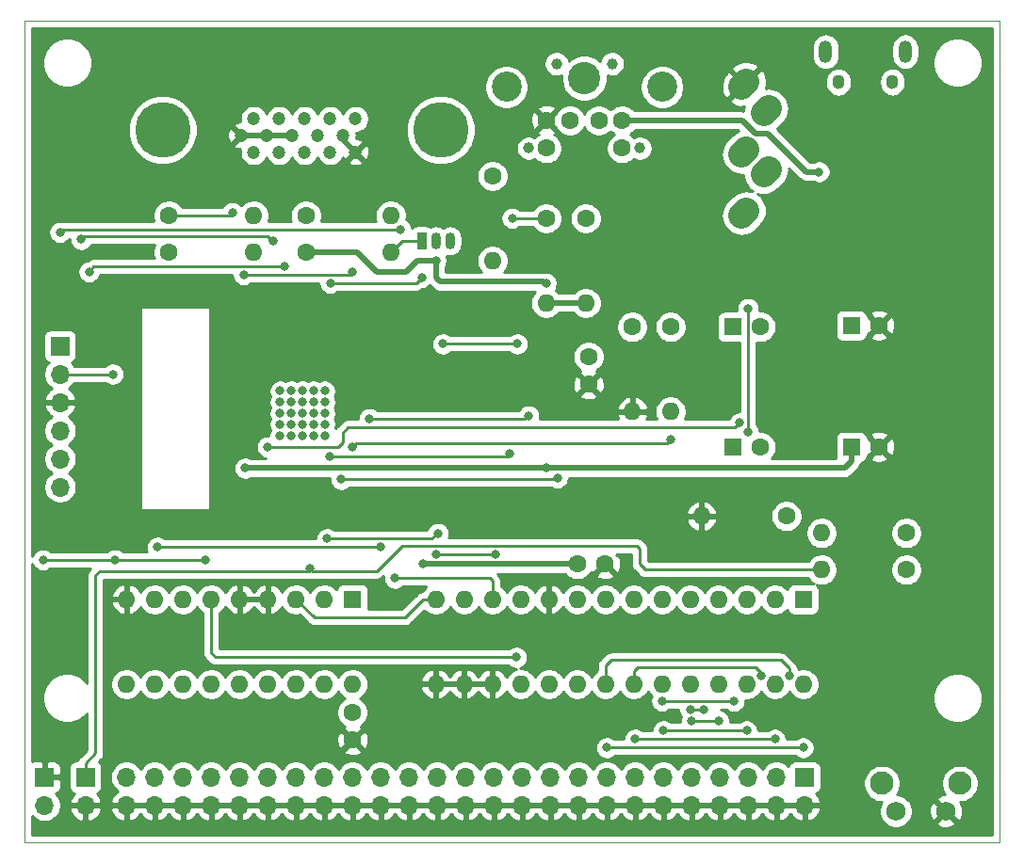
<source format=gbr>
G04 #@! TF.GenerationSoftware,KiCad,Pcbnew,(5.1.5)-3*
G04 #@! TF.CreationDate,2020-04-16T20:55:28+12:00*
G04 #@! TF.ProjectId,PocketTRS,506f636b-6574-4545-9253-2e6b69636164,rev?*
G04 #@! TF.SameCoordinates,Original*
G04 #@! TF.FileFunction,Copper,L2,Bot*
G04 #@! TF.FilePolarity,Positive*
%FSLAX46Y46*%
G04 Gerber Fmt 4.6, Leading zero omitted, Abs format (unit mm)*
G04 Created by KiCad (PCBNEW (5.1.5)-3) date 2020-04-16 20:55:28*
%MOMM*%
%LPD*%
G04 APERTURE LIST*
%ADD10C,0.050000*%
%ADD11C,0.800000*%
%ADD12R,1.600000X1.600000*%
%ADD13C,1.600000*%
%ADD14O,1.700000X1.700000*%
%ADD15R,1.700000X1.700000*%
%ADD16C,2.400000*%
%ADD17C,1.000000*%
%ADD18C,2.900000*%
%ADD19C,2.700000*%
%ADD20C,5.001260*%
%ADD21C,1.198880*%
%ADD22O,1.200000X2.000000*%
%ADD23O,1.100000X1.300000*%
%ADD24R,0.900000X1.500000*%
%ADD25O,0.900000X1.500000*%
%ADD26O,1.600000X1.600000*%
%ADD27C,2.100000*%
%ADD28C,1.750000*%
%ADD29C,0.250000*%
%ADD30C,0.500000*%
%ADD31C,0.254000*%
G04 APERTURE END LIST*
D10*
X252730000Y-64770000D02*
X252730000Y-61976000D01*
X165100000Y-61976000D02*
X165100000Y-64770000D01*
X252730000Y-135890000D02*
X165100000Y-135890000D01*
X252730000Y-64770000D02*
X252730000Y-135890000D01*
X165100000Y-135890000D02*
X165100000Y-64770000D01*
X165100000Y-61976000D02*
X252730000Y-61976000D01*
D11*
X188065000Y-95301000D03*
X189065000Y-95301000D03*
X190065000Y-95301000D03*
X191065000Y-95301000D03*
X192065000Y-95301000D03*
X188065000Y-97301000D03*
X189065000Y-97301000D03*
X190065000Y-97301000D03*
X191065000Y-97301000D03*
X192065000Y-97301000D03*
X192065000Y-96301000D03*
X191065000Y-96301000D03*
X190065000Y-96301000D03*
X189065000Y-96301000D03*
X188065000Y-96301000D03*
X188065000Y-98301000D03*
X189065000Y-98301000D03*
X190065000Y-98301000D03*
X191065000Y-98301000D03*
X192065000Y-98301000D03*
X192065000Y-99301000D03*
X191065000Y-99301000D03*
X190065000Y-99301000D03*
X189065000Y-99301000D03*
X188065000Y-99301000D03*
D12*
X228727000Y-100330000D03*
D13*
X231227000Y-100330000D03*
X231227000Y-89535000D03*
D12*
X228727000Y-89535000D03*
D13*
X215773000Y-94702000D03*
X215773000Y-92202000D03*
X241895000Y-89408000D03*
D12*
X239395000Y-89408000D03*
X239395000Y-100330000D03*
D13*
X241895000Y-100330000D03*
X194564000Y-126706000D03*
X194564000Y-124206000D03*
X214757000Y-110871000D03*
X217257000Y-110871000D03*
D14*
X174244000Y-132588000D03*
X174244000Y-130048000D03*
X176784000Y-132588000D03*
X176784000Y-130048000D03*
X179324000Y-132588000D03*
X179324000Y-130048000D03*
X181864000Y-132588000D03*
X181864000Y-130048000D03*
X184404000Y-132588000D03*
X184404000Y-130048000D03*
X186944000Y-132588000D03*
X186944000Y-130048000D03*
X189484000Y-132588000D03*
X189484000Y-130048000D03*
X192024000Y-132588000D03*
X192024000Y-130048000D03*
X194564000Y-132588000D03*
X194564000Y-130048000D03*
X197104000Y-132588000D03*
X197104000Y-130048000D03*
X199644000Y-132588000D03*
X199644000Y-130048000D03*
X202184000Y-132588000D03*
X202184000Y-130048000D03*
X204724000Y-132588000D03*
X204724000Y-130048000D03*
X207264000Y-132588000D03*
X207264000Y-130048000D03*
X209804000Y-132588000D03*
X209804000Y-130048000D03*
X212344000Y-132588000D03*
X212344000Y-130048000D03*
X214884000Y-132588000D03*
X214884000Y-130048000D03*
X217424000Y-132588000D03*
X217424000Y-130048000D03*
X219964000Y-132588000D03*
X219964000Y-130048000D03*
X222504000Y-132588000D03*
X222504000Y-130048000D03*
X225044000Y-132588000D03*
X225044000Y-130048000D03*
X227584000Y-132588000D03*
X227584000Y-130048000D03*
X230124000Y-132588000D03*
X230124000Y-130048000D03*
X232664000Y-132588000D03*
X232664000Y-130048000D03*
X235204000Y-132588000D03*
D15*
X235204000Y-130048000D03*
D16*
X229530868Y-67903132D02*
X229955132Y-67478868D01*
X231530868Y-70303132D02*
X231955132Y-69878868D01*
X231530868Y-75803132D02*
X231955132Y-75378868D01*
X229530868Y-79503132D02*
X229955132Y-79078868D01*
X229530868Y-74003132D02*
X229955132Y-73578868D01*
D17*
X212892000Y-65857000D03*
X217892000Y-65857000D03*
D18*
X215392000Y-67157000D03*
D19*
X208392000Y-67957000D03*
X222392000Y-67957000D03*
D17*
X210392000Y-73457000D03*
X220392000Y-73457000D03*
D13*
X214092000Y-70957000D03*
X216692000Y-70957000D03*
X211992000Y-70957000D03*
X218792000Y-70957000D03*
X211992000Y-73457000D03*
X218792000Y-73457000D03*
D20*
X177497740Y-71813420D03*
D21*
X190258700Y-73812400D03*
X187972700Y-73812400D03*
X185681620Y-73812400D03*
X192552320Y-73812400D03*
X194840860Y-73812400D03*
X191406780Y-72313800D03*
X189118240Y-72313800D03*
X186827160Y-72313800D03*
X184536080Y-72313800D03*
D20*
X202486260Y-71813420D03*
D21*
X193697860Y-72313800D03*
X185681620Y-70812660D03*
X187972700Y-70812660D03*
X190261240Y-70815200D03*
X192552320Y-70812660D03*
X194840860Y-70812660D03*
D14*
X168275000Y-103944001D03*
X168275000Y-101404001D03*
X168275000Y-98864001D03*
X168275000Y-96324001D03*
X168275000Y-93784001D03*
D15*
X168275000Y-91244001D03*
D22*
X244240000Y-64770000D03*
X237090000Y-64770000D03*
D23*
X243090000Y-67520000D03*
X238240000Y-67520000D03*
D14*
X170561000Y-132588000D03*
D15*
X170561000Y-130048000D03*
X166878000Y-130048000D03*
D14*
X166878000Y-132588000D03*
D24*
X200787000Y-81788000D03*
D25*
X203327000Y-81788000D03*
X202057000Y-81788000D03*
D26*
X185674000Y-82804000D03*
D13*
X178054000Y-82804000D03*
X178054000Y-79502000D03*
D26*
X185674000Y-79502000D03*
X197993000Y-79502000D03*
D13*
X190373000Y-79502000D03*
X211963000Y-79756000D03*
D26*
X211963000Y-87376000D03*
X215519000Y-87376000D03*
D13*
X215519000Y-79756000D03*
D26*
X236728000Y-108077000D03*
D13*
X244348000Y-108077000D03*
X233553000Y-106553000D03*
D26*
X225933000Y-106553000D03*
X223139000Y-97155000D03*
D13*
X223139000Y-89535000D03*
X219710000Y-89535000D03*
D26*
X219710000Y-97155000D03*
D13*
X190373000Y-82804000D03*
D26*
X197993000Y-82804000D03*
X207137000Y-83566000D03*
D13*
X207137000Y-75946000D03*
X244348000Y-111379000D03*
D26*
X236728000Y-111379000D03*
X235077000Y-121666000D03*
X202057000Y-114046000D03*
X232537000Y-121666000D03*
X204597000Y-114046000D03*
X229997000Y-121666000D03*
X207137000Y-114046000D03*
X227457000Y-121666000D03*
X209677000Y-114046000D03*
X224917000Y-121666000D03*
X212217000Y-114046000D03*
X222377000Y-121666000D03*
X214757000Y-114046000D03*
X219837000Y-121666000D03*
X217297000Y-114046000D03*
X217297000Y-121666000D03*
X219837000Y-114046000D03*
X214757000Y-121666000D03*
X222377000Y-114046000D03*
X212217000Y-121666000D03*
X224917000Y-114046000D03*
X209677000Y-121666000D03*
X227457000Y-114046000D03*
X207137000Y-121666000D03*
X229997000Y-114046000D03*
X204597000Y-121666000D03*
X232537000Y-114046000D03*
X202057000Y-121666000D03*
D12*
X235077000Y-114046000D03*
D26*
X194564000Y-121666000D03*
X174244000Y-114046000D03*
X192024000Y-121666000D03*
X176784000Y-114046000D03*
X189484000Y-121666000D03*
X179324000Y-114046000D03*
X186944000Y-121666000D03*
X181864000Y-114046000D03*
X184404000Y-121666000D03*
X184404000Y-114046000D03*
X181864000Y-121666000D03*
X186944000Y-114046000D03*
X179324000Y-121666000D03*
X189484000Y-114046000D03*
X176784000Y-121666000D03*
X192024000Y-114046000D03*
X174244000Y-121666000D03*
D12*
X194564000Y-114046000D03*
D27*
X249154000Y-130606000D03*
D28*
X247904000Y-133096000D03*
X243404000Y-133096000D03*
D27*
X242144000Y-130606000D03*
D11*
X230124000Y-87884000D03*
X230101999Y-98955001D03*
X229362000Y-98171000D03*
X186944000Y-100330000D03*
X243586000Y-73152000D03*
X238643000Y-71882000D03*
X183155000Y-108183000D03*
X206045000Y-107901000D03*
X200914000Y-110871000D03*
X236499000Y-75590000D03*
X184912000Y-102235000D03*
X211963000Y-85598000D03*
X211963000Y-102235000D03*
X202057000Y-83566000D03*
X235077000Y-127381000D03*
X217424000Y-127381000D03*
X232537000Y-126619000D03*
X219964000Y-126619000D03*
X229997000Y-125857000D03*
X222504000Y-125857000D03*
X227457000Y-124968000D03*
X225044000Y-124968000D03*
X224902579Y-123978048D03*
X226160952Y-123978048D03*
X222377000Y-123190000D03*
X228854000Y-123190000D03*
X231267000Y-120904000D03*
X233807000Y-120904000D03*
X193548000Y-103251000D03*
X212979000Y-103124000D03*
X192532000Y-101219000D03*
X208661000Y-100965000D03*
X208915000Y-79756000D03*
X183769000Y-79248000D03*
X196088000Y-97790000D03*
X210402000Y-97536000D03*
X188468000Y-84111000D03*
X170895082Y-84582000D03*
X170170082Y-81670918D03*
X187452000Y-81788000D03*
X209296000Y-119253000D03*
X173032001Y-93784001D03*
X181356000Y-110490000D03*
X173228000Y-110490000D03*
X166751000Y-110490000D03*
X198882000Y-80772000D03*
X168275000Y-81026000D03*
X190754000Y-111252000D03*
X192568000Y-85598000D03*
X200787000Y-85090000D03*
X207391000Y-109982000D03*
X202057000Y-109982000D03*
X184785000Y-84836000D03*
X194564000Y-84582000D03*
X194564000Y-100330000D03*
X223139000Y-99695000D03*
X202692000Y-91059000D03*
X209386000Y-91059000D03*
X192278000Y-108585000D03*
X202235000Y-108128000D03*
X198374000Y-112141000D03*
X177038000Y-109347000D03*
X197104000Y-109310000D03*
D29*
X230101999Y-87906001D02*
X230124000Y-87884000D01*
X230101999Y-98955001D02*
X230101999Y-87906001D01*
X228962001Y-98570999D02*
X194164001Y-98570999D01*
X229362000Y-98171000D02*
X228962001Y-98570999D01*
X194164001Y-98570999D02*
X193675000Y-99060000D01*
X193675000Y-99060000D02*
X193675000Y-99949000D01*
X193675000Y-99949000D02*
X193294000Y-100330000D01*
X193294000Y-100330000D02*
X186944000Y-100330000D01*
D30*
X184536080Y-72313800D02*
X186827160Y-72313800D01*
X186827160Y-72313800D02*
X189118240Y-72313800D01*
X193697860Y-72669400D02*
X194840860Y-73812400D01*
X193697860Y-72313800D02*
X193697860Y-72669400D01*
X200914000Y-110871000D02*
X214757000Y-110871000D01*
X236499000Y-75590000D02*
X235356000Y-75590000D01*
X229580000Y-70957000D02*
X230759000Y-72136000D01*
X230759000Y-72136000D02*
X231902000Y-72136000D01*
X218792000Y-70957000D02*
X229580000Y-70957000D01*
X235356000Y-75590000D02*
X231902000Y-72136000D01*
X211963000Y-87376000D02*
X215519000Y-87376000D01*
X211709000Y-85471000D02*
X211836000Y-85598000D01*
X211836000Y-85598000D02*
X211963000Y-85598000D01*
X202438000Y-85471000D02*
X211709000Y-85471000D01*
X202057000Y-85090000D02*
X202438000Y-85471000D01*
X210820000Y-102235000D02*
X184912000Y-102235000D01*
X239395000Y-100330000D02*
X239395000Y-101630000D01*
X238790000Y-102235000D02*
X211963000Y-102235000D01*
X239395000Y-101630000D02*
X238790000Y-102235000D01*
X211963000Y-102235000D02*
X210820000Y-102235000D01*
X190373000Y-82804000D02*
X194945000Y-82804000D01*
X194945000Y-82804000D02*
X196723000Y-84582000D01*
X196723000Y-84582000D02*
X199390000Y-84582000D01*
X199390000Y-84582000D02*
X200406000Y-83566000D01*
X200406000Y-83566000D02*
X202057000Y-83566000D01*
X202057000Y-85090000D02*
X202057000Y-83566000D01*
D29*
X235077000Y-127381000D02*
X234511315Y-127381000D01*
X234511315Y-127381000D02*
X217424000Y-127381000D01*
X232537000Y-126619000D02*
X219964000Y-126619000D01*
X229997000Y-125857000D02*
X222504000Y-125857000D01*
X227457000Y-124968000D02*
X225044000Y-124968000D01*
X224902579Y-123978048D02*
X226160952Y-123978048D01*
X222377000Y-123190000D02*
X228854000Y-123190000D01*
X219837000Y-120534630D02*
X220229630Y-120142000D01*
X219837000Y-121666000D02*
X219837000Y-120534630D01*
X220229630Y-120142000D02*
X230759000Y-120142000D01*
X230759000Y-120142000D02*
X231267000Y-120650000D01*
X231267000Y-120650000D02*
X231267000Y-120904000D01*
X217297000Y-121666000D02*
X217297000Y-120015000D01*
X217297000Y-120015000D02*
X217805000Y-119507000D01*
X217805000Y-119507000D02*
X233045000Y-119507000D01*
X233045000Y-119507000D02*
X233807000Y-120269000D01*
X233807000Y-120269000D02*
X233807000Y-120904000D01*
X193548000Y-103251000D02*
X212852000Y-103251000D01*
X212852000Y-103251000D02*
X212979000Y-103124000D01*
X192532000Y-101219000D02*
X208407000Y-101219000D01*
X208407000Y-101219000D02*
X208661000Y-100965000D01*
X208915000Y-79756000D02*
X211963000Y-79756000D01*
X178054000Y-79502000D02*
X183515000Y-79502000D01*
X183515000Y-79502000D02*
X183769000Y-79248000D01*
X196088000Y-97790000D02*
X210058000Y-97790000D01*
X210058000Y-97790000D02*
X210312000Y-97536000D01*
X210312000Y-97536000D02*
X210402000Y-97536000D01*
X170895082Y-84501918D02*
X170895082Y-84582000D01*
X188468000Y-84111000D02*
X171286000Y-84111000D01*
X171286000Y-84111000D02*
X170895082Y-84501918D01*
X170307000Y-81407000D02*
X175006000Y-81407000D01*
X175006000Y-81407000D02*
X184658000Y-81407000D01*
X184658000Y-81407000D02*
X184912000Y-81407000D01*
X170170082Y-81543918D02*
X170307000Y-81407000D01*
X170170082Y-81670918D02*
X170170082Y-81543918D01*
X187325000Y-81788000D02*
X187452000Y-81788000D01*
X184658000Y-81407000D02*
X186944000Y-81407000D01*
X186944000Y-81407000D02*
X187325000Y-81788000D01*
X209296000Y-119253000D02*
X182245000Y-119253000D01*
X181864000Y-118872000D02*
X181864000Y-114046000D01*
X182245000Y-119253000D02*
X181864000Y-118872000D01*
X173482000Y-110490000D02*
X181356000Y-110490000D01*
X168275000Y-93784001D02*
X173032001Y-93784001D01*
X173482000Y-110490000D02*
X167259000Y-110490000D01*
X167259000Y-110490000D02*
X166751000Y-110490000D01*
X168529000Y-80772000D02*
X168275000Y-81026000D01*
X198882000Y-80772000D02*
X168529000Y-80772000D01*
X220853000Y-111379000D02*
X236728000Y-111379000D01*
X220345000Y-110871000D02*
X220853000Y-111379000D01*
X220345000Y-109474000D02*
X220345000Y-110871000D01*
X191008000Y-111506000D02*
X196723000Y-111506000D01*
X199009000Y-109220000D02*
X220091000Y-109220000D01*
X196723000Y-111506000D02*
X199009000Y-109220000D01*
X190754000Y-111252000D02*
X191008000Y-111506000D01*
X220091000Y-109220000D02*
X220345000Y-109474000D01*
X190754000Y-111252000D02*
X190500000Y-111506000D01*
X171450000Y-111887000D02*
X171831000Y-111506000D01*
X170561000Y-130048000D02*
X170561000Y-128778000D01*
X170561000Y-128778000D02*
X171450000Y-127889000D01*
X190500000Y-111506000D02*
X171831000Y-111506000D01*
X171450000Y-127889000D02*
X171450000Y-111887000D01*
X192568000Y-85598000D02*
X200279000Y-85598000D01*
X200279000Y-85598000D02*
X200787000Y-85090000D01*
X199009000Y-81788000D02*
X197993000Y-82804000D01*
X200787000Y-81788000D02*
X199009000Y-81788000D01*
X200925630Y-114046000D02*
X199274630Y-115697000D01*
X202057000Y-114046000D02*
X200925630Y-114046000D01*
X191135000Y-115697000D02*
X189484000Y-114046000D01*
X199274630Y-115697000D02*
X191135000Y-115697000D01*
X207391000Y-109982000D02*
X206825315Y-109982000D01*
X206825315Y-109982000D02*
X202057000Y-109982000D01*
X184785000Y-84836000D02*
X192532000Y-84836000D01*
X192532000Y-84836000D02*
X194310000Y-84836000D01*
X194310000Y-84836000D02*
X194564000Y-84582000D01*
X222045999Y-100026001D02*
X194867999Y-100026001D01*
X194867999Y-100026001D02*
X194564000Y-100330000D01*
X222045999Y-100026001D02*
X222807999Y-100026001D01*
X222807999Y-100026001D02*
X223139000Y-99695000D01*
X209423000Y-91059000D02*
X209386000Y-91059000D01*
X202692000Y-91059000D02*
X209423000Y-91059000D01*
X202133000Y-108128000D02*
X202235000Y-108128000D01*
X201676000Y-108585000D02*
X202133000Y-108128000D01*
X192278000Y-108585000D02*
X201676000Y-108585000D01*
X198374000Y-112141000D02*
X206883000Y-112141000D01*
X207137000Y-112395000D02*
X207137000Y-114046000D01*
X206883000Y-112141000D02*
X207137000Y-112395000D01*
X197014000Y-109310000D02*
X197104000Y-109310000D01*
X196977000Y-109347000D02*
X197014000Y-109310000D01*
X177038000Y-109347000D02*
X196977000Y-109347000D01*
D31*
G36*
X252070000Y-64737581D02*
G01*
X252070000Y-64737582D01*
X252070001Y-135230000D01*
X165760000Y-135230000D01*
X165760000Y-133570107D01*
X165931368Y-133741475D01*
X166174589Y-133903990D01*
X166444842Y-134015932D01*
X166731740Y-134073000D01*
X167024260Y-134073000D01*
X167311158Y-134015932D01*
X167581411Y-133903990D01*
X167824632Y-133741475D01*
X168031475Y-133534632D01*
X168193990Y-133291411D01*
X168305932Y-133021158D01*
X168321102Y-132944890D01*
X169119524Y-132944890D01*
X169164175Y-133092099D01*
X169289359Y-133354920D01*
X169463412Y-133588269D01*
X169679645Y-133783178D01*
X169929748Y-133932157D01*
X170204109Y-134029481D01*
X170434000Y-133908814D01*
X170434000Y-132715000D01*
X170688000Y-132715000D01*
X170688000Y-133908814D01*
X170917891Y-134029481D01*
X171192252Y-133932157D01*
X171442355Y-133783178D01*
X171658588Y-133588269D01*
X171832641Y-133354920D01*
X171957825Y-133092099D01*
X172002475Y-132944891D01*
X172802519Y-132944891D01*
X172899843Y-133219252D01*
X173048822Y-133469355D01*
X173243731Y-133685588D01*
X173477080Y-133859641D01*
X173739901Y-133984825D01*
X173887110Y-134029476D01*
X174117000Y-133908155D01*
X174117000Y-132715000D01*
X174371000Y-132715000D01*
X174371000Y-133908155D01*
X174600890Y-134029476D01*
X174748099Y-133984825D01*
X175010920Y-133859641D01*
X175244269Y-133685588D01*
X175439178Y-133469355D01*
X175514000Y-133343745D01*
X175588822Y-133469355D01*
X175783731Y-133685588D01*
X176017080Y-133859641D01*
X176279901Y-133984825D01*
X176427110Y-134029476D01*
X176657000Y-133908155D01*
X176657000Y-132715000D01*
X176911000Y-132715000D01*
X176911000Y-133908155D01*
X177140890Y-134029476D01*
X177288099Y-133984825D01*
X177550920Y-133859641D01*
X177784269Y-133685588D01*
X177979178Y-133469355D01*
X178054000Y-133343745D01*
X178128822Y-133469355D01*
X178323731Y-133685588D01*
X178557080Y-133859641D01*
X178819901Y-133984825D01*
X178967110Y-134029476D01*
X179197000Y-133908155D01*
X179197000Y-132715000D01*
X179451000Y-132715000D01*
X179451000Y-133908155D01*
X179680890Y-134029476D01*
X179828099Y-133984825D01*
X180090920Y-133859641D01*
X180324269Y-133685588D01*
X180519178Y-133469355D01*
X180594000Y-133343745D01*
X180668822Y-133469355D01*
X180863731Y-133685588D01*
X181097080Y-133859641D01*
X181359901Y-133984825D01*
X181507110Y-134029476D01*
X181737000Y-133908155D01*
X181737000Y-132715000D01*
X181991000Y-132715000D01*
X181991000Y-133908155D01*
X182220890Y-134029476D01*
X182368099Y-133984825D01*
X182630920Y-133859641D01*
X182864269Y-133685588D01*
X183059178Y-133469355D01*
X183134000Y-133343745D01*
X183208822Y-133469355D01*
X183403731Y-133685588D01*
X183637080Y-133859641D01*
X183899901Y-133984825D01*
X184047110Y-134029476D01*
X184277000Y-133908155D01*
X184277000Y-132715000D01*
X184531000Y-132715000D01*
X184531000Y-133908155D01*
X184760890Y-134029476D01*
X184908099Y-133984825D01*
X185170920Y-133859641D01*
X185404269Y-133685588D01*
X185599178Y-133469355D01*
X185674000Y-133343745D01*
X185748822Y-133469355D01*
X185943731Y-133685588D01*
X186177080Y-133859641D01*
X186439901Y-133984825D01*
X186587110Y-134029476D01*
X186817000Y-133908155D01*
X186817000Y-132715000D01*
X187071000Y-132715000D01*
X187071000Y-133908155D01*
X187300890Y-134029476D01*
X187448099Y-133984825D01*
X187710920Y-133859641D01*
X187944269Y-133685588D01*
X188139178Y-133469355D01*
X188214000Y-133343745D01*
X188288822Y-133469355D01*
X188483731Y-133685588D01*
X188717080Y-133859641D01*
X188979901Y-133984825D01*
X189127110Y-134029476D01*
X189357000Y-133908155D01*
X189357000Y-132715000D01*
X189611000Y-132715000D01*
X189611000Y-133908155D01*
X189840890Y-134029476D01*
X189988099Y-133984825D01*
X190250920Y-133859641D01*
X190484269Y-133685588D01*
X190679178Y-133469355D01*
X190754000Y-133343745D01*
X190828822Y-133469355D01*
X191023731Y-133685588D01*
X191257080Y-133859641D01*
X191519901Y-133984825D01*
X191667110Y-134029476D01*
X191897000Y-133908155D01*
X191897000Y-132715000D01*
X192151000Y-132715000D01*
X192151000Y-133908155D01*
X192380890Y-134029476D01*
X192528099Y-133984825D01*
X192790920Y-133859641D01*
X193024269Y-133685588D01*
X193219178Y-133469355D01*
X193294000Y-133343745D01*
X193368822Y-133469355D01*
X193563731Y-133685588D01*
X193797080Y-133859641D01*
X194059901Y-133984825D01*
X194207110Y-134029476D01*
X194437000Y-133908155D01*
X194437000Y-132715000D01*
X194691000Y-132715000D01*
X194691000Y-133908155D01*
X194920890Y-134029476D01*
X195068099Y-133984825D01*
X195330920Y-133859641D01*
X195564269Y-133685588D01*
X195759178Y-133469355D01*
X195834000Y-133343745D01*
X195908822Y-133469355D01*
X196103731Y-133685588D01*
X196337080Y-133859641D01*
X196599901Y-133984825D01*
X196747110Y-134029476D01*
X196977000Y-133908155D01*
X196977000Y-132715000D01*
X197231000Y-132715000D01*
X197231000Y-133908155D01*
X197460890Y-134029476D01*
X197608099Y-133984825D01*
X197870920Y-133859641D01*
X198104269Y-133685588D01*
X198299178Y-133469355D01*
X198374000Y-133343745D01*
X198448822Y-133469355D01*
X198643731Y-133685588D01*
X198877080Y-133859641D01*
X199139901Y-133984825D01*
X199287110Y-134029476D01*
X199517000Y-133908155D01*
X199517000Y-132715000D01*
X199771000Y-132715000D01*
X199771000Y-133908155D01*
X200000890Y-134029476D01*
X200148099Y-133984825D01*
X200410920Y-133859641D01*
X200644269Y-133685588D01*
X200839178Y-133469355D01*
X200914000Y-133343745D01*
X200988822Y-133469355D01*
X201183731Y-133685588D01*
X201417080Y-133859641D01*
X201679901Y-133984825D01*
X201827110Y-134029476D01*
X202057000Y-133908155D01*
X202057000Y-132715000D01*
X202311000Y-132715000D01*
X202311000Y-133908155D01*
X202540890Y-134029476D01*
X202688099Y-133984825D01*
X202950920Y-133859641D01*
X203184269Y-133685588D01*
X203379178Y-133469355D01*
X203454000Y-133343745D01*
X203528822Y-133469355D01*
X203723731Y-133685588D01*
X203957080Y-133859641D01*
X204219901Y-133984825D01*
X204367110Y-134029476D01*
X204597000Y-133908155D01*
X204597000Y-132715000D01*
X204851000Y-132715000D01*
X204851000Y-133908155D01*
X205080890Y-134029476D01*
X205228099Y-133984825D01*
X205490920Y-133859641D01*
X205724269Y-133685588D01*
X205919178Y-133469355D01*
X205994000Y-133343745D01*
X206068822Y-133469355D01*
X206263731Y-133685588D01*
X206497080Y-133859641D01*
X206759901Y-133984825D01*
X206907110Y-134029476D01*
X207137000Y-133908155D01*
X207137000Y-132715000D01*
X207391000Y-132715000D01*
X207391000Y-133908155D01*
X207620890Y-134029476D01*
X207768099Y-133984825D01*
X208030920Y-133859641D01*
X208264269Y-133685588D01*
X208459178Y-133469355D01*
X208534000Y-133343745D01*
X208608822Y-133469355D01*
X208803731Y-133685588D01*
X209037080Y-133859641D01*
X209299901Y-133984825D01*
X209447110Y-134029476D01*
X209677000Y-133908155D01*
X209677000Y-132715000D01*
X209931000Y-132715000D01*
X209931000Y-133908155D01*
X210160890Y-134029476D01*
X210308099Y-133984825D01*
X210570920Y-133859641D01*
X210804269Y-133685588D01*
X210999178Y-133469355D01*
X211074000Y-133343745D01*
X211148822Y-133469355D01*
X211343731Y-133685588D01*
X211577080Y-133859641D01*
X211839901Y-133984825D01*
X211987110Y-134029476D01*
X212217000Y-133908155D01*
X212217000Y-132715000D01*
X212471000Y-132715000D01*
X212471000Y-133908155D01*
X212700890Y-134029476D01*
X212848099Y-133984825D01*
X213110920Y-133859641D01*
X213344269Y-133685588D01*
X213539178Y-133469355D01*
X213614000Y-133343745D01*
X213688822Y-133469355D01*
X213883731Y-133685588D01*
X214117080Y-133859641D01*
X214379901Y-133984825D01*
X214527110Y-134029476D01*
X214757000Y-133908155D01*
X214757000Y-132715000D01*
X215011000Y-132715000D01*
X215011000Y-133908155D01*
X215240890Y-134029476D01*
X215388099Y-133984825D01*
X215650920Y-133859641D01*
X215884269Y-133685588D01*
X216079178Y-133469355D01*
X216154000Y-133343745D01*
X216228822Y-133469355D01*
X216423731Y-133685588D01*
X216657080Y-133859641D01*
X216919901Y-133984825D01*
X217067110Y-134029476D01*
X217297000Y-133908155D01*
X217297000Y-132715000D01*
X217551000Y-132715000D01*
X217551000Y-133908155D01*
X217780890Y-134029476D01*
X217928099Y-133984825D01*
X218190920Y-133859641D01*
X218424269Y-133685588D01*
X218619178Y-133469355D01*
X218694000Y-133343745D01*
X218768822Y-133469355D01*
X218963731Y-133685588D01*
X219197080Y-133859641D01*
X219459901Y-133984825D01*
X219607110Y-134029476D01*
X219837000Y-133908155D01*
X219837000Y-132715000D01*
X220091000Y-132715000D01*
X220091000Y-133908155D01*
X220320890Y-134029476D01*
X220468099Y-133984825D01*
X220730920Y-133859641D01*
X220964269Y-133685588D01*
X221159178Y-133469355D01*
X221234000Y-133343745D01*
X221308822Y-133469355D01*
X221503731Y-133685588D01*
X221737080Y-133859641D01*
X221999901Y-133984825D01*
X222147110Y-134029476D01*
X222377000Y-133908155D01*
X222377000Y-132715000D01*
X222631000Y-132715000D01*
X222631000Y-133908155D01*
X222860890Y-134029476D01*
X223008099Y-133984825D01*
X223270920Y-133859641D01*
X223504269Y-133685588D01*
X223699178Y-133469355D01*
X223774000Y-133343745D01*
X223848822Y-133469355D01*
X224043731Y-133685588D01*
X224277080Y-133859641D01*
X224539901Y-133984825D01*
X224687110Y-134029476D01*
X224917000Y-133908155D01*
X224917000Y-132715000D01*
X225171000Y-132715000D01*
X225171000Y-133908155D01*
X225400890Y-134029476D01*
X225548099Y-133984825D01*
X225810920Y-133859641D01*
X226044269Y-133685588D01*
X226239178Y-133469355D01*
X226314000Y-133343745D01*
X226388822Y-133469355D01*
X226583731Y-133685588D01*
X226817080Y-133859641D01*
X227079901Y-133984825D01*
X227227110Y-134029476D01*
X227457000Y-133908155D01*
X227457000Y-132715000D01*
X227711000Y-132715000D01*
X227711000Y-133908155D01*
X227940890Y-134029476D01*
X228088099Y-133984825D01*
X228350920Y-133859641D01*
X228584269Y-133685588D01*
X228779178Y-133469355D01*
X228854000Y-133343745D01*
X228928822Y-133469355D01*
X229123731Y-133685588D01*
X229357080Y-133859641D01*
X229619901Y-133984825D01*
X229767110Y-134029476D01*
X229997000Y-133908155D01*
X229997000Y-132715000D01*
X230251000Y-132715000D01*
X230251000Y-133908155D01*
X230480890Y-134029476D01*
X230628099Y-133984825D01*
X230890920Y-133859641D01*
X231124269Y-133685588D01*
X231319178Y-133469355D01*
X231394000Y-133343745D01*
X231468822Y-133469355D01*
X231663731Y-133685588D01*
X231897080Y-133859641D01*
X232159901Y-133984825D01*
X232307110Y-134029476D01*
X232537000Y-133908155D01*
X232537000Y-132715000D01*
X232791000Y-132715000D01*
X232791000Y-133908155D01*
X233020890Y-134029476D01*
X233168099Y-133984825D01*
X233430920Y-133859641D01*
X233664269Y-133685588D01*
X233859178Y-133469355D01*
X233934000Y-133343745D01*
X234008822Y-133469355D01*
X234203731Y-133685588D01*
X234437080Y-133859641D01*
X234699901Y-133984825D01*
X234847110Y-134029476D01*
X235077000Y-133908155D01*
X235077000Y-132715000D01*
X235331000Y-132715000D01*
X235331000Y-133908155D01*
X235560890Y-134029476D01*
X235708099Y-133984825D01*
X235970920Y-133859641D01*
X236204269Y-133685588D01*
X236399178Y-133469355D01*
X236548157Y-133219252D01*
X236645481Y-132944891D01*
X236524814Y-132715000D01*
X235331000Y-132715000D01*
X235077000Y-132715000D01*
X232791000Y-132715000D01*
X232537000Y-132715000D01*
X230251000Y-132715000D01*
X229997000Y-132715000D01*
X227711000Y-132715000D01*
X227457000Y-132715000D01*
X225171000Y-132715000D01*
X224917000Y-132715000D01*
X222631000Y-132715000D01*
X222377000Y-132715000D01*
X220091000Y-132715000D01*
X219837000Y-132715000D01*
X217551000Y-132715000D01*
X217297000Y-132715000D01*
X215011000Y-132715000D01*
X214757000Y-132715000D01*
X212471000Y-132715000D01*
X212217000Y-132715000D01*
X209931000Y-132715000D01*
X209677000Y-132715000D01*
X207391000Y-132715000D01*
X207137000Y-132715000D01*
X204851000Y-132715000D01*
X204597000Y-132715000D01*
X202311000Y-132715000D01*
X202057000Y-132715000D01*
X199771000Y-132715000D01*
X199517000Y-132715000D01*
X197231000Y-132715000D01*
X196977000Y-132715000D01*
X194691000Y-132715000D01*
X194437000Y-132715000D01*
X192151000Y-132715000D01*
X191897000Y-132715000D01*
X189611000Y-132715000D01*
X189357000Y-132715000D01*
X187071000Y-132715000D01*
X186817000Y-132715000D01*
X184531000Y-132715000D01*
X184277000Y-132715000D01*
X181991000Y-132715000D01*
X181737000Y-132715000D01*
X179451000Y-132715000D01*
X179197000Y-132715000D01*
X176911000Y-132715000D01*
X176657000Y-132715000D01*
X174371000Y-132715000D01*
X174117000Y-132715000D01*
X172923186Y-132715000D01*
X172802519Y-132944891D01*
X172002475Y-132944891D01*
X172002476Y-132944890D01*
X171881155Y-132715000D01*
X170688000Y-132715000D01*
X170434000Y-132715000D01*
X169240845Y-132715000D01*
X169119524Y-132944890D01*
X168321102Y-132944890D01*
X168363000Y-132734260D01*
X168363000Y-132441740D01*
X168305932Y-132154842D01*
X168193990Y-131884589D01*
X168031475Y-131641368D01*
X167899620Y-131509513D01*
X167972180Y-131487502D01*
X168082494Y-131428537D01*
X168179185Y-131349185D01*
X168258537Y-131252494D01*
X168317502Y-131142180D01*
X168353812Y-131022482D01*
X168366072Y-130898000D01*
X168363000Y-130333750D01*
X168204250Y-130175000D01*
X167005000Y-130175000D01*
X167005000Y-130195000D01*
X166751000Y-130195000D01*
X166751000Y-130175000D01*
X166731000Y-130175000D01*
X166731000Y-129921000D01*
X166751000Y-129921000D01*
X166751000Y-128721750D01*
X167005000Y-128721750D01*
X167005000Y-129921000D01*
X168204250Y-129921000D01*
X168363000Y-129762250D01*
X168366072Y-129198000D01*
X168353812Y-129073518D01*
X168317502Y-128953820D01*
X168258537Y-128843506D01*
X168179185Y-128746815D01*
X168082494Y-128667463D01*
X167972180Y-128608498D01*
X167852482Y-128572188D01*
X167728000Y-128559928D01*
X167163750Y-128563000D01*
X167005000Y-128721750D01*
X166751000Y-128721750D01*
X166592250Y-128563000D01*
X166028000Y-128559928D01*
X165903518Y-128572188D01*
X165783820Y-128608498D01*
X165760000Y-128621230D01*
X165760000Y-110802100D01*
X165833795Y-110980256D01*
X165947063Y-111149774D01*
X166091226Y-111293937D01*
X166260744Y-111407205D01*
X166449102Y-111485226D01*
X166649061Y-111525000D01*
X166852939Y-111525000D01*
X167052898Y-111485226D01*
X167241256Y-111407205D01*
X167410774Y-111293937D01*
X167454711Y-111250000D01*
X171012199Y-111250000D01*
X170938998Y-111323201D01*
X170910000Y-111346999D01*
X170886202Y-111375997D01*
X170886201Y-111375998D01*
X170815026Y-111462724D01*
X170744454Y-111594754D01*
X170721251Y-111671247D01*
X170700998Y-111738014D01*
X170694570Y-111803275D01*
X170686324Y-111887000D01*
X170690001Y-111924333D01*
X170690000Y-121577066D01*
X170646038Y-121511271D01*
X170334729Y-121199962D01*
X169968669Y-120955369D01*
X169561925Y-120786890D01*
X169130128Y-120701000D01*
X168689872Y-120701000D01*
X168258075Y-120786890D01*
X167851331Y-120955369D01*
X167485271Y-121199962D01*
X167173962Y-121511271D01*
X166929369Y-121877331D01*
X166760890Y-122284075D01*
X166675000Y-122715872D01*
X166675000Y-123156128D01*
X166760890Y-123587925D01*
X166929369Y-123994669D01*
X167173962Y-124360729D01*
X167485271Y-124672038D01*
X167851331Y-124916631D01*
X168258075Y-125085110D01*
X168689872Y-125171000D01*
X169130128Y-125171000D01*
X169561925Y-125085110D01*
X169968669Y-124916631D01*
X170334729Y-124672038D01*
X170646038Y-124360729D01*
X170690000Y-124294935D01*
X170690000Y-127574198D01*
X170049998Y-128214201D01*
X170021000Y-128237999D01*
X169997202Y-128266997D01*
X169997201Y-128266998D01*
X169926026Y-128353724D01*
X169855454Y-128485754D01*
X169832954Y-128559928D01*
X169711000Y-128559928D01*
X169586518Y-128572188D01*
X169466820Y-128608498D01*
X169356506Y-128667463D01*
X169259815Y-128746815D01*
X169180463Y-128843506D01*
X169121498Y-128953820D01*
X169085188Y-129073518D01*
X169072928Y-129198000D01*
X169072928Y-130898000D01*
X169085188Y-131022482D01*
X169121498Y-131142180D01*
X169180463Y-131252494D01*
X169259815Y-131349185D01*
X169356506Y-131428537D01*
X169466820Y-131487502D01*
X169547466Y-131511966D01*
X169463412Y-131587731D01*
X169289359Y-131821080D01*
X169164175Y-132083901D01*
X169119524Y-132231110D01*
X169240845Y-132461000D01*
X170434000Y-132461000D01*
X170434000Y-132441000D01*
X170688000Y-132441000D01*
X170688000Y-132461000D01*
X171881155Y-132461000D01*
X172002476Y-132231110D01*
X171957825Y-132083901D01*
X171832641Y-131821080D01*
X171658588Y-131587731D01*
X171574534Y-131511966D01*
X171655180Y-131487502D01*
X171765494Y-131428537D01*
X171862185Y-131349185D01*
X171941537Y-131252494D01*
X172000502Y-131142180D01*
X172036812Y-131022482D01*
X172049072Y-130898000D01*
X172049072Y-129901740D01*
X172759000Y-129901740D01*
X172759000Y-130194260D01*
X172816068Y-130481158D01*
X172928010Y-130751411D01*
X173090525Y-130994632D01*
X173297368Y-131201475D01*
X173473406Y-131319100D01*
X173243731Y-131490412D01*
X173048822Y-131706645D01*
X172899843Y-131956748D01*
X172802519Y-132231109D01*
X172923186Y-132461000D01*
X174117000Y-132461000D01*
X174117000Y-132441000D01*
X174371000Y-132441000D01*
X174371000Y-132461000D01*
X176657000Y-132461000D01*
X176657000Y-132441000D01*
X176911000Y-132441000D01*
X176911000Y-132461000D01*
X179197000Y-132461000D01*
X179197000Y-132441000D01*
X179451000Y-132441000D01*
X179451000Y-132461000D01*
X181737000Y-132461000D01*
X181737000Y-132441000D01*
X181991000Y-132441000D01*
X181991000Y-132461000D01*
X184277000Y-132461000D01*
X184277000Y-132441000D01*
X184531000Y-132441000D01*
X184531000Y-132461000D01*
X186817000Y-132461000D01*
X186817000Y-132441000D01*
X187071000Y-132441000D01*
X187071000Y-132461000D01*
X189357000Y-132461000D01*
X189357000Y-132441000D01*
X189611000Y-132441000D01*
X189611000Y-132461000D01*
X191897000Y-132461000D01*
X191897000Y-132441000D01*
X192151000Y-132441000D01*
X192151000Y-132461000D01*
X194437000Y-132461000D01*
X194437000Y-132441000D01*
X194691000Y-132441000D01*
X194691000Y-132461000D01*
X196977000Y-132461000D01*
X196977000Y-132441000D01*
X197231000Y-132441000D01*
X197231000Y-132461000D01*
X199517000Y-132461000D01*
X199517000Y-132441000D01*
X199771000Y-132441000D01*
X199771000Y-132461000D01*
X202057000Y-132461000D01*
X202057000Y-132441000D01*
X202311000Y-132441000D01*
X202311000Y-132461000D01*
X204597000Y-132461000D01*
X204597000Y-132441000D01*
X204851000Y-132441000D01*
X204851000Y-132461000D01*
X207137000Y-132461000D01*
X207137000Y-132441000D01*
X207391000Y-132441000D01*
X207391000Y-132461000D01*
X209677000Y-132461000D01*
X209677000Y-132441000D01*
X209931000Y-132441000D01*
X209931000Y-132461000D01*
X212217000Y-132461000D01*
X212217000Y-132441000D01*
X212471000Y-132441000D01*
X212471000Y-132461000D01*
X214757000Y-132461000D01*
X214757000Y-132441000D01*
X215011000Y-132441000D01*
X215011000Y-132461000D01*
X217297000Y-132461000D01*
X217297000Y-132441000D01*
X217551000Y-132441000D01*
X217551000Y-132461000D01*
X219837000Y-132461000D01*
X219837000Y-132441000D01*
X220091000Y-132441000D01*
X220091000Y-132461000D01*
X222377000Y-132461000D01*
X222377000Y-132441000D01*
X222631000Y-132441000D01*
X222631000Y-132461000D01*
X224917000Y-132461000D01*
X224917000Y-132441000D01*
X225171000Y-132441000D01*
X225171000Y-132461000D01*
X227457000Y-132461000D01*
X227457000Y-132441000D01*
X227711000Y-132441000D01*
X227711000Y-132461000D01*
X229997000Y-132461000D01*
X229997000Y-132441000D01*
X230251000Y-132441000D01*
X230251000Y-132461000D01*
X232537000Y-132461000D01*
X232537000Y-132441000D01*
X232791000Y-132441000D01*
X232791000Y-132461000D01*
X235077000Y-132461000D01*
X235077000Y-132441000D01*
X235331000Y-132441000D01*
X235331000Y-132461000D01*
X236524814Y-132461000D01*
X236645481Y-132231109D01*
X236548157Y-131956748D01*
X236399178Y-131706645D01*
X236222374Y-131510498D01*
X236298180Y-131487502D01*
X236408494Y-131428537D01*
X236505185Y-131349185D01*
X236584537Y-131252494D01*
X236643502Y-131142180D01*
X236679812Y-131022482D01*
X236692072Y-130898000D01*
X236692072Y-130440042D01*
X240459000Y-130440042D01*
X240459000Y-130771958D01*
X240523754Y-131097496D01*
X240650772Y-131404147D01*
X240835175Y-131680125D01*
X241069875Y-131914825D01*
X241345853Y-132099228D01*
X241652504Y-132226246D01*
X241978042Y-132291000D01*
X242125823Y-132291000D01*
X242065856Y-132380747D01*
X241952029Y-132655549D01*
X241894000Y-132947278D01*
X241894000Y-133244722D01*
X241952029Y-133536451D01*
X242065856Y-133811253D01*
X242231107Y-134058569D01*
X242441431Y-134268893D01*
X242688747Y-134434144D01*
X242963549Y-134547971D01*
X243255278Y-134606000D01*
X243552722Y-134606000D01*
X243844451Y-134547971D01*
X244119253Y-134434144D01*
X244366569Y-134268893D01*
X244493222Y-134142240D01*
X247037365Y-134142240D01*
X247118025Y-134393868D01*
X247386329Y-134522267D01*
X247674526Y-134595855D01*
X247971543Y-134611804D01*
X248265963Y-134569501D01*
X248546474Y-134470572D01*
X248689975Y-134393868D01*
X248770635Y-134142240D01*
X247904000Y-133275605D01*
X247037365Y-134142240D01*
X244493222Y-134142240D01*
X244576893Y-134058569D01*
X244742144Y-133811253D01*
X244855971Y-133536451D01*
X244914000Y-133244722D01*
X244914000Y-133163543D01*
X246388196Y-133163543D01*
X246430499Y-133457963D01*
X246529428Y-133738474D01*
X246606132Y-133881975D01*
X246857760Y-133962635D01*
X247724395Y-133096000D01*
X246857760Y-132229365D01*
X246606132Y-132310025D01*
X246477733Y-132578329D01*
X246404145Y-132866526D01*
X246388196Y-133163543D01*
X244914000Y-133163543D01*
X244914000Y-132947278D01*
X244855971Y-132655549D01*
X244742144Y-132380747D01*
X244576893Y-132133431D01*
X244493222Y-132049760D01*
X247037365Y-132049760D01*
X247904000Y-132916395D01*
X247918143Y-132902253D01*
X248097748Y-133081858D01*
X248083605Y-133096000D01*
X248950240Y-133962635D01*
X249201868Y-133881975D01*
X249330267Y-133613671D01*
X249403855Y-133325474D01*
X249419804Y-133028457D01*
X249377501Y-132734037D01*
X249278572Y-132453526D01*
X249201868Y-132310025D01*
X249142517Y-132291000D01*
X249319958Y-132291000D01*
X249645496Y-132226246D01*
X249952147Y-132099228D01*
X250228125Y-131914825D01*
X250462825Y-131680125D01*
X250647228Y-131404147D01*
X250774246Y-131097496D01*
X250839000Y-130771958D01*
X250839000Y-130440042D01*
X250774246Y-130114504D01*
X250647228Y-129807853D01*
X250462825Y-129531875D01*
X250228125Y-129297175D01*
X249952147Y-129112772D01*
X249645496Y-128985754D01*
X249319958Y-128921000D01*
X248988042Y-128921000D01*
X248662504Y-128985754D01*
X248355853Y-129112772D01*
X248079875Y-129297175D01*
X247845175Y-129531875D01*
X247660772Y-129807853D01*
X247533754Y-130114504D01*
X247469000Y-130440042D01*
X247469000Y-130771958D01*
X247533754Y-131097496D01*
X247660772Y-131404147D01*
X247783490Y-131587806D01*
X247542037Y-131622499D01*
X247261526Y-131721428D01*
X247118025Y-131798132D01*
X247037365Y-132049760D01*
X244493222Y-132049760D01*
X244366569Y-131923107D01*
X244119253Y-131757856D01*
X243844451Y-131644029D01*
X243552722Y-131586000D01*
X243515717Y-131586000D01*
X243637228Y-131404147D01*
X243764246Y-131097496D01*
X243829000Y-130771958D01*
X243829000Y-130440042D01*
X243764246Y-130114504D01*
X243637228Y-129807853D01*
X243452825Y-129531875D01*
X243218125Y-129297175D01*
X242942147Y-129112772D01*
X242635496Y-128985754D01*
X242309958Y-128921000D01*
X241978042Y-128921000D01*
X241652504Y-128985754D01*
X241345853Y-129112772D01*
X241069875Y-129297175D01*
X240835175Y-129531875D01*
X240650772Y-129807853D01*
X240523754Y-130114504D01*
X240459000Y-130440042D01*
X236692072Y-130440042D01*
X236692072Y-129198000D01*
X236679812Y-129073518D01*
X236643502Y-128953820D01*
X236584537Y-128843506D01*
X236505185Y-128746815D01*
X236408494Y-128667463D01*
X236298180Y-128608498D01*
X236178482Y-128572188D01*
X236054000Y-128559928D01*
X234354000Y-128559928D01*
X234229518Y-128572188D01*
X234109820Y-128608498D01*
X233999506Y-128667463D01*
X233902815Y-128746815D01*
X233823463Y-128843506D01*
X233764498Y-128953820D01*
X233742487Y-129026380D01*
X233610632Y-128894525D01*
X233367411Y-128732010D01*
X233097158Y-128620068D01*
X232810260Y-128563000D01*
X232517740Y-128563000D01*
X232230842Y-128620068D01*
X231960589Y-128732010D01*
X231717368Y-128894525D01*
X231510525Y-129101368D01*
X231394000Y-129275760D01*
X231277475Y-129101368D01*
X231070632Y-128894525D01*
X230827411Y-128732010D01*
X230557158Y-128620068D01*
X230270260Y-128563000D01*
X229977740Y-128563000D01*
X229690842Y-128620068D01*
X229420589Y-128732010D01*
X229177368Y-128894525D01*
X228970525Y-129101368D01*
X228854000Y-129275760D01*
X228737475Y-129101368D01*
X228530632Y-128894525D01*
X228287411Y-128732010D01*
X228017158Y-128620068D01*
X227730260Y-128563000D01*
X227437740Y-128563000D01*
X227150842Y-128620068D01*
X226880589Y-128732010D01*
X226637368Y-128894525D01*
X226430525Y-129101368D01*
X226314000Y-129275760D01*
X226197475Y-129101368D01*
X225990632Y-128894525D01*
X225747411Y-128732010D01*
X225477158Y-128620068D01*
X225190260Y-128563000D01*
X224897740Y-128563000D01*
X224610842Y-128620068D01*
X224340589Y-128732010D01*
X224097368Y-128894525D01*
X223890525Y-129101368D01*
X223774000Y-129275760D01*
X223657475Y-129101368D01*
X223450632Y-128894525D01*
X223207411Y-128732010D01*
X222937158Y-128620068D01*
X222650260Y-128563000D01*
X222357740Y-128563000D01*
X222070842Y-128620068D01*
X221800589Y-128732010D01*
X221557368Y-128894525D01*
X221350525Y-129101368D01*
X221234000Y-129275760D01*
X221117475Y-129101368D01*
X220910632Y-128894525D01*
X220667411Y-128732010D01*
X220397158Y-128620068D01*
X220110260Y-128563000D01*
X219817740Y-128563000D01*
X219530842Y-128620068D01*
X219260589Y-128732010D01*
X219017368Y-128894525D01*
X218810525Y-129101368D01*
X218694000Y-129275760D01*
X218577475Y-129101368D01*
X218370632Y-128894525D01*
X218127411Y-128732010D01*
X217857158Y-128620068D01*
X217570260Y-128563000D01*
X217277740Y-128563000D01*
X216990842Y-128620068D01*
X216720589Y-128732010D01*
X216477368Y-128894525D01*
X216270525Y-129101368D01*
X216154000Y-129275760D01*
X216037475Y-129101368D01*
X215830632Y-128894525D01*
X215587411Y-128732010D01*
X215317158Y-128620068D01*
X215030260Y-128563000D01*
X214737740Y-128563000D01*
X214450842Y-128620068D01*
X214180589Y-128732010D01*
X213937368Y-128894525D01*
X213730525Y-129101368D01*
X213614000Y-129275760D01*
X213497475Y-129101368D01*
X213290632Y-128894525D01*
X213047411Y-128732010D01*
X212777158Y-128620068D01*
X212490260Y-128563000D01*
X212197740Y-128563000D01*
X211910842Y-128620068D01*
X211640589Y-128732010D01*
X211397368Y-128894525D01*
X211190525Y-129101368D01*
X211074000Y-129275760D01*
X210957475Y-129101368D01*
X210750632Y-128894525D01*
X210507411Y-128732010D01*
X210237158Y-128620068D01*
X209950260Y-128563000D01*
X209657740Y-128563000D01*
X209370842Y-128620068D01*
X209100589Y-128732010D01*
X208857368Y-128894525D01*
X208650525Y-129101368D01*
X208534000Y-129275760D01*
X208417475Y-129101368D01*
X208210632Y-128894525D01*
X207967411Y-128732010D01*
X207697158Y-128620068D01*
X207410260Y-128563000D01*
X207117740Y-128563000D01*
X206830842Y-128620068D01*
X206560589Y-128732010D01*
X206317368Y-128894525D01*
X206110525Y-129101368D01*
X205994000Y-129275760D01*
X205877475Y-129101368D01*
X205670632Y-128894525D01*
X205427411Y-128732010D01*
X205157158Y-128620068D01*
X204870260Y-128563000D01*
X204577740Y-128563000D01*
X204290842Y-128620068D01*
X204020589Y-128732010D01*
X203777368Y-128894525D01*
X203570525Y-129101368D01*
X203454000Y-129275760D01*
X203337475Y-129101368D01*
X203130632Y-128894525D01*
X202887411Y-128732010D01*
X202617158Y-128620068D01*
X202330260Y-128563000D01*
X202037740Y-128563000D01*
X201750842Y-128620068D01*
X201480589Y-128732010D01*
X201237368Y-128894525D01*
X201030525Y-129101368D01*
X200914000Y-129275760D01*
X200797475Y-129101368D01*
X200590632Y-128894525D01*
X200347411Y-128732010D01*
X200077158Y-128620068D01*
X199790260Y-128563000D01*
X199497740Y-128563000D01*
X199210842Y-128620068D01*
X198940589Y-128732010D01*
X198697368Y-128894525D01*
X198490525Y-129101368D01*
X198374000Y-129275760D01*
X198257475Y-129101368D01*
X198050632Y-128894525D01*
X197807411Y-128732010D01*
X197537158Y-128620068D01*
X197250260Y-128563000D01*
X196957740Y-128563000D01*
X196670842Y-128620068D01*
X196400589Y-128732010D01*
X196157368Y-128894525D01*
X195950525Y-129101368D01*
X195834000Y-129275760D01*
X195717475Y-129101368D01*
X195510632Y-128894525D01*
X195267411Y-128732010D01*
X194997158Y-128620068D01*
X194710260Y-128563000D01*
X194417740Y-128563000D01*
X194130842Y-128620068D01*
X193860589Y-128732010D01*
X193617368Y-128894525D01*
X193410525Y-129101368D01*
X193294000Y-129275760D01*
X193177475Y-129101368D01*
X192970632Y-128894525D01*
X192727411Y-128732010D01*
X192457158Y-128620068D01*
X192170260Y-128563000D01*
X191877740Y-128563000D01*
X191590842Y-128620068D01*
X191320589Y-128732010D01*
X191077368Y-128894525D01*
X190870525Y-129101368D01*
X190754000Y-129275760D01*
X190637475Y-129101368D01*
X190430632Y-128894525D01*
X190187411Y-128732010D01*
X189917158Y-128620068D01*
X189630260Y-128563000D01*
X189337740Y-128563000D01*
X189050842Y-128620068D01*
X188780589Y-128732010D01*
X188537368Y-128894525D01*
X188330525Y-129101368D01*
X188214000Y-129275760D01*
X188097475Y-129101368D01*
X187890632Y-128894525D01*
X187647411Y-128732010D01*
X187377158Y-128620068D01*
X187090260Y-128563000D01*
X186797740Y-128563000D01*
X186510842Y-128620068D01*
X186240589Y-128732010D01*
X185997368Y-128894525D01*
X185790525Y-129101368D01*
X185674000Y-129275760D01*
X185557475Y-129101368D01*
X185350632Y-128894525D01*
X185107411Y-128732010D01*
X184837158Y-128620068D01*
X184550260Y-128563000D01*
X184257740Y-128563000D01*
X183970842Y-128620068D01*
X183700589Y-128732010D01*
X183457368Y-128894525D01*
X183250525Y-129101368D01*
X183134000Y-129275760D01*
X183017475Y-129101368D01*
X182810632Y-128894525D01*
X182567411Y-128732010D01*
X182297158Y-128620068D01*
X182010260Y-128563000D01*
X181717740Y-128563000D01*
X181430842Y-128620068D01*
X181160589Y-128732010D01*
X180917368Y-128894525D01*
X180710525Y-129101368D01*
X180594000Y-129275760D01*
X180477475Y-129101368D01*
X180270632Y-128894525D01*
X180027411Y-128732010D01*
X179757158Y-128620068D01*
X179470260Y-128563000D01*
X179177740Y-128563000D01*
X178890842Y-128620068D01*
X178620589Y-128732010D01*
X178377368Y-128894525D01*
X178170525Y-129101368D01*
X178054000Y-129275760D01*
X177937475Y-129101368D01*
X177730632Y-128894525D01*
X177487411Y-128732010D01*
X177217158Y-128620068D01*
X176930260Y-128563000D01*
X176637740Y-128563000D01*
X176350842Y-128620068D01*
X176080589Y-128732010D01*
X175837368Y-128894525D01*
X175630525Y-129101368D01*
X175514000Y-129275760D01*
X175397475Y-129101368D01*
X175190632Y-128894525D01*
X174947411Y-128732010D01*
X174677158Y-128620068D01*
X174390260Y-128563000D01*
X174097740Y-128563000D01*
X173810842Y-128620068D01*
X173540589Y-128732010D01*
X173297368Y-128894525D01*
X173090525Y-129101368D01*
X172928010Y-129344589D01*
X172816068Y-129614842D01*
X172759000Y-129901740D01*
X172049072Y-129901740D01*
X172049072Y-129198000D01*
X172036812Y-129073518D01*
X172000502Y-128953820D01*
X171941537Y-128843506D01*
X171862185Y-128746815D01*
X171765494Y-128667463D01*
X171753011Y-128660791D01*
X171961004Y-128452798D01*
X171990001Y-128429001D01*
X172084974Y-128313276D01*
X172155546Y-128181247D01*
X172199003Y-128037986D01*
X172210000Y-127926333D01*
X172210000Y-127926323D01*
X172213676Y-127889000D01*
X172210000Y-127851677D01*
X172210000Y-127698702D01*
X193750903Y-127698702D01*
X193822486Y-127942671D01*
X194077996Y-128063571D01*
X194352184Y-128132300D01*
X194634512Y-128146217D01*
X194914130Y-128104787D01*
X195180292Y-128009603D01*
X195305514Y-127942671D01*
X195377097Y-127698702D01*
X194564000Y-126885605D01*
X193750903Y-127698702D01*
X172210000Y-127698702D01*
X172210000Y-126776512D01*
X193123783Y-126776512D01*
X193165213Y-127056130D01*
X193260397Y-127322292D01*
X193327329Y-127447514D01*
X193571298Y-127519097D01*
X194384395Y-126706000D01*
X194743605Y-126706000D01*
X195556702Y-127519097D01*
X195800671Y-127447514D01*
X195921571Y-127192004D01*
X195990300Y-126917816D01*
X196004217Y-126635488D01*
X195962787Y-126355870D01*
X195867603Y-126089708D01*
X195800671Y-125964486D01*
X195556702Y-125892903D01*
X194743605Y-126706000D01*
X194384395Y-126706000D01*
X193571298Y-125892903D01*
X193327329Y-125964486D01*
X193206429Y-126219996D01*
X193137700Y-126494184D01*
X193123783Y-126776512D01*
X172210000Y-126776512D01*
X172210000Y-121524665D01*
X172809000Y-121524665D01*
X172809000Y-121807335D01*
X172864147Y-122084574D01*
X172972320Y-122345727D01*
X173129363Y-122580759D01*
X173329241Y-122780637D01*
X173564273Y-122937680D01*
X173825426Y-123045853D01*
X174102665Y-123101000D01*
X174385335Y-123101000D01*
X174662574Y-123045853D01*
X174923727Y-122937680D01*
X175158759Y-122780637D01*
X175358637Y-122580759D01*
X175514000Y-122348241D01*
X175669363Y-122580759D01*
X175869241Y-122780637D01*
X176104273Y-122937680D01*
X176365426Y-123045853D01*
X176642665Y-123101000D01*
X176925335Y-123101000D01*
X177202574Y-123045853D01*
X177463727Y-122937680D01*
X177698759Y-122780637D01*
X177898637Y-122580759D01*
X178054000Y-122348241D01*
X178209363Y-122580759D01*
X178409241Y-122780637D01*
X178644273Y-122937680D01*
X178905426Y-123045853D01*
X179182665Y-123101000D01*
X179465335Y-123101000D01*
X179742574Y-123045853D01*
X180003727Y-122937680D01*
X180238759Y-122780637D01*
X180438637Y-122580759D01*
X180594000Y-122348241D01*
X180749363Y-122580759D01*
X180949241Y-122780637D01*
X181184273Y-122937680D01*
X181445426Y-123045853D01*
X181722665Y-123101000D01*
X182005335Y-123101000D01*
X182282574Y-123045853D01*
X182543727Y-122937680D01*
X182778759Y-122780637D01*
X182978637Y-122580759D01*
X183134000Y-122348241D01*
X183289363Y-122580759D01*
X183489241Y-122780637D01*
X183724273Y-122937680D01*
X183985426Y-123045853D01*
X184262665Y-123101000D01*
X184545335Y-123101000D01*
X184822574Y-123045853D01*
X185083727Y-122937680D01*
X185318759Y-122780637D01*
X185518637Y-122580759D01*
X185674000Y-122348241D01*
X185829363Y-122580759D01*
X186029241Y-122780637D01*
X186264273Y-122937680D01*
X186525426Y-123045853D01*
X186802665Y-123101000D01*
X187085335Y-123101000D01*
X187362574Y-123045853D01*
X187623727Y-122937680D01*
X187858759Y-122780637D01*
X188058637Y-122580759D01*
X188214000Y-122348241D01*
X188369363Y-122580759D01*
X188569241Y-122780637D01*
X188804273Y-122937680D01*
X189065426Y-123045853D01*
X189342665Y-123101000D01*
X189625335Y-123101000D01*
X189902574Y-123045853D01*
X190163727Y-122937680D01*
X190398759Y-122780637D01*
X190598637Y-122580759D01*
X190754000Y-122348241D01*
X190909363Y-122580759D01*
X191109241Y-122780637D01*
X191344273Y-122937680D01*
X191605426Y-123045853D01*
X191882665Y-123101000D01*
X192165335Y-123101000D01*
X192442574Y-123045853D01*
X192703727Y-122937680D01*
X192938759Y-122780637D01*
X193138637Y-122580759D01*
X193294000Y-122348241D01*
X193449363Y-122580759D01*
X193649241Y-122780637D01*
X193881759Y-122936000D01*
X193649241Y-123091363D01*
X193449363Y-123291241D01*
X193292320Y-123526273D01*
X193184147Y-123787426D01*
X193129000Y-124064665D01*
X193129000Y-124347335D01*
X193184147Y-124624574D01*
X193292320Y-124885727D01*
X193449363Y-125120759D01*
X193649241Y-125320637D01*
X193849869Y-125454692D01*
X193822486Y-125469329D01*
X193750903Y-125713298D01*
X194564000Y-126526395D01*
X195377097Y-125713298D01*
X195305514Y-125469329D01*
X195276659Y-125455676D01*
X195478759Y-125320637D01*
X195678637Y-125120759D01*
X195835680Y-124885727D01*
X195943853Y-124624574D01*
X195999000Y-124347335D01*
X195999000Y-124064665D01*
X195943853Y-123787426D01*
X195835680Y-123526273D01*
X195678637Y-123291241D01*
X195478759Y-123091363D01*
X195246241Y-122936000D01*
X195478759Y-122780637D01*
X195678637Y-122580759D01*
X195835680Y-122345727D01*
X195943853Y-122084574D01*
X195957684Y-122015040D01*
X200665091Y-122015040D01*
X200759930Y-122279881D01*
X200904615Y-122521131D01*
X201093586Y-122729519D01*
X201319580Y-122897037D01*
X201573913Y-123017246D01*
X201707961Y-123057904D01*
X201930000Y-122935915D01*
X201930000Y-121793000D01*
X202184000Y-121793000D01*
X202184000Y-122935915D01*
X202406039Y-123057904D01*
X202540087Y-123017246D01*
X202794420Y-122897037D01*
X203020414Y-122729519D01*
X203209385Y-122521131D01*
X203327000Y-122325018D01*
X203444615Y-122521131D01*
X203633586Y-122729519D01*
X203859580Y-122897037D01*
X204113913Y-123017246D01*
X204247961Y-123057904D01*
X204470000Y-122935915D01*
X204470000Y-121793000D01*
X204724000Y-121793000D01*
X204724000Y-122935915D01*
X204946039Y-123057904D01*
X205080087Y-123017246D01*
X205334420Y-122897037D01*
X205560414Y-122729519D01*
X205749385Y-122521131D01*
X205867000Y-122325018D01*
X205984615Y-122521131D01*
X206173586Y-122729519D01*
X206399580Y-122897037D01*
X206653913Y-123017246D01*
X206787961Y-123057904D01*
X207010000Y-122935915D01*
X207010000Y-121793000D01*
X204724000Y-121793000D01*
X204470000Y-121793000D01*
X202184000Y-121793000D01*
X201930000Y-121793000D01*
X200786376Y-121793000D01*
X200665091Y-122015040D01*
X195957684Y-122015040D01*
X195999000Y-121807335D01*
X195999000Y-121524665D01*
X195957685Y-121316960D01*
X200665091Y-121316960D01*
X200786376Y-121539000D01*
X201930000Y-121539000D01*
X201930000Y-120396085D01*
X202184000Y-120396085D01*
X202184000Y-121539000D01*
X204470000Y-121539000D01*
X204470000Y-120396085D01*
X204724000Y-120396085D01*
X204724000Y-121539000D01*
X207010000Y-121539000D01*
X207010000Y-120396085D01*
X206787961Y-120274096D01*
X206653913Y-120314754D01*
X206399580Y-120434963D01*
X206173586Y-120602481D01*
X205984615Y-120810869D01*
X205867000Y-121006982D01*
X205749385Y-120810869D01*
X205560414Y-120602481D01*
X205334420Y-120434963D01*
X205080087Y-120314754D01*
X204946039Y-120274096D01*
X204724000Y-120396085D01*
X204470000Y-120396085D01*
X204247961Y-120274096D01*
X204113913Y-120314754D01*
X203859580Y-120434963D01*
X203633586Y-120602481D01*
X203444615Y-120810869D01*
X203327000Y-121006982D01*
X203209385Y-120810869D01*
X203020414Y-120602481D01*
X202794420Y-120434963D01*
X202540087Y-120314754D01*
X202406039Y-120274096D01*
X202184000Y-120396085D01*
X201930000Y-120396085D01*
X201707961Y-120274096D01*
X201573913Y-120314754D01*
X201319580Y-120434963D01*
X201093586Y-120602481D01*
X200904615Y-120810869D01*
X200759930Y-121052119D01*
X200665091Y-121316960D01*
X195957685Y-121316960D01*
X195943853Y-121247426D01*
X195835680Y-120986273D01*
X195678637Y-120751241D01*
X195478759Y-120551363D01*
X195243727Y-120394320D01*
X194982574Y-120286147D01*
X194705335Y-120231000D01*
X194422665Y-120231000D01*
X194145426Y-120286147D01*
X193884273Y-120394320D01*
X193649241Y-120551363D01*
X193449363Y-120751241D01*
X193294000Y-120983759D01*
X193138637Y-120751241D01*
X192938759Y-120551363D01*
X192703727Y-120394320D01*
X192442574Y-120286147D01*
X192165335Y-120231000D01*
X191882665Y-120231000D01*
X191605426Y-120286147D01*
X191344273Y-120394320D01*
X191109241Y-120551363D01*
X190909363Y-120751241D01*
X190754000Y-120983759D01*
X190598637Y-120751241D01*
X190398759Y-120551363D01*
X190163727Y-120394320D01*
X189902574Y-120286147D01*
X189625335Y-120231000D01*
X189342665Y-120231000D01*
X189065426Y-120286147D01*
X188804273Y-120394320D01*
X188569241Y-120551363D01*
X188369363Y-120751241D01*
X188214000Y-120983759D01*
X188058637Y-120751241D01*
X187858759Y-120551363D01*
X187623727Y-120394320D01*
X187362574Y-120286147D01*
X187085335Y-120231000D01*
X186802665Y-120231000D01*
X186525426Y-120286147D01*
X186264273Y-120394320D01*
X186029241Y-120551363D01*
X185829363Y-120751241D01*
X185674000Y-120983759D01*
X185518637Y-120751241D01*
X185318759Y-120551363D01*
X185083727Y-120394320D01*
X184822574Y-120286147D01*
X184545335Y-120231000D01*
X184262665Y-120231000D01*
X183985426Y-120286147D01*
X183724273Y-120394320D01*
X183489241Y-120551363D01*
X183289363Y-120751241D01*
X183134000Y-120983759D01*
X182978637Y-120751241D01*
X182778759Y-120551363D01*
X182543727Y-120394320D01*
X182282574Y-120286147D01*
X182005335Y-120231000D01*
X181722665Y-120231000D01*
X181445426Y-120286147D01*
X181184273Y-120394320D01*
X180949241Y-120551363D01*
X180749363Y-120751241D01*
X180594000Y-120983759D01*
X180438637Y-120751241D01*
X180238759Y-120551363D01*
X180003727Y-120394320D01*
X179742574Y-120286147D01*
X179465335Y-120231000D01*
X179182665Y-120231000D01*
X178905426Y-120286147D01*
X178644273Y-120394320D01*
X178409241Y-120551363D01*
X178209363Y-120751241D01*
X178054000Y-120983759D01*
X177898637Y-120751241D01*
X177698759Y-120551363D01*
X177463727Y-120394320D01*
X177202574Y-120286147D01*
X176925335Y-120231000D01*
X176642665Y-120231000D01*
X176365426Y-120286147D01*
X176104273Y-120394320D01*
X175869241Y-120551363D01*
X175669363Y-120751241D01*
X175514000Y-120983759D01*
X175358637Y-120751241D01*
X175158759Y-120551363D01*
X174923727Y-120394320D01*
X174662574Y-120286147D01*
X174385335Y-120231000D01*
X174102665Y-120231000D01*
X173825426Y-120286147D01*
X173564273Y-120394320D01*
X173329241Y-120551363D01*
X173129363Y-120751241D01*
X172972320Y-120986273D01*
X172864147Y-121247426D01*
X172809000Y-121524665D01*
X172210000Y-121524665D01*
X172210000Y-114395040D01*
X172852091Y-114395040D01*
X172946930Y-114659881D01*
X173091615Y-114901131D01*
X173280586Y-115109519D01*
X173506580Y-115277037D01*
X173760913Y-115397246D01*
X173894961Y-115437904D01*
X174117000Y-115315915D01*
X174117000Y-114173000D01*
X172973376Y-114173000D01*
X172852091Y-114395040D01*
X172210000Y-114395040D01*
X172210000Y-113696960D01*
X172852091Y-113696960D01*
X172973376Y-113919000D01*
X174117000Y-113919000D01*
X174117000Y-112776085D01*
X174371000Y-112776085D01*
X174371000Y-113919000D01*
X174391000Y-113919000D01*
X174391000Y-114173000D01*
X174371000Y-114173000D01*
X174371000Y-115315915D01*
X174593039Y-115437904D01*
X174727087Y-115397246D01*
X174981420Y-115277037D01*
X175207414Y-115109519D01*
X175396385Y-114901131D01*
X175507933Y-114715135D01*
X175512320Y-114725727D01*
X175669363Y-114960759D01*
X175869241Y-115160637D01*
X176104273Y-115317680D01*
X176365426Y-115425853D01*
X176642665Y-115481000D01*
X176925335Y-115481000D01*
X177202574Y-115425853D01*
X177463727Y-115317680D01*
X177698759Y-115160637D01*
X177898637Y-114960759D01*
X178054000Y-114728241D01*
X178209363Y-114960759D01*
X178409241Y-115160637D01*
X178644273Y-115317680D01*
X178905426Y-115425853D01*
X179182665Y-115481000D01*
X179465335Y-115481000D01*
X179742574Y-115425853D01*
X180003727Y-115317680D01*
X180238759Y-115160637D01*
X180438637Y-114960759D01*
X180594000Y-114728241D01*
X180749363Y-114960759D01*
X180949241Y-115160637D01*
X181104001Y-115264044D01*
X181104000Y-118834677D01*
X181100324Y-118872000D01*
X181104000Y-118909322D01*
X181104000Y-118909332D01*
X181114997Y-119020985D01*
X181158454Y-119164246D01*
X181229026Y-119296276D01*
X181268871Y-119344826D01*
X181323999Y-119412001D01*
X181353003Y-119435804D01*
X181681196Y-119763997D01*
X181704999Y-119793001D01*
X181820724Y-119887974D01*
X181952753Y-119958546D01*
X182096014Y-120002003D01*
X182207667Y-120013000D01*
X182207676Y-120013000D01*
X182244999Y-120016676D01*
X182282322Y-120013000D01*
X208592289Y-120013000D01*
X208636226Y-120056937D01*
X208805744Y-120170205D01*
X208994102Y-120248226D01*
X209194061Y-120288000D01*
X209253952Y-120288000D01*
X208997273Y-120394320D01*
X208762241Y-120551363D01*
X208562363Y-120751241D01*
X208405320Y-120986273D01*
X208400933Y-120996865D01*
X208289385Y-120810869D01*
X208100414Y-120602481D01*
X207874420Y-120434963D01*
X207620087Y-120314754D01*
X207486039Y-120274096D01*
X207264000Y-120396085D01*
X207264000Y-121539000D01*
X207284000Y-121539000D01*
X207284000Y-121793000D01*
X207264000Y-121793000D01*
X207264000Y-122935915D01*
X207486039Y-123057904D01*
X207620087Y-123017246D01*
X207874420Y-122897037D01*
X208100414Y-122729519D01*
X208289385Y-122521131D01*
X208400933Y-122335135D01*
X208405320Y-122345727D01*
X208562363Y-122580759D01*
X208762241Y-122780637D01*
X208997273Y-122937680D01*
X209258426Y-123045853D01*
X209535665Y-123101000D01*
X209818335Y-123101000D01*
X210095574Y-123045853D01*
X210356727Y-122937680D01*
X210591759Y-122780637D01*
X210791637Y-122580759D01*
X210947000Y-122348241D01*
X211102363Y-122580759D01*
X211302241Y-122780637D01*
X211537273Y-122937680D01*
X211798426Y-123045853D01*
X212075665Y-123101000D01*
X212358335Y-123101000D01*
X212635574Y-123045853D01*
X212896727Y-122937680D01*
X213131759Y-122780637D01*
X213331637Y-122580759D01*
X213487000Y-122348241D01*
X213642363Y-122580759D01*
X213842241Y-122780637D01*
X214077273Y-122937680D01*
X214338426Y-123045853D01*
X214615665Y-123101000D01*
X214898335Y-123101000D01*
X215175574Y-123045853D01*
X215436727Y-122937680D01*
X215671759Y-122780637D01*
X215871637Y-122580759D01*
X216027000Y-122348241D01*
X216182363Y-122580759D01*
X216382241Y-122780637D01*
X216617273Y-122937680D01*
X216878426Y-123045853D01*
X217155665Y-123101000D01*
X217438335Y-123101000D01*
X217715574Y-123045853D01*
X217976727Y-122937680D01*
X218211759Y-122780637D01*
X218411637Y-122580759D01*
X218567000Y-122348241D01*
X218722363Y-122580759D01*
X218922241Y-122780637D01*
X219157273Y-122937680D01*
X219418426Y-123045853D01*
X219695665Y-123101000D01*
X219978335Y-123101000D01*
X220255574Y-123045853D01*
X220516727Y-122937680D01*
X220751759Y-122780637D01*
X220951637Y-122580759D01*
X221107000Y-122348241D01*
X221262363Y-122580759D01*
X221436818Y-122755214D01*
X221381774Y-122888102D01*
X221342000Y-123088061D01*
X221342000Y-123291939D01*
X221381774Y-123491898D01*
X221459795Y-123680256D01*
X221573063Y-123849774D01*
X221717226Y-123993937D01*
X221886744Y-124107205D01*
X222075102Y-124185226D01*
X222275061Y-124225000D01*
X222478939Y-124225000D01*
X222678898Y-124185226D01*
X222867256Y-124107205D01*
X223036774Y-123993937D01*
X223080711Y-123950000D01*
X223867579Y-123950000D01*
X223867579Y-124079987D01*
X223907353Y-124279946D01*
X223985374Y-124468304D01*
X224075089Y-124602572D01*
X224048774Y-124666102D01*
X224009000Y-124866061D01*
X224009000Y-125069939D01*
X224014383Y-125097000D01*
X223207711Y-125097000D01*
X223163774Y-125053063D01*
X222994256Y-124939795D01*
X222805898Y-124861774D01*
X222605939Y-124822000D01*
X222402061Y-124822000D01*
X222202102Y-124861774D01*
X222013744Y-124939795D01*
X221844226Y-125053063D01*
X221700063Y-125197226D01*
X221586795Y-125366744D01*
X221508774Y-125555102D01*
X221469000Y-125755061D01*
X221469000Y-125859000D01*
X220667711Y-125859000D01*
X220623774Y-125815063D01*
X220454256Y-125701795D01*
X220265898Y-125623774D01*
X220065939Y-125584000D01*
X219862061Y-125584000D01*
X219662102Y-125623774D01*
X219473744Y-125701795D01*
X219304226Y-125815063D01*
X219160063Y-125959226D01*
X219046795Y-126128744D01*
X218968774Y-126317102D01*
X218929000Y-126517061D01*
X218929000Y-126621000D01*
X218127711Y-126621000D01*
X218083774Y-126577063D01*
X217914256Y-126463795D01*
X217725898Y-126385774D01*
X217525939Y-126346000D01*
X217322061Y-126346000D01*
X217122102Y-126385774D01*
X216933744Y-126463795D01*
X216764226Y-126577063D01*
X216620063Y-126721226D01*
X216506795Y-126890744D01*
X216428774Y-127079102D01*
X216389000Y-127279061D01*
X216389000Y-127482939D01*
X216428774Y-127682898D01*
X216506795Y-127871256D01*
X216620063Y-128040774D01*
X216764226Y-128184937D01*
X216933744Y-128298205D01*
X217122102Y-128376226D01*
X217322061Y-128416000D01*
X217525939Y-128416000D01*
X217725898Y-128376226D01*
X217914256Y-128298205D01*
X218083774Y-128184937D01*
X218127711Y-128141000D01*
X234373289Y-128141000D01*
X234417226Y-128184937D01*
X234586744Y-128298205D01*
X234775102Y-128376226D01*
X234975061Y-128416000D01*
X235178939Y-128416000D01*
X235378898Y-128376226D01*
X235567256Y-128298205D01*
X235736774Y-128184937D01*
X235880937Y-128040774D01*
X235994205Y-127871256D01*
X236072226Y-127682898D01*
X236112000Y-127482939D01*
X236112000Y-127279061D01*
X236072226Y-127079102D01*
X235994205Y-126890744D01*
X235880937Y-126721226D01*
X235736774Y-126577063D01*
X235567256Y-126463795D01*
X235378898Y-126385774D01*
X235178939Y-126346000D01*
X234975061Y-126346000D01*
X234775102Y-126385774D01*
X234586744Y-126463795D01*
X234417226Y-126577063D01*
X234373289Y-126621000D01*
X233572000Y-126621000D01*
X233572000Y-126517061D01*
X233532226Y-126317102D01*
X233454205Y-126128744D01*
X233340937Y-125959226D01*
X233196774Y-125815063D01*
X233027256Y-125701795D01*
X232838898Y-125623774D01*
X232638939Y-125584000D01*
X232435061Y-125584000D01*
X232235102Y-125623774D01*
X232046744Y-125701795D01*
X231877226Y-125815063D01*
X231833289Y-125859000D01*
X231032000Y-125859000D01*
X231032000Y-125755061D01*
X230992226Y-125555102D01*
X230914205Y-125366744D01*
X230800937Y-125197226D01*
X230656774Y-125053063D01*
X230487256Y-124939795D01*
X230298898Y-124861774D01*
X230098939Y-124822000D01*
X229895061Y-124822000D01*
X229695102Y-124861774D01*
X229506744Y-124939795D01*
X229337226Y-125053063D01*
X229293289Y-125097000D01*
X228486617Y-125097000D01*
X228492000Y-125069939D01*
X228492000Y-124866061D01*
X228452226Y-124666102D01*
X228374205Y-124477744D01*
X228260937Y-124308226D01*
X228116774Y-124164063D01*
X227947256Y-124050795D01*
X227758898Y-123972774D01*
X227644404Y-123950000D01*
X228150289Y-123950000D01*
X228194226Y-123993937D01*
X228363744Y-124107205D01*
X228552102Y-124185226D01*
X228752061Y-124225000D01*
X228955939Y-124225000D01*
X229155898Y-124185226D01*
X229344256Y-124107205D01*
X229513774Y-123993937D01*
X229657937Y-123849774D01*
X229771205Y-123680256D01*
X229849226Y-123491898D01*
X229889000Y-123291939D01*
X229889000Y-123101000D01*
X230138335Y-123101000D01*
X230415574Y-123045853D01*
X230676727Y-122937680D01*
X230911759Y-122780637D01*
X231111637Y-122580759D01*
X231267000Y-122348241D01*
X231422363Y-122580759D01*
X231622241Y-122780637D01*
X231857273Y-122937680D01*
X232118426Y-123045853D01*
X232395665Y-123101000D01*
X232678335Y-123101000D01*
X232955574Y-123045853D01*
X233216727Y-122937680D01*
X233451759Y-122780637D01*
X233651637Y-122580759D01*
X233807000Y-122348241D01*
X233962363Y-122580759D01*
X234162241Y-122780637D01*
X234397273Y-122937680D01*
X234658426Y-123045853D01*
X234935665Y-123101000D01*
X235218335Y-123101000D01*
X235495574Y-123045853D01*
X235756727Y-122937680D01*
X235991759Y-122780637D01*
X236056524Y-122715872D01*
X246685000Y-122715872D01*
X246685000Y-123156128D01*
X246770890Y-123587925D01*
X246939369Y-123994669D01*
X247183962Y-124360729D01*
X247495271Y-124672038D01*
X247861331Y-124916631D01*
X248268075Y-125085110D01*
X248699872Y-125171000D01*
X249140128Y-125171000D01*
X249571925Y-125085110D01*
X249978669Y-124916631D01*
X250344729Y-124672038D01*
X250656038Y-124360729D01*
X250900631Y-123994669D01*
X251069110Y-123587925D01*
X251155000Y-123156128D01*
X251155000Y-122715872D01*
X251069110Y-122284075D01*
X250900631Y-121877331D01*
X250656038Y-121511271D01*
X250344729Y-121199962D01*
X249978669Y-120955369D01*
X249571925Y-120786890D01*
X249140128Y-120701000D01*
X248699872Y-120701000D01*
X248268075Y-120786890D01*
X247861331Y-120955369D01*
X247495271Y-121199962D01*
X247183962Y-121511271D01*
X246939369Y-121877331D01*
X246770890Y-122284075D01*
X246685000Y-122715872D01*
X236056524Y-122715872D01*
X236191637Y-122580759D01*
X236348680Y-122345727D01*
X236456853Y-122084574D01*
X236512000Y-121807335D01*
X236512000Y-121524665D01*
X236456853Y-121247426D01*
X236348680Y-120986273D01*
X236191637Y-120751241D01*
X235991759Y-120551363D01*
X235756727Y-120394320D01*
X235495574Y-120286147D01*
X235218335Y-120231000D01*
X234935665Y-120231000D01*
X234658426Y-120286147D01*
X234643170Y-120292466D01*
X234610937Y-120244226D01*
X234563572Y-120196861D01*
X234556003Y-120120014D01*
X234512546Y-119976753D01*
X234441974Y-119844724D01*
X234347001Y-119728999D01*
X234318004Y-119705202D01*
X233608803Y-118996002D01*
X233585001Y-118966999D01*
X233469276Y-118872026D01*
X233337247Y-118801454D01*
X233193986Y-118757997D01*
X233082333Y-118747000D01*
X233082322Y-118747000D01*
X233045000Y-118743324D01*
X233007678Y-118747000D01*
X217842322Y-118747000D01*
X217804999Y-118743324D01*
X217767676Y-118747000D01*
X217767667Y-118747000D01*
X217656014Y-118757997D01*
X217512753Y-118801454D01*
X217380724Y-118872026D01*
X217264999Y-118966999D01*
X217241200Y-118995998D01*
X216785998Y-119451201D01*
X216757000Y-119474999D01*
X216733202Y-119503997D01*
X216733201Y-119503998D01*
X216662026Y-119590724D01*
X216591454Y-119722754D01*
X216568251Y-119799247D01*
X216547998Y-119866014D01*
X216541570Y-119931276D01*
X216533324Y-120015000D01*
X216537001Y-120052332D01*
X216537001Y-120447956D01*
X216382241Y-120551363D01*
X216182363Y-120751241D01*
X216027000Y-120983759D01*
X215871637Y-120751241D01*
X215671759Y-120551363D01*
X215436727Y-120394320D01*
X215175574Y-120286147D01*
X214898335Y-120231000D01*
X214615665Y-120231000D01*
X214338426Y-120286147D01*
X214077273Y-120394320D01*
X213842241Y-120551363D01*
X213642363Y-120751241D01*
X213487000Y-120983759D01*
X213331637Y-120751241D01*
X213131759Y-120551363D01*
X212896727Y-120394320D01*
X212635574Y-120286147D01*
X212358335Y-120231000D01*
X212075665Y-120231000D01*
X211798426Y-120286147D01*
X211537273Y-120394320D01*
X211302241Y-120551363D01*
X211102363Y-120751241D01*
X210947000Y-120983759D01*
X210791637Y-120751241D01*
X210591759Y-120551363D01*
X210356727Y-120394320D01*
X210095574Y-120286147D01*
X209818335Y-120231000D01*
X209639485Y-120231000D01*
X209786256Y-120170205D01*
X209955774Y-120056937D01*
X210099937Y-119912774D01*
X210213205Y-119743256D01*
X210291226Y-119554898D01*
X210331000Y-119354939D01*
X210331000Y-119151061D01*
X210291226Y-118951102D01*
X210213205Y-118762744D01*
X210099937Y-118593226D01*
X209955774Y-118449063D01*
X209786256Y-118335795D01*
X209597898Y-118257774D01*
X209397939Y-118218000D01*
X209194061Y-118218000D01*
X208994102Y-118257774D01*
X208805744Y-118335795D01*
X208636226Y-118449063D01*
X208592289Y-118493000D01*
X182624000Y-118493000D01*
X182624000Y-115264043D01*
X182778759Y-115160637D01*
X182978637Y-114960759D01*
X183135680Y-114725727D01*
X183140067Y-114715135D01*
X183251615Y-114901131D01*
X183440586Y-115109519D01*
X183666580Y-115277037D01*
X183920913Y-115397246D01*
X184054961Y-115437904D01*
X184277000Y-115315915D01*
X184277000Y-114173000D01*
X184531000Y-114173000D01*
X184531000Y-115315915D01*
X184753039Y-115437904D01*
X184887087Y-115397246D01*
X185141420Y-115277037D01*
X185367414Y-115109519D01*
X185556385Y-114901131D01*
X185674000Y-114705018D01*
X185791615Y-114901131D01*
X185980586Y-115109519D01*
X186206580Y-115277037D01*
X186460913Y-115397246D01*
X186594961Y-115437904D01*
X186817000Y-115315915D01*
X186817000Y-114173000D01*
X184531000Y-114173000D01*
X184277000Y-114173000D01*
X184257000Y-114173000D01*
X184257000Y-113919000D01*
X184277000Y-113919000D01*
X184277000Y-112776085D01*
X184531000Y-112776085D01*
X184531000Y-113919000D01*
X186817000Y-113919000D01*
X186817000Y-112776085D01*
X186594961Y-112654096D01*
X186460913Y-112694754D01*
X186206580Y-112814963D01*
X185980586Y-112982481D01*
X185791615Y-113190869D01*
X185674000Y-113386982D01*
X185556385Y-113190869D01*
X185367414Y-112982481D01*
X185141420Y-112814963D01*
X184887087Y-112694754D01*
X184753039Y-112654096D01*
X184531000Y-112776085D01*
X184277000Y-112776085D01*
X184054961Y-112654096D01*
X183920913Y-112694754D01*
X183666580Y-112814963D01*
X183440586Y-112982481D01*
X183251615Y-113190869D01*
X183140067Y-113376865D01*
X183135680Y-113366273D01*
X182978637Y-113131241D01*
X182778759Y-112931363D01*
X182543727Y-112774320D01*
X182282574Y-112666147D01*
X182005335Y-112611000D01*
X181722665Y-112611000D01*
X181445426Y-112666147D01*
X181184273Y-112774320D01*
X180949241Y-112931363D01*
X180749363Y-113131241D01*
X180594000Y-113363759D01*
X180438637Y-113131241D01*
X180238759Y-112931363D01*
X180003727Y-112774320D01*
X179742574Y-112666147D01*
X179465335Y-112611000D01*
X179182665Y-112611000D01*
X178905426Y-112666147D01*
X178644273Y-112774320D01*
X178409241Y-112931363D01*
X178209363Y-113131241D01*
X178054000Y-113363759D01*
X177898637Y-113131241D01*
X177698759Y-112931363D01*
X177463727Y-112774320D01*
X177202574Y-112666147D01*
X176925335Y-112611000D01*
X176642665Y-112611000D01*
X176365426Y-112666147D01*
X176104273Y-112774320D01*
X175869241Y-112931363D01*
X175669363Y-113131241D01*
X175512320Y-113366273D01*
X175507933Y-113376865D01*
X175396385Y-113190869D01*
X175207414Y-112982481D01*
X174981420Y-112814963D01*
X174727087Y-112694754D01*
X174593039Y-112654096D01*
X174371000Y-112776085D01*
X174117000Y-112776085D01*
X173894961Y-112654096D01*
X173760913Y-112694754D01*
X173506580Y-112814963D01*
X173280586Y-112982481D01*
X173091615Y-113190869D01*
X172946930Y-113432119D01*
X172852091Y-113696960D01*
X172210000Y-113696960D01*
X172210000Y-112266000D01*
X190462678Y-112266000D01*
X190500000Y-112269676D01*
X190537322Y-112266000D01*
X190537333Y-112266000D01*
X190543455Y-112265397D01*
X190652061Y-112287000D01*
X190855939Y-112287000D01*
X190964545Y-112265397D01*
X190970667Y-112266000D01*
X190970676Y-112266000D01*
X191007999Y-112269676D01*
X191045322Y-112266000D01*
X196685678Y-112266000D01*
X196723000Y-112269676D01*
X196760322Y-112266000D01*
X196760333Y-112266000D01*
X196871986Y-112255003D01*
X197015247Y-112211546D01*
X197147276Y-112140974D01*
X197263001Y-112046001D01*
X197286804Y-112016997D01*
X197357439Y-111946362D01*
X197339000Y-112039061D01*
X197339000Y-112242939D01*
X197378774Y-112442898D01*
X197456795Y-112631256D01*
X197570063Y-112800774D01*
X197714226Y-112944937D01*
X197883744Y-113058205D01*
X198072102Y-113136226D01*
X198272061Y-113176000D01*
X198475939Y-113176000D01*
X198675898Y-113136226D01*
X198864256Y-113058205D01*
X199033774Y-112944937D01*
X199077711Y-112901000D01*
X201187683Y-112901000D01*
X201142241Y-112931363D01*
X200942363Y-113131241D01*
X200835481Y-113291202D01*
X200776644Y-113296997D01*
X200633383Y-113340454D01*
X200501354Y-113411026D01*
X200385629Y-113505999D01*
X200361831Y-113534997D01*
X198959829Y-114937000D01*
X195993110Y-114937000D01*
X196002072Y-114846000D01*
X196002072Y-113246000D01*
X195989812Y-113121518D01*
X195953502Y-113001820D01*
X195894537Y-112891506D01*
X195815185Y-112794815D01*
X195718494Y-112715463D01*
X195608180Y-112656498D01*
X195488482Y-112620188D01*
X195364000Y-112607928D01*
X193764000Y-112607928D01*
X193639518Y-112620188D01*
X193519820Y-112656498D01*
X193409506Y-112715463D01*
X193312815Y-112794815D01*
X193233463Y-112891506D01*
X193174498Y-113001820D01*
X193138188Y-113121518D01*
X193137357Y-113129961D01*
X192938759Y-112931363D01*
X192703727Y-112774320D01*
X192442574Y-112666147D01*
X192165335Y-112611000D01*
X191882665Y-112611000D01*
X191605426Y-112666147D01*
X191344273Y-112774320D01*
X191109241Y-112931363D01*
X190909363Y-113131241D01*
X190754000Y-113363759D01*
X190598637Y-113131241D01*
X190398759Y-112931363D01*
X190163727Y-112774320D01*
X189902574Y-112666147D01*
X189625335Y-112611000D01*
X189342665Y-112611000D01*
X189065426Y-112666147D01*
X188804273Y-112774320D01*
X188569241Y-112931363D01*
X188369363Y-113131241D01*
X188212320Y-113366273D01*
X188207933Y-113376865D01*
X188096385Y-113190869D01*
X187907414Y-112982481D01*
X187681420Y-112814963D01*
X187427087Y-112694754D01*
X187293039Y-112654096D01*
X187071000Y-112776085D01*
X187071000Y-113919000D01*
X187091000Y-113919000D01*
X187091000Y-114173000D01*
X187071000Y-114173000D01*
X187071000Y-115315915D01*
X187293039Y-115437904D01*
X187427087Y-115397246D01*
X187681420Y-115277037D01*
X187907414Y-115109519D01*
X188096385Y-114901131D01*
X188207933Y-114715135D01*
X188212320Y-114725727D01*
X188369363Y-114960759D01*
X188569241Y-115160637D01*
X188804273Y-115317680D01*
X189065426Y-115425853D01*
X189342665Y-115481000D01*
X189625335Y-115481000D01*
X189807886Y-115444688D01*
X190571201Y-116208003D01*
X190594999Y-116237001D01*
X190623997Y-116260799D01*
X190710724Y-116331974D01*
X190842753Y-116402546D01*
X190986014Y-116446003D01*
X191135000Y-116460677D01*
X191172333Y-116457000D01*
X199237308Y-116457000D01*
X199274630Y-116460676D01*
X199311952Y-116457000D01*
X199311963Y-116457000D01*
X199423616Y-116446003D01*
X199566877Y-116402546D01*
X199698906Y-116331974D01*
X199814631Y-116237001D01*
X199838434Y-116207997D01*
X201014018Y-115032414D01*
X201142241Y-115160637D01*
X201377273Y-115317680D01*
X201638426Y-115425853D01*
X201915665Y-115481000D01*
X202198335Y-115481000D01*
X202475574Y-115425853D01*
X202736727Y-115317680D01*
X202971759Y-115160637D01*
X203171637Y-114960759D01*
X203327000Y-114728241D01*
X203482363Y-114960759D01*
X203682241Y-115160637D01*
X203917273Y-115317680D01*
X204178426Y-115425853D01*
X204455665Y-115481000D01*
X204738335Y-115481000D01*
X205015574Y-115425853D01*
X205276727Y-115317680D01*
X205511759Y-115160637D01*
X205711637Y-114960759D01*
X205867000Y-114728241D01*
X206022363Y-114960759D01*
X206222241Y-115160637D01*
X206457273Y-115317680D01*
X206718426Y-115425853D01*
X206995665Y-115481000D01*
X207278335Y-115481000D01*
X207555574Y-115425853D01*
X207816727Y-115317680D01*
X208051759Y-115160637D01*
X208251637Y-114960759D01*
X208407000Y-114728241D01*
X208562363Y-114960759D01*
X208762241Y-115160637D01*
X208997273Y-115317680D01*
X209258426Y-115425853D01*
X209535665Y-115481000D01*
X209818335Y-115481000D01*
X210095574Y-115425853D01*
X210356727Y-115317680D01*
X210591759Y-115160637D01*
X210791637Y-114960759D01*
X210948680Y-114725727D01*
X210953067Y-114715135D01*
X211064615Y-114901131D01*
X211253586Y-115109519D01*
X211479580Y-115277037D01*
X211733913Y-115397246D01*
X211867961Y-115437904D01*
X212090000Y-115315915D01*
X212090000Y-114173000D01*
X212070000Y-114173000D01*
X212070000Y-113919000D01*
X212090000Y-113919000D01*
X212090000Y-112776085D01*
X211867961Y-112654096D01*
X211733913Y-112694754D01*
X211479580Y-112814963D01*
X211253586Y-112982481D01*
X211064615Y-113190869D01*
X210953067Y-113376865D01*
X210948680Y-113366273D01*
X210791637Y-113131241D01*
X210591759Y-112931363D01*
X210356727Y-112774320D01*
X210095574Y-112666147D01*
X209818335Y-112611000D01*
X209535665Y-112611000D01*
X209258426Y-112666147D01*
X208997273Y-112774320D01*
X208762241Y-112931363D01*
X208562363Y-113131241D01*
X208407000Y-113363759D01*
X208251637Y-113131241D01*
X208051759Y-112931363D01*
X207897000Y-112827957D01*
X207897000Y-112432322D01*
X207900676Y-112394999D01*
X207897000Y-112357676D01*
X207897000Y-112357667D01*
X207886003Y-112246014D01*
X207842546Y-112102753D01*
X207771974Y-111970724D01*
X207677001Y-111854999D01*
X207647998Y-111831197D01*
X207572801Y-111756000D01*
X213622479Y-111756000D01*
X213642363Y-111785759D01*
X213842241Y-111985637D01*
X214077273Y-112142680D01*
X214338426Y-112250853D01*
X214615665Y-112306000D01*
X214898335Y-112306000D01*
X215175574Y-112250853D01*
X215436727Y-112142680D01*
X215671759Y-111985637D01*
X215793694Y-111863702D01*
X216443903Y-111863702D01*
X216515486Y-112107671D01*
X216770996Y-112228571D01*
X217045184Y-112297300D01*
X217327512Y-112311217D01*
X217607130Y-112269787D01*
X217873292Y-112174603D01*
X217998514Y-112107671D01*
X218070097Y-111863702D01*
X217257000Y-111050605D01*
X216443903Y-111863702D01*
X215793694Y-111863702D01*
X215871637Y-111785759D01*
X216005692Y-111585131D01*
X216020329Y-111612514D01*
X216264298Y-111684097D01*
X217077395Y-110871000D01*
X217063253Y-110856858D01*
X217242858Y-110677253D01*
X217257000Y-110691395D01*
X217271143Y-110677253D01*
X217450748Y-110856858D01*
X217436605Y-110871000D01*
X218249702Y-111684097D01*
X218493671Y-111612514D01*
X218614571Y-111357004D01*
X218683300Y-111082816D01*
X218697217Y-110800488D01*
X218655787Y-110520870D01*
X218560603Y-110254708D01*
X218493671Y-110129486D01*
X218249704Y-110057903D01*
X218327607Y-109980000D01*
X219585000Y-109980000D01*
X219585001Y-110833668D01*
X219581324Y-110871000D01*
X219585001Y-110908333D01*
X219595245Y-111012335D01*
X219595998Y-111019985D01*
X219639454Y-111163246D01*
X219710026Y-111295276D01*
X219778737Y-111379000D01*
X219805000Y-111411001D01*
X219833998Y-111434799D01*
X220289200Y-111890002D01*
X220312999Y-111919001D01*
X220428724Y-112013974D01*
X220560753Y-112084546D01*
X220704014Y-112128003D01*
X220815667Y-112139000D01*
X220815676Y-112139000D01*
X220852999Y-112142676D01*
X220890322Y-112139000D01*
X235509957Y-112139000D01*
X235613363Y-112293759D01*
X235813241Y-112493637D01*
X236003600Y-112620830D01*
X236001482Y-112620188D01*
X235877000Y-112607928D01*
X234277000Y-112607928D01*
X234152518Y-112620188D01*
X234032820Y-112656498D01*
X233922506Y-112715463D01*
X233825815Y-112794815D01*
X233746463Y-112891506D01*
X233687498Y-113001820D01*
X233651188Y-113121518D01*
X233650357Y-113129961D01*
X233451759Y-112931363D01*
X233216727Y-112774320D01*
X232955574Y-112666147D01*
X232678335Y-112611000D01*
X232395665Y-112611000D01*
X232118426Y-112666147D01*
X231857273Y-112774320D01*
X231622241Y-112931363D01*
X231422363Y-113131241D01*
X231267000Y-113363759D01*
X231111637Y-113131241D01*
X230911759Y-112931363D01*
X230676727Y-112774320D01*
X230415574Y-112666147D01*
X230138335Y-112611000D01*
X229855665Y-112611000D01*
X229578426Y-112666147D01*
X229317273Y-112774320D01*
X229082241Y-112931363D01*
X228882363Y-113131241D01*
X228727000Y-113363759D01*
X228571637Y-113131241D01*
X228371759Y-112931363D01*
X228136727Y-112774320D01*
X227875574Y-112666147D01*
X227598335Y-112611000D01*
X227315665Y-112611000D01*
X227038426Y-112666147D01*
X226777273Y-112774320D01*
X226542241Y-112931363D01*
X226342363Y-113131241D01*
X226187000Y-113363759D01*
X226031637Y-113131241D01*
X225831759Y-112931363D01*
X225596727Y-112774320D01*
X225335574Y-112666147D01*
X225058335Y-112611000D01*
X224775665Y-112611000D01*
X224498426Y-112666147D01*
X224237273Y-112774320D01*
X224002241Y-112931363D01*
X223802363Y-113131241D01*
X223647000Y-113363759D01*
X223491637Y-113131241D01*
X223291759Y-112931363D01*
X223056727Y-112774320D01*
X222795574Y-112666147D01*
X222518335Y-112611000D01*
X222235665Y-112611000D01*
X221958426Y-112666147D01*
X221697273Y-112774320D01*
X221462241Y-112931363D01*
X221262363Y-113131241D01*
X221107000Y-113363759D01*
X220951637Y-113131241D01*
X220751759Y-112931363D01*
X220516727Y-112774320D01*
X220255574Y-112666147D01*
X219978335Y-112611000D01*
X219695665Y-112611000D01*
X219418426Y-112666147D01*
X219157273Y-112774320D01*
X218922241Y-112931363D01*
X218722363Y-113131241D01*
X218567000Y-113363759D01*
X218411637Y-113131241D01*
X218211759Y-112931363D01*
X217976727Y-112774320D01*
X217715574Y-112666147D01*
X217438335Y-112611000D01*
X217155665Y-112611000D01*
X216878426Y-112666147D01*
X216617273Y-112774320D01*
X216382241Y-112931363D01*
X216182363Y-113131241D01*
X216027000Y-113363759D01*
X215871637Y-113131241D01*
X215671759Y-112931363D01*
X215436727Y-112774320D01*
X215175574Y-112666147D01*
X214898335Y-112611000D01*
X214615665Y-112611000D01*
X214338426Y-112666147D01*
X214077273Y-112774320D01*
X213842241Y-112931363D01*
X213642363Y-113131241D01*
X213485320Y-113366273D01*
X213480933Y-113376865D01*
X213369385Y-113190869D01*
X213180414Y-112982481D01*
X212954420Y-112814963D01*
X212700087Y-112694754D01*
X212566039Y-112654096D01*
X212344000Y-112776085D01*
X212344000Y-113919000D01*
X212364000Y-113919000D01*
X212364000Y-114173000D01*
X212344000Y-114173000D01*
X212344000Y-115315915D01*
X212566039Y-115437904D01*
X212700087Y-115397246D01*
X212954420Y-115277037D01*
X213180414Y-115109519D01*
X213369385Y-114901131D01*
X213480933Y-114715135D01*
X213485320Y-114725727D01*
X213642363Y-114960759D01*
X213842241Y-115160637D01*
X214077273Y-115317680D01*
X214338426Y-115425853D01*
X214615665Y-115481000D01*
X214898335Y-115481000D01*
X215175574Y-115425853D01*
X215436727Y-115317680D01*
X215671759Y-115160637D01*
X215871637Y-114960759D01*
X216027000Y-114728241D01*
X216182363Y-114960759D01*
X216382241Y-115160637D01*
X216617273Y-115317680D01*
X216878426Y-115425853D01*
X217155665Y-115481000D01*
X217438335Y-115481000D01*
X217715574Y-115425853D01*
X217976727Y-115317680D01*
X218211759Y-115160637D01*
X218411637Y-114960759D01*
X218567000Y-114728241D01*
X218722363Y-114960759D01*
X218922241Y-115160637D01*
X219157273Y-115317680D01*
X219418426Y-115425853D01*
X219695665Y-115481000D01*
X219978335Y-115481000D01*
X220255574Y-115425853D01*
X220516727Y-115317680D01*
X220751759Y-115160637D01*
X220951637Y-114960759D01*
X221107000Y-114728241D01*
X221262363Y-114960759D01*
X221462241Y-115160637D01*
X221697273Y-115317680D01*
X221958426Y-115425853D01*
X222235665Y-115481000D01*
X222518335Y-115481000D01*
X222795574Y-115425853D01*
X223056727Y-115317680D01*
X223291759Y-115160637D01*
X223491637Y-114960759D01*
X223647000Y-114728241D01*
X223802363Y-114960759D01*
X224002241Y-115160637D01*
X224237273Y-115317680D01*
X224498426Y-115425853D01*
X224775665Y-115481000D01*
X225058335Y-115481000D01*
X225335574Y-115425853D01*
X225596727Y-115317680D01*
X225831759Y-115160637D01*
X226031637Y-114960759D01*
X226187000Y-114728241D01*
X226342363Y-114960759D01*
X226542241Y-115160637D01*
X226777273Y-115317680D01*
X227038426Y-115425853D01*
X227315665Y-115481000D01*
X227598335Y-115481000D01*
X227875574Y-115425853D01*
X228136727Y-115317680D01*
X228371759Y-115160637D01*
X228571637Y-114960759D01*
X228727000Y-114728241D01*
X228882363Y-114960759D01*
X229082241Y-115160637D01*
X229317273Y-115317680D01*
X229578426Y-115425853D01*
X229855665Y-115481000D01*
X230138335Y-115481000D01*
X230415574Y-115425853D01*
X230676727Y-115317680D01*
X230911759Y-115160637D01*
X231111637Y-114960759D01*
X231267000Y-114728241D01*
X231422363Y-114960759D01*
X231622241Y-115160637D01*
X231857273Y-115317680D01*
X232118426Y-115425853D01*
X232395665Y-115481000D01*
X232678335Y-115481000D01*
X232955574Y-115425853D01*
X233216727Y-115317680D01*
X233451759Y-115160637D01*
X233650357Y-114962039D01*
X233651188Y-114970482D01*
X233687498Y-115090180D01*
X233746463Y-115200494D01*
X233825815Y-115297185D01*
X233922506Y-115376537D01*
X234032820Y-115435502D01*
X234152518Y-115471812D01*
X234277000Y-115484072D01*
X235877000Y-115484072D01*
X236001482Y-115471812D01*
X236121180Y-115435502D01*
X236231494Y-115376537D01*
X236328185Y-115297185D01*
X236407537Y-115200494D01*
X236466502Y-115090180D01*
X236502812Y-114970482D01*
X236515072Y-114846000D01*
X236515072Y-113246000D01*
X236502812Y-113121518D01*
X236466502Y-113001820D01*
X236407537Y-112891506D01*
X236328185Y-112794815D01*
X236258826Y-112737894D01*
X236309426Y-112758853D01*
X236586665Y-112814000D01*
X236869335Y-112814000D01*
X237146574Y-112758853D01*
X237407727Y-112650680D01*
X237642759Y-112493637D01*
X237842637Y-112293759D01*
X237999680Y-112058727D01*
X238107853Y-111797574D01*
X238163000Y-111520335D01*
X238163000Y-111237665D01*
X242913000Y-111237665D01*
X242913000Y-111520335D01*
X242968147Y-111797574D01*
X243076320Y-112058727D01*
X243233363Y-112293759D01*
X243433241Y-112493637D01*
X243668273Y-112650680D01*
X243929426Y-112758853D01*
X244206665Y-112814000D01*
X244489335Y-112814000D01*
X244766574Y-112758853D01*
X245027727Y-112650680D01*
X245262759Y-112493637D01*
X245462637Y-112293759D01*
X245619680Y-112058727D01*
X245727853Y-111797574D01*
X245783000Y-111520335D01*
X245783000Y-111237665D01*
X245727853Y-110960426D01*
X245619680Y-110699273D01*
X245462637Y-110464241D01*
X245262759Y-110264363D01*
X245027727Y-110107320D01*
X244766574Y-109999147D01*
X244489335Y-109944000D01*
X244206665Y-109944000D01*
X243929426Y-109999147D01*
X243668273Y-110107320D01*
X243433241Y-110264363D01*
X243233363Y-110464241D01*
X243076320Y-110699273D01*
X242968147Y-110960426D01*
X242913000Y-111237665D01*
X238163000Y-111237665D01*
X238107853Y-110960426D01*
X237999680Y-110699273D01*
X237842637Y-110464241D01*
X237642759Y-110264363D01*
X237407727Y-110107320D01*
X237146574Y-109999147D01*
X236869335Y-109944000D01*
X236586665Y-109944000D01*
X236309426Y-109999147D01*
X236048273Y-110107320D01*
X235813241Y-110264363D01*
X235613363Y-110464241D01*
X235509957Y-110619000D01*
X221167802Y-110619000D01*
X221105000Y-110556199D01*
X221105000Y-109511322D01*
X221108676Y-109473999D01*
X221105000Y-109436676D01*
X221105000Y-109436667D01*
X221094003Y-109325014D01*
X221050546Y-109181753D01*
X220979974Y-109049724D01*
X220885001Y-108933999D01*
X220855998Y-108910197D01*
X220654804Y-108709003D01*
X220631001Y-108679999D01*
X220515276Y-108585026D01*
X220383247Y-108514454D01*
X220239986Y-108470997D01*
X220128333Y-108460000D01*
X220128322Y-108460000D01*
X220091000Y-108456324D01*
X220053678Y-108460000D01*
X203217757Y-108460000D01*
X203230226Y-108429898D01*
X203270000Y-108229939D01*
X203270000Y-108026061D01*
X203230226Y-107826102D01*
X203152205Y-107637744D01*
X203038937Y-107468226D01*
X202894774Y-107324063D01*
X202725256Y-107210795D01*
X202536898Y-107132774D01*
X202336939Y-107093000D01*
X202133061Y-107093000D01*
X201933102Y-107132774D01*
X201744744Y-107210795D01*
X201575226Y-107324063D01*
X201431063Y-107468226D01*
X201317795Y-107637744D01*
X201240230Y-107825000D01*
X192981711Y-107825000D01*
X192937774Y-107781063D01*
X192768256Y-107667795D01*
X192579898Y-107589774D01*
X192379939Y-107550000D01*
X192176061Y-107550000D01*
X191976102Y-107589774D01*
X191787744Y-107667795D01*
X191618226Y-107781063D01*
X191474063Y-107925226D01*
X191360795Y-108094744D01*
X191282774Y-108283102D01*
X191243000Y-108483061D01*
X191243000Y-108587000D01*
X177741711Y-108587000D01*
X177697774Y-108543063D01*
X177528256Y-108429795D01*
X177339898Y-108351774D01*
X177139939Y-108312000D01*
X176936061Y-108312000D01*
X176736102Y-108351774D01*
X176547744Y-108429795D01*
X176378226Y-108543063D01*
X176234063Y-108687226D01*
X176120795Y-108856744D01*
X176042774Y-109045102D01*
X176003000Y-109245061D01*
X176003000Y-109448939D01*
X176042774Y-109648898D01*
X176076368Y-109730000D01*
X173931711Y-109730000D01*
X173887774Y-109686063D01*
X173718256Y-109572795D01*
X173529898Y-109494774D01*
X173329939Y-109455000D01*
X173126061Y-109455000D01*
X172926102Y-109494774D01*
X172737744Y-109572795D01*
X172568226Y-109686063D01*
X172524289Y-109730000D01*
X167454711Y-109730000D01*
X167410774Y-109686063D01*
X167241256Y-109572795D01*
X167052898Y-109494774D01*
X166852939Y-109455000D01*
X166649061Y-109455000D01*
X166449102Y-109494774D01*
X166260744Y-109572795D01*
X166091226Y-109686063D01*
X165947063Y-109830226D01*
X165833795Y-109999744D01*
X165760000Y-110177900D01*
X165760000Y-106902039D01*
X224541096Y-106902039D01*
X224581754Y-107036087D01*
X224701963Y-107290420D01*
X224869481Y-107516414D01*
X225077869Y-107705385D01*
X225319119Y-107850070D01*
X225583960Y-107944909D01*
X225806000Y-107823624D01*
X225806000Y-106680000D01*
X226060000Y-106680000D01*
X226060000Y-107823624D01*
X226282040Y-107944909D01*
X226546881Y-107850070D01*
X226788131Y-107705385D01*
X226996519Y-107516414D01*
X227164037Y-107290420D01*
X227284246Y-107036087D01*
X227324904Y-106902039D01*
X227202915Y-106680000D01*
X226060000Y-106680000D01*
X225806000Y-106680000D01*
X224663085Y-106680000D01*
X224541096Y-106902039D01*
X165760000Y-106902039D01*
X165760000Y-106203961D01*
X224541096Y-106203961D01*
X224663085Y-106426000D01*
X225806000Y-106426000D01*
X225806000Y-105282376D01*
X226060000Y-105282376D01*
X226060000Y-106426000D01*
X227202915Y-106426000D01*
X227210790Y-106411665D01*
X232118000Y-106411665D01*
X232118000Y-106694335D01*
X232173147Y-106971574D01*
X232281320Y-107232727D01*
X232438363Y-107467759D01*
X232638241Y-107667637D01*
X232873273Y-107824680D01*
X233134426Y-107932853D01*
X233411665Y-107988000D01*
X233694335Y-107988000D01*
X233957437Y-107935665D01*
X235293000Y-107935665D01*
X235293000Y-108218335D01*
X235348147Y-108495574D01*
X235456320Y-108756727D01*
X235613363Y-108991759D01*
X235813241Y-109191637D01*
X236048273Y-109348680D01*
X236309426Y-109456853D01*
X236586665Y-109512000D01*
X236869335Y-109512000D01*
X237146574Y-109456853D01*
X237407727Y-109348680D01*
X237642759Y-109191637D01*
X237842637Y-108991759D01*
X237999680Y-108756727D01*
X238107853Y-108495574D01*
X238163000Y-108218335D01*
X238163000Y-107935665D01*
X242913000Y-107935665D01*
X242913000Y-108218335D01*
X242968147Y-108495574D01*
X243076320Y-108756727D01*
X243233363Y-108991759D01*
X243433241Y-109191637D01*
X243668273Y-109348680D01*
X243929426Y-109456853D01*
X244206665Y-109512000D01*
X244489335Y-109512000D01*
X244766574Y-109456853D01*
X245027727Y-109348680D01*
X245262759Y-109191637D01*
X245462637Y-108991759D01*
X245619680Y-108756727D01*
X245727853Y-108495574D01*
X245783000Y-108218335D01*
X245783000Y-107935665D01*
X245727853Y-107658426D01*
X245619680Y-107397273D01*
X245462637Y-107162241D01*
X245262759Y-106962363D01*
X245027727Y-106805320D01*
X244766574Y-106697147D01*
X244489335Y-106642000D01*
X244206665Y-106642000D01*
X243929426Y-106697147D01*
X243668273Y-106805320D01*
X243433241Y-106962363D01*
X243233363Y-107162241D01*
X243076320Y-107397273D01*
X242968147Y-107658426D01*
X242913000Y-107935665D01*
X238163000Y-107935665D01*
X238107853Y-107658426D01*
X237999680Y-107397273D01*
X237842637Y-107162241D01*
X237642759Y-106962363D01*
X237407727Y-106805320D01*
X237146574Y-106697147D01*
X236869335Y-106642000D01*
X236586665Y-106642000D01*
X236309426Y-106697147D01*
X236048273Y-106805320D01*
X235813241Y-106962363D01*
X235613363Y-107162241D01*
X235456320Y-107397273D01*
X235348147Y-107658426D01*
X235293000Y-107935665D01*
X233957437Y-107935665D01*
X233971574Y-107932853D01*
X234232727Y-107824680D01*
X234467759Y-107667637D01*
X234667637Y-107467759D01*
X234824680Y-107232727D01*
X234932853Y-106971574D01*
X234988000Y-106694335D01*
X234988000Y-106411665D01*
X234932853Y-106134426D01*
X234824680Y-105873273D01*
X234667637Y-105638241D01*
X234467759Y-105438363D01*
X234232727Y-105281320D01*
X233971574Y-105173147D01*
X233694335Y-105118000D01*
X233411665Y-105118000D01*
X233134426Y-105173147D01*
X232873273Y-105281320D01*
X232638241Y-105438363D01*
X232438363Y-105638241D01*
X232281320Y-105873273D01*
X232173147Y-106134426D01*
X232118000Y-106411665D01*
X227210790Y-106411665D01*
X227324904Y-106203961D01*
X227284246Y-106069913D01*
X227164037Y-105815580D01*
X226996519Y-105589586D01*
X226788131Y-105400615D01*
X226546881Y-105255930D01*
X226282040Y-105161091D01*
X226060000Y-105282376D01*
X225806000Y-105282376D01*
X225583960Y-105161091D01*
X225319119Y-105255930D01*
X225077869Y-105400615D01*
X224869481Y-105589586D01*
X224701963Y-105815580D01*
X224581754Y-106069913D01*
X224541096Y-106203961D01*
X165760000Y-106203961D01*
X165760000Y-98717741D01*
X166790000Y-98717741D01*
X166790000Y-99010261D01*
X166847068Y-99297159D01*
X166959010Y-99567412D01*
X167121525Y-99810633D01*
X167328368Y-100017476D01*
X167502760Y-100134001D01*
X167328368Y-100250526D01*
X167121525Y-100457369D01*
X166959010Y-100700590D01*
X166847068Y-100970843D01*
X166790000Y-101257741D01*
X166790000Y-101550261D01*
X166847068Y-101837159D01*
X166959010Y-102107412D01*
X167121525Y-102350633D01*
X167328368Y-102557476D01*
X167502760Y-102674001D01*
X167328368Y-102790526D01*
X167121525Y-102997369D01*
X166959010Y-103240590D01*
X166847068Y-103510843D01*
X166790000Y-103797741D01*
X166790000Y-104090261D01*
X166847068Y-104377159D01*
X166959010Y-104647412D01*
X167121525Y-104890633D01*
X167328368Y-105097476D01*
X167571589Y-105259991D01*
X167841842Y-105371933D01*
X168128740Y-105429001D01*
X168421260Y-105429001D01*
X168708158Y-105371933D01*
X168978411Y-105259991D01*
X169221632Y-105097476D01*
X169428475Y-104890633D01*
X169590990Y-104647412D01*
X169702932Y-104377159D01*
X169760000Y-104090261D01*
X169760000Y-103797741D01*
X169702932Y-103510843D01*
X169590990Y-103240590D01*
X169428475Y-102997369D01*
X169221632Y-102790526D01*
X169047240Y-102674001D01*
X169221632Y-102557476D01*
X169428475Y-102350633D01*
X169590990Y-102107412D01*
X169702932Y-101837159D01*
X169760000Y-101550261D01*
X169760000Y-101257741D01*
X169702932Y-100970843D01*
X169590990Y-100700590D01*
X169428475Y-100457369D01*
X169221632Y-100250526D01*
X169047240Y-100134001D01*
X169221632Y-100017476D01*
X169428475Y-99810633D01*
X169590990Y-99567412D01*
X169702932Y-99297159D01*
X169760000Y-99010261D01*
X169760000Y-98717741D01*
X169702932Y-98430843D01*
X169590990Y-98160590D01*
X169428475Y-97917369D01*
X169221632Y-97710526D01*
X169039466Y-97588806D01*
X169156355Y-97519179D01*
X169372588Y-97324270D01*
X169546641Y-97090921D01*
X169671825Y-96828100D01*
X169716476Y-96680891D01*
X169595155Y-96451001D01*
X168402000Y-96451001D01*
X168402000Y-96471001D01*
X168148000Y-96471001D01*
X168148000Y-96451001D01*
X166954845Y-96451001D01*
X166833524Y-96680891D01*
X166878175Y-96828100D01*
X167003359Y-97090921D01*
X167177412Y-97324270D01*
X167393645Y-97519179D01*
X167510534Y-97588806D01*
X167328368Y-97710526D01*
X167121525Y-97917369D01*
X166959010Y-98160590D01*
X166847068Y-98430843D01*
X166790000Y-98717741D01*
X165760000Y-98717741D01*
X165760000Y-90394001D01*
X166786928Y-90394001D01*
X166786928Y-92094001D01*
X166799188Y-92218483D01*
X166835498Y-92338181D01*
X166894463Y-92448495D01*
X166973815Y-92545186D01*
X167070506Y-92624538D01*
X167180820Y-92683503D01*
X167253380Y-92705514D01*
X167121525Y-92837369D01*
X166959010Y-93080590D01*
X166847068Y-93350843D01*
X166790000Y-93637741D01*
X166790000Y-93930261D01*
X166847068Y-94217159D01*
X166959010Y-94487412D01*
X167121525Y-94730633D01*
X167328368Y-94937476D01*
X167510534Y-95059196D01*
X167393645Y-95128823D01*
X167177412Y-95323732D01*
X167003359Y-95557081D01*
X166878175Y-95819902D01*
X166833524Y-95967111D01*
X166954845Y-96197001D01*
X168148000Y-96197001D01*
X168148000Y-96177001D01*
X168402000Y-96177001D01*
X168402000Y-96197001D01*
X169595155Y-96197001D01*
X169716476Y-95967111D01*
X169671825Y-95819902D01*
X169546641Y-95557081D01*
X169372588Y-95323732D01*
X169156355Y-95128823D01*
X169039466Y-95059196D01*
X169221632Y-94937476D01*
X169428475Y-94730633D01*
X169553178Y-94544001D01*
X172328290Y-94544001D01*
X172372227Y-94587938D01*
X172541745Y-94701206D01*
X172730103Y-94779227D01*
X172930062Y-94819001D01*
X173133940Y-94819001D01*
X173333899Y-94779227D01*
X173522257Y-94701206D01*
X173691775Y-94587938D01*
X173835938Y-94443775D01*
X173949206Y-94274257D01*
X174027227Y-94085899D01*
X174067001Y-93885940D01*
X174067001Y-93682062D01*
X174027227Y-93482103D01*
X173949206Y-93293745D01*
X173835938Y-93124227D01*
X173691775Y-92980064D01*
X173522257Y-92866796D01*
X173333899Y-92788775D01*
X173133940Y-92749001D01*
X172930062Y-92749001D01*
X172730103Y-92788775D01*
X172541745Y-92866796D01*
X172372227Y-92980064D01*
X172328290Y-93024001D01*
X169553178Y-93024001D01*
X169428475Y-92837369D01*
X169296620Y-92705514D01*
X169369180Y-92683503D01*
X169479494Y-92624538D01*
X169576185Y-92545186D01*
X169655537Y-92448495D01*
X169714502Y-92338181D01*
X169750812Y-92218483D01*
X169763072Y-92094001D01*
X169763072Y-90394001D01*
X169750812Y-90269519D01*
X169714502Y-90149821D01*
X169655537Y-90039507D01*
X169576185Y-89942816D01*
X169479494Y-89863464D01*
X169369180Y-89804499D01*
X169249482Y-89768189D01*
X169125000Y-89755929D01*
X167425000Y-89755929D01*
X167300518Y-89768189D01*
X167180820Y-89804499D01*
X167070506Y-89863464D01*
X166973815Y-89942816D01*
X166894463Y-90039507D01*
X166835498Y-90149821D01*
X166799188Y-90269519D01*
X166786928Y-90394001D01*
X165760000Y-90394001D01*
X165760000Y-87884000D01*
X175514000Y-87884000D01*
X175514000Y-105918000D01*
X175516440Y-105942776D01*
X175523667Y-105966601D01*
X175535403Y-105988557D01*
X175551197Y-106007803D01*
X175570443Y-106023597D01*
X175592399Y-106035333D01*
X175616224Y-106042560D01*
X175641000Y-106045000D01*
X181610000Y-106045000D01*
X181634776Y-106042560D01*
X181658601Y-106035333D01*
X181680557Y-106023597D01*
X181699803Y-106007803D01*
X181715597Y-105988557D01*
X181727333Y-105966601D01*
X181734560Y-105942776D01*
X181737000Y-105918000D01*
X181737000Y-102133061D01*
X183877000Y-102133061D01*
X183877000Y-102336939D01*
X183916774Y-102536898D01*
X183994795Y-102725256D01*
X184108063Y-102894774D01*
X184252226Y-103038937D01*
X184421744Y-103152205D01*
X184610102Y-103230226D01*
X184810061Y-103270000D01*
X185013939Y-103270000D01*
X185213898Y-103230226D01*
X185402256Y-103152205D01*
X185450454Y-103120000D01*
X192518781Y-103120000D01*
X192513000Y-103149061D01*
X192513000Y-103352939D01*
X192552774Y-103552898D01*
X192630795Y-103741256D01*
X192744063Y-103910774D01*
X192888226Y-104054937D01*
X193057744Y-104168205D01*
X193246102Y-104246226D01*
X193446061Y-104286000D01*
X193649939Y-104286000D01*
X193849898Y-104246226D01*
X194038256Y-104168205D01*
X194207774Y-104054937D01*
X194251711Y-104011000D01*
X212443539Y-104011000D01*
X212488744Y-104041205D01*
X212677102Y-104119226D01*
X212877061Y-104159000D01*
X213080939Y-104159000D01*
X213280898Y-104119226D01*
X213469256Y-104041205D01*
X213638774Y-103927937D01*
X213782937Y-103783774D01*
X213896205Y-103614256D01*
X213974226Y-103425898D01*
X214014000Y-103225939D01*
X214014000Y-103120000D01*
X238746531Y-103120000D01*
X238790000Y-103124281D01*
X238833469Y-103120000D01*
X238833477Y-103120000D01*
X238963490Y-103107195D01*
X239130313Y-103056589D01*
X239284059Y-102974411D01*
X239418817Y-102863817D01*
X239446534Y-102830044D01*
X239990049Y-102286530D01*
X240023817Y-102258817D01*
X240058957Y-102216000D01*
X240134410Y-102124060D01*
X240134411Y-102124059D01*
X240216589Y-101970313D01*
X240267195Y-101803490D01*
X240271425Y-101760545D01*
X240319482Y-101755812D01*
X240439180Y-101719502D01*
X240549494Y-101660537D01*
X240646185Y-101581185D01*
X240725537Y-101484494D01*
X240784502Y-101374180D01*
X240800117Y-101322702D01*
X241081903Y-101322702D01*
X241153486Y-101566671D01*
X241408996Y-101687571D01*
X241683184Y-101756300D01*
X241965512Y-101770217D01*
X242245130Y-101728787D01*
X242511292Y-101633603D01*
X242636514Y-101566671D01*
X242708097Y-101322702D01*
X241895000Y-100509605D01*
X241081903Y-101322702D01*
X240800117Y-101322702D01*
X240820812Y-101254482D01*
X240833072Y-101130000D01*
X240833072Y-101122785D01*
X240902298Y-101143097D01*
X241715395Y-100330000D01*
X242074605Y-100330000D01*
X242887702Y-101143097D01*
X243131671Y-101071514D01*
X243252571Y-100816004D01*
X243321300Y-100541816D01*
X243335217Y-100259488D01*
X243293787Y-99979870D01*
X243198603Y-99713708D01*
X243131671Y-99588486D01*
X242887702Y-99516903D01*
X242074605Y-100330000D01*
X241715395Y-100330000D01*
X240902298Y-99516903D01*
X240833072Y-99537215D01*
X240833072Y-99530000D01*
X240820812Y-99405518D01*
X240800118Y-99337298D01*
X241081903Y-99337298D01*
X241895000Y-100150395D01*
X242708097Y-99337298D01*
X242636514Y-99093329D01*
X242381004Y-98972429D01*
X242106816Y-98903700D01*
X241824488Y-98889783D01*
X241544870Y-98931213D01*
X241278708Y-99026397D01*
X241153486Y-99093329D01*
X241081903Y-99337298D01*
X240800118Y-99337298D01*
X240784502Y-99285820D01*
X240725537Y-99175506D01*
X240646185Y-99078815D01*
X240549494Y-98999463D01*
X240439180Y-98940498D01*
X240319482Y-98904188D01*
X240195000Y-98891928D01*
X238595000Y-98891928D01*
X238470518Y-98904188D01*
X238350820Y-98940498D01*
X238240506Y-98999463D01*
X238143815Y-99078815D01*
X238064463Y-99175506D01*
X238005498Y-99285820D01*
X237969188Y-99405518D01*
X237956928Y-99530000D01*
X237956928Y-101130000D01*
X237969188Y-101254482D01*
X237998163Y-101350000D01*
X232236396Y-101350000D01*
X232341637Y-101244759D01*
X232498680Y-101009727D01*
X232606853Y-100748574D01*
X232662000Y-100471335D01*
X232662000Y-100188665D01*
X232606853Y-99911426D01*
X232498680Y-99650273D01*
X232341637Y-99415241D01*
X232141759Y-99215363D01*
X231906727Y-99058320D01*
X231645574Y-98950147D01*
X231368335Y-98895000D01*
X231136999Y-98895000D01*
X231136999Y-98853062D01*
X231097225Y-98653103D01*
X231019204Y-98464745D01*
X230905936Y-98295227D01*
X230861999Y-98251290D01*
X230861999Y-90925509D01*
X231085665Y-90970000D01*
X231368335Y-90970000D01*
X231645574Y-90914853D01*
X231906727Y-90806680D01*
X232141759Y-90649637D01*
X232341637Y-90449759D01*
X232498680Y-90214727D01*
X232606853Y-89953574D01*
X232662000Y-89676335D01*
X232662000Y-89393665D01*
X232606853Y-89116426D01*
X232498680Y-88855273D01*
X232341637Y-88620241D01*
X232329396Y-88608000D01*
X237956928Y-88608000D01*
X237956928Y-90208000D01*
X237969188Y-90332482D01*
X238005498Y-90452180D01*
X238064463Y-90562494D01*
X238143815Y-90659185D01*
X238240506Y-90738537D01*
X238350820Y-90797502D01*
X238470518Y-90833812D01*
X238595000Y-90846072D01*
X240195000Y-90846072D01*
X240319482Y-90833812D01*
X240439180Y-90797502D01*
X240549494Y-90738537D01*
X240646185Y-90659185D01*
X240725537Y-90562494D01*
X240784502Y-90452180D01*
X240800117Y-90400702D01*
X241081903Y-90400702D01*
X241153486Y-90644671D01*
X241408996Y-90765571D01*
X241683184Y-90834300D01*
X241965512Y-90848217D01*
X242245130Y-90806787D01*
X242511292Y-90711603D01*
X242636514Y-90644671D01*
X242708097Y-90400702D01*
X241895000Y-89587605D01*
X241081903Y-90400702D01*
X240800117Y-90400702D01*
X240820812Y-90332482D01*
X240833072Y-90208000D01*
X240833072Y-90200785D01*
X240902298Y-90221097D01*
X241715395Y-89408000D01*
X242074605Y-89408000D01*
X242887702Y-90221097D01*
X243131671Y-90149514D01*
X243252571Y-89894004D01*
X243321300Y-89619816D01*
X243335217Y-89337488D01*
X243293787Y-89057870D01*
X243198603Y-88791708D01*
X243131671Y-88666486D01*
X242887702Y-88594903D01*
X242074605Y-89408000D01*
X241715395Y-89408000D01*
X240902298Y-88594903D01*
X240833072Y-88615215D01*
X240833072Y-88608000D01*
X240820812Y-88483518D01*
X240800118Y-88415298D01*
X241081903Y-88415298D01*
X241895000Y-89228395D01*
X242708097Y-88415298D01*
X242636514Y-88171329D01*
X242381004Y-88050429D01*
X242106816Y-87981700D01*
X241824488Y-87967783D01*
X241544870Y-88009213D01*
X241278708Y-88104397D01*
X241153486Y-88171329D01*
X241081903Y-88415298D01*
X240800118Y-88415298D01*
X240784502Y-88363820D01*
X240725537Y-88253506D01*
X240646185Y-88156815D01*
X240549494Y-88077463D01*
X240439180Y-88018498D01*
X240319482Y-87982188D01*
X240195000Y-87969928D01*
X238595000Y-87969928D01*
X238470518Y-87982188D01*
X238350820Y-88018498D01*
X238240506Y-88077463D01*
X238143815Y-88156815D01*
X238064463Y-88253506D01*
X238005498Y-88363820D01*
X237969188Y-88483518D01*
X237956928Y-88608000D01*
X232329396Y-88608000D01*
X232141759Y-88420363D01*
X231906727Y-88263320D01*
X231645574Y-88155147D01*
X231368335Y-88100000D01*
X231136312Y-88100000D01*
X231159000Y-87985939D01*
X231159000Y-87782061D01*
X231119226Y-87582102D01*
X231041205Y-87393744D01*
X230927937Y-87224226D01*
X230783774Y-87080063D01*
X230614256Y-86966795D01*
X230425898Y-86888774D01*
X230225939Y-86849000D01*
X230022061Y-86849000D01*
X229822102Y-86888774D01*
X229633744Y-86966795D01*
X229464226Y-87080063D01*
X229320063Y-87224226D01*
X229206795Y-87393744D01*
X229128774Y-87582102D01*
X229089000Y-87782061D01*
X229089000Y-87985939D01*
X229111077Y-88096928D01*
X227927000Y-88096928D01*
X227802518Y-88109188D01*
X227682820Y-88145498D01*
X227572506Y-88204463D01*
X227475815Y-88283815D01*
X227396463Y-88380506D01*
X227337498Y-88490820D01*
X227301188Y-88610518D01*
X227288928Y-88735000D01*
X227288928Y-90335000D01*
X227301188Y-90459482D01*
X227337498Y-90579180D01*
X227396463Y-90689494D01*
X227475815Y-90786185D01*
X227572506Y-90865537D01*
X227682820Y-90924502D01*
X227802518Y-90960812D01*
X227927000Y-90973072D01*
X229342000Y-90973072D01*
X229341999Y-97136000D01*
X229260061Y-97136000D01*
X229060102Y-97175774D01*
X228871744Y-97253795D01*
X228702226Y-97367063D01*
X228558063Y-97511226D01*
X228444795Y-97680744D01*
X228390841Y-97810999D01*
X224420508Y-97810999D01*
X224518853Y-97573574D01*
X224574000Y-97296335D01*
X224574000Y-97013665D01*
X224518853Y-96736426D01*
X224410680Y-96475273D01*
X224253637Y-96240241D01*
X224053759Y-96040363D01*
X223818727Y-95883320D01*
X223557574Y-95775147D01*
X223280335Y-95720000D01*
X222997665Y-95720000D01*
X222720426Y-95775147D01*
X222459273Y-95883320D01*
X222224241Y-96040363D01*
X222024363Y-96240241D01*
X221867320Y-96475273D01*
X221759147Y-96736426D01*
X221704000Y-97013665D01*
X221704000Y-97296335D01*
X221759147Y-97573574D01*
X221857492Y-97810999D01*
X220981811Y-97810999D01*
X221007070Y-97768881D01*
X221101909Y-97504040D01*
X220980624Y-97282000D01*
X219837000Y-97282000D01*
X219837000Y-97302000D01*
X219583000Y-97302000D01*
X219583000Y-97282000D01*
X218439376Y-97282000D01*
X218318091Y-97504040D01*
X218412930Y-97768881D01*
X218438189Y-97810999D01*
X211402577Y-97810999D01*
X211437000Y-97637939D01*
X211437000Y-97434061D01*
X211397226Y-97234102D01*
X211319205Y-97045744D01*
X211205937Y-96876226D01*
X211135671Y-96805960D01*
X218318091Y-96805960D01*
X218439376Y-97028000D01*
X219583000Y-97028000D01*
X219583000Y-95885085D01*
X219837000Y-95885085D01*
X219837000Y-97028000D01*
X220980624Y-97028000D01*
X221101909Y-96805960D01*
X221007070Y-96541119D01*
X220862385Y-96299869D01*
X220673414Y-96091481D01*
X220447420Y-95923963D01*
X220193087Y-95803754D01*
X220059039Y-95763096D01*
X219837000Y-95885085D01*
X219583000Y-95885085D01*
X219360961Y-95763096D01*
X219226913Y-95803754D01*
X218972580Y-95923963D01*
X218746586Y-96091481D01*
X218557615Y-96299869D01*
X218412930Y-96541119D01*
X218318091Y-96805960D01*
X211135671Y-96805960D01*
X211061774Y-96732063D01*
X210892256Y-96618795D01*
X210703898Y-96540774D01*
X210503939Y-96501000D01*
X210300061Y-96501000D01*
X210100102Y-96540774D01*
X209911744Y-96618795D01*
X209742226Y-96732063D01*
X209598063Y-96876226D01*
X209495315Y-97030000D01*
X196791711Y-97030000D01*
X196747774Y-96986063D01*
X196578256Y-96872795D01*
X196389898Y-96794774D01*
X196189939Y-96755000D01*
X195986061Y-96755000D01*
X195786102Y-96794774D01*
X195597744Y-96872795D01*
X195428226Y-96986063D01*
X195284063Y-97130226D01*
X195170795Y-97299744D01*
X195092774Y-97488102D01*
X195053000Y-97688061D01*
X195053000Y-97810999D01*
X194201324Y-97810999D01*
X194164001Y-97807323D01*
X194126678Y-97810999D01*
X194126668Y-97810999D01*
X194015015Y-97821996D01*
X193871754Y-97865453D01*
X193739725Y-97936025D01*
X193624000Y-98030998D01*
X193600197Y-98060002D01*
X193164003Y-98496196D01*
X193134999Y-98519999D01*
X193093145Y-98570999D01*
X193053358Y-98619480D01*
X193060226Y-98602898D01*
X193100000Y-98402939D01*
X193100000Y-98199061D01*
X193060226Y-97999102D01*
X192982205Y-97810744D01*
X192975694Y-97801000D01*
X192982205Y-97791256D01*
X193060226Y-97602898D01*
X193100000Y-97402939D01*
X193100000Y-97199061D01*
X193060226Y-96999102D01*
X192982205Y-96810744D01*
X192975694Y-96801000D01*
X192982205Y-96791256D01*
X193060226Y-96602898D01*
X193100000Y-96402939D01*
X193100000Y-96199061D01*
X193060226Y-95999102D01*
X192982205Y-95810744D01*
X192975694Y-95801000D01*
X192982205Y-95791256D01*
X193022199Y-95694702D01*
X214959903Y-95694702D01*
X215031486Y-95938671D01*
X215286996Y-96059571D01*
X215561184Y-96128300D01*
X215843512Y-96142217D01*
X216123130Y-96100787D01*
X216389292Y-96005603D01*
X216514514Y-95938671D01*
X216586097Y-95694702D01*
X215773000Y-94881605D01*
X214959903Y-95694702D01*
X193022199Y-95694702D01*
X193060226Y-95602898D01*
X193100000Y-95402939D01*
X193100000Y-95199061D01*
X193060226Y-94999102D01*
X192982205Y-94810744D01*
X192956660Y-94772512D01*
X214332783Y-94772512D01*
X214374213Y-95052130D01*
X214469397Y-95318292D01*
X214536329Y-95443514D01*
X214780298Y-95515097D01*
X215593395Y-94702000D01*
X215952605Y-94702000D01*
X216765702Y-95515097D01*
X217009671Y-95443514D01*
X217130571Y-95188004D01*
X217199300Y-94913816D01*
X217213217Y-94631488D01*
X217171787Y-94351870D01*
X217076603Y-94085708D01*
X217009671Y-93960486D01*
X216765702Y-93888903D01*
X215952605Y-94702000D01*
X215593395Y-94702000D01*
X214780298Y-93888903D01*
X214536329Y-93960486D01*
X214415429Y-94215996D01*
X214346700Y-94490184D01*
X214332783Y-94772512D01*
X192956660Y-94772512D01*
X192868937Y-94641226D01*
X192724774Y-94497063D01*
X192555256Y-94383795D01*
X192366898Y-94305774D01*
X192166939Y-94266000D01*
X191963061Y-94266000D01*
X191763102Y-94305774D01*
X191574744Y-94383795D01*
X191565000Y-94390306D01*
X191555256Y-94383795D01*
X191366898Y-94305774D01*
X191166939Y-94266000D01*
X190963061Y-94266000D01*
X190763102Y-94305774D01*
X190574744Y-94383795D01*
X190565000Y-94390306D01*
X190555256Y-94383795D01*
X190366898Y-94305774D01*
X190166939Y-94266000D01*
X189963061Y-94266000D01*
X189763102Y-94305774D01*
X189574744Y-94383795D01*
X189565000Y-94390306D01*
X189555256Y-94383795D01*
X189366898Y-94305774D01*
X189166939Y-94266000D01*
X188963061Y-94266000D01*
X188763102Y-94305774D01*
X188574744Y-94383795D01*
X188565000Y-94390306D01*
X188555256Y-94383795D01*
X188366898Y-94305774D01*
X188166939Y-94266000D01*
X187963061Y-94266000D01*
X187763102Y-94305774D01*
X187574744Y-94383795D01*
X187405226Y-94497063D01*
X187261063Y-94641226D01*
X187147795Y-94810744D01*
X187069774Y-94999102D01*
X187030000Y-95199061D01*
X187030000Y-95402939D01*
X187069774Y-95602898D01*
X187147795Y-95791256D01*
X187154306Y-95801000D01*
X187147795Y-95810744D01*
X187069774Y-95999102D01*
X187030000Y-96199061D01*
X187030000Y-96402939D01*
X187069774Y-96602898D01*
X187147795Y-96791256D01*
X187154306Y-96801000D01*
X187147795Y-96810744D01*
X187069774Y-96999102D01*
X187030000Y-97199061D01*
X187030000Y-97402939D01*
X187069774Y-97602898D01*
X187147795Y-97791256D01*
X187154306Y-97801000D01*
X187147795Y-97810744D01*
X187069774Y-97999102D01*
X187030000Y-98199061D01*
X187030000Y-98402939D01*
X187069774Y-98602898D01*
X187147795Y-98791256D01*
X187154306Y-98801000D01*
X187147795Y-98810744D01*
X187069774Y-98999102D01*
X187030000Y-99199061D01*
X187030000Y-99295000D01*
X186842061Y-99295000D01*
X186642102Y-99334774D01*
X186453744Y-99412795D01*
X186284226Y-99526063D01*
X186140063Y-99670226D01*
X186026795Y-99839744D01*
X185948774Y-100028102D01*
X185909000Y-100228061D01*
X185909000Y-100431939D01*
X185948774Y-100631898D01*
X186026795Y-100820256D01*
X186140063Y-100989774D01*
X186284226Y-101133937D01*
X186453744Y-101247205D01*
X186642102Y-101325226D01*
X186766650Y-101350000D01*
X185450454Y-101350000D01*
X185402256Y-101317795D01*
X185213898Y-101239774D01*
X185013939Y-101200000D01*
X184810061Y-101200000D01*
X184610102Y-101239774D01*
X184421744Y-101317795D01*
X184252226Y-101431063D01*
X184108063Y-101575226D01*
X183994795Y-101744744D01*
X183916774Y-101933102D01*
X183877000Y-102133061D01*
X181737000Y-102133061D01*
X181737000Y-90957061D01*
X201657000Y-90957061D01*
X201657000Y-91160939D01*
X201696774Y-91360898D01*
X201774795Y-91549256D01*
X201888063Y-91718774D01*
X202032226Y-91862937D01*
X202201744Y-91976205D01*
X202390102Y-92054226D01*
X202590061Y-92094000D01*
X202793939Y-92094000D01*
X202993898Y-92054226D01*
X203182256Y-91976205D01*
X203351774Y-91862937D01*
X203395711Y-91819000D01*
X208682289Y-91819000D01*
X208726226Y-91862937D01*
X208895744Y-91976205D01*
X209084102Y-92054226D01*
X209284061Y-92094000D01*
X209487939Y-92094000D01*
X209655526Y-92060665D01*
X214338000Y-92060665D01*
X214338000Y-92343335D01*
X214393147Y-92620574D01*
X214501320Y-92881727D01*
X214658363Y-93116759D01*
X214858241Y-93316637D01*
X215058869Y-93450692D01*
X215031486Y-93465329D01*
X214959903Y-93709298D01*
X215773000Y-94522395D01*
X216586097Y-93709298D01*
X216514514Y-93465329D01*
X216485659Y-93451676D01*
X216687759Y-93316637D01*
X216887637Y-93116759D01*
X217044680Y-92881727D01*
X217152853Y-92620574D01*
X217208000Y-92343335D01*
X217208000Y-92060665D01*
X217152853Y-91783426D01*
X217044680Y-91522273D01*
X216887637Y-91287241D01*
X216687759Y-91087363D01*
X216452727Y-90930320D01*
X216191574Y-90822147D01*
X215914335Y-90767000D01*
X215631665Y-90767000D01*
X215354426Y-90822147D01*
X215093273Y-90930320D01*
X214858241Y-91087363D01*
X214658363Y-91287241D01*
X214501320Y-91522273D01*
X214393147Y-91783426D01*
X214338000Y-92060665D01*
X209655526Y-92060665D01*
X209687898Y-92054226D01*
X209876256Y-91976205D01*
X210045774Y-91862937D01*
X210189937Y-91718774D01*
X210303205Y-91549256D01*
X210381226Y-91360898D01*
X210421000Y-91160939D01*
X210421000Y-90957061D01*
X210381226Y-90757102D01*
X210303205Y-90568744D01*
X210189937Y-90399226D01*
X210045774Y-90255063D01*
X209876256Y-90141795D01*
X209687898Y-90063774D01*
X209487939Y-90024000D01*
X209284061Y-90024000D01*
X209084102Y-90063774D01*
X208895744Y-90141795D01*
X208726226Y-90255063D01*
X208682289Y-90299000D01*
X203395711Y-90299000D01*
X203351774Y-90255063D01*
X203182256Y-90141795D01*
X202993898Y-90063774D01*
X202793939Y-90024000D01*
X202590061Y-90024000D01*
X202390102Y-90063774D01*
X202201744Y-90141795D01*
X202032226Y-90255063D01*
X201888063Y-90399226D01*
X201774795Y-90568744D01*
X201696774Y-90757102D01*
X201657000Y-90957061D01*
X181737000Y-90957061D01*
X181737000Y-89393665D01*
X218275000Y-89393665D01*
X218275000Y-89676335D01*
X218330147Y-89953574D01*
X218438320Y-90214727D01*
X218595363Y-90449759D01*
X218795241Y-90649637D01*
X219030273Y-90806680D01*
X219291426Y-90914853D01*
X219568665Y-90970000D01*
X219851335Y-90970000D01*
X220128574Y-90914853D01*
X220389727Y-90806680D01*
X220624759Y-90649637D01*
X220824637Y-90449759D01*
X220981680Y-90214727D01*
X221089853Y-89953574D01*
X221145000Y-89676335D01*
X221145000Y-89393665D01*
X221704000Y-89393665D01*
X221704000Y-89676335D01*
X221759147Y-89953574D01*
X221867320Y-90214727D01*
X222024363Y-90449759D01*
X222224241Y-90649637D01*
X222459273Y-90806680D01*
X222720426Y-90914853D01*
X222997665Y-90970000D01*
X223280335Y-90970000D01*
X223557574Y-90914853D01*
X223818727Y-90806680D01*
X224053759Y-90649637D01*
X224253637Y-90449759D01*
X224410680Y-90214727D01*
X224518853Y-89953574D01*
X224574000Y-89676335D01*
X224574000Y-89393665D01*
X224518853Y-89116426D01*
X224410680Y-88855273D01*
X224253637Y-88620241D01*
X224053759Y-88420363D01*
X223818727Y-88263320D01*
X223557574Y-88155147D01*
X223280335Y-88100000D01*
X222997665Y-88100000D01*
X222720426Y-88155147D01*
X222459273Y-88263320D01*
X222224241Y-88420363D01*
X222024363Y-88620241D01*
X221867320Y-88855273D01*
X221759147Y-89116426D01*
X221704000Y-89393665D01*
X221145000Y-89393665D01*
X221089853Y-89116426D01*
X220981680Y-88855273D01*
X220824637Y-88620241D01*
X220624759Y-88420363D01*
X220389727Y-88263320D01*
X220128574Y-88155147D01*
X219851335Y-88100000D01*
X219568665Y-88100000D01*
X219291426Y-88155147D01*
X219030273Y-88263320D01*
X218795241Y-88420363D01*
X218595363Y-88620241D01*
X218438320Y-88855273D01*
X218330147Y-89116426D01*
X218275000Y-89393665D01*
X181737000Y-89393665D01*
X181737000Y-87884000D01*
X181734560Y-87859224D01*
X181727333Y-87835399D01*
X181715597Y-87813443D01*
X181699803Y-87794197D01*
X181680557Y-87778403D01*
X181658601Y-87766667D01*
X181634776Y-87759440D01*
X181610000Y-87757000D01*
X175641000Y-87757000D01*
X175616224Y-87759440D01*
X175592399Y-87766667D01*
X175570443Y-87778403D01*
X175551197Y-87794197D01*
X175535403Y-87813443D01*
X175523667Y-87835399D01*
X175516440Y-87859224D01*
X175514000Y-87884000D01*
X165760000Y-87884000D01*
X165760000Y-80924061D01*
X167240000Y-80924061D01*
X167240000Y-81127939D01*
X167279774Y-81327898D01*
X167357795Y-81516256D01*
X167471063Y-81685774D01*
X167615226Y-81829937D01*
X167784744Y-81943205D01*
X167973102Y-82021226D01*
X168173061Y-82061000D01*
X168376939Y-82061000D01*
X168576898Y-82021226D01*
X168765256Y-81943205D01*
X168934774Y-81829937D01*
X169078937Y-81685774D01*
X169135082Y-81601747D01*
X169135082Y-81772857D01*
X169174856Y-81972816D01*
X169252877Y-82161174D01*
X169366145Y-82330692D01*
X169510308Y-82474855D01*
X169679826Y-82588123D01*
X169868184Y-82666144D01*
X170068143Y-82705918D01*
X170272021Y-82705918D01*
X170471980Y-82666144D01*
X170660338Y-82588123D01*
X170829856Y-82474855D01*
X170974019Y-82330692D01*
X171083394Y-82167000D01*
X176764622Y-82167000D01*
X176674147Y-82385426D01*
X176619000Y-82662665D01*
X176619000Y-82945335D01*
X176674147Y-83222574D01*
X176727343Y-83351000D01*
X171323333Y-83351000D01*
X171286000Y-83347323D01*
X171248667Y-83351000D01*
X171137014Y-83361997D01*
X170993753Y-83405454D01*
X170861724Y-83476026D01*
X170769515Y-83551700D01*
X170593184Y-83586774D01*
X170404826Y-83664795D01*
X170235308Y-83778063D01*
X170091145Y-83922226D01*
X169977877Y-84091744D01*
X169899856Y-84280102D01*
X169860082Y-84480061D01*
X169860082Y-84683939D01*
X169899856Y-84883898D01*
X169977877Y-85072256D01*
X170091145Y-85241774D01*
X170235308Y-85385937D01*
X170404826Y-85499205D01*
X170593184Y-85577226D01*
X170793143Y-85617000D01*
X170997021Y-85617000D01*
X171196980Y-85577226D01*
X171385338Y-85499205D01*
X171554856Y-85385937D01*
X171699019Y-85241774D01*
X171812287Y-85072256D01*
X171890308Y-84883898D01*
X171892874Y-84871000D01*
X183750000Y-84871000D01*
X183750000Y-84937939D01*
X183789774Y-85137898D01*
X183867795Y-85326256D01*
X183981063Y-85495774D01*
X184125226Y-85639937D01*
X184294744Y-85753205D01*
X184483102Y-85831226D01*
X184683061Y-85871000D01*
X184886939Y-85871000D01*
X185086898Y-85831226D01*
X185275256Y-85753205D01*
X185444774Y-85639937D01*
X185488711Y-85596000D01*
X191533000Y-85596000D01*
X191533000Y-85699939D01*
X191572774Y-85899898D01*
X191650795Y-86088256D01*
X191764063Y-86257774D01*
X191908226Y-86401937D01*
X192077744Y-86515205D01*
X192266102Y-86593226D01*
X192466061Y-86633000D01*
X192669939Y-86633000D01*
X192869898Y-86593226D01*
X193058256Y-86515205D01*
X193227774Y-86401937D01*
X193271711Y-86358000D01*
X200241678Y-86358000D01*
X200279000Y-86361676D01*
X200316322Y-86358000D01*
X200316333Y-86358000D01*
X200427986Y-86347003D01*
X200571247Y-86303546D01*
X200703276Y-86232974D01*
X200819001Y-86138001D01*
X200829671Y-86125000D01*
X200888939Y-86125000D01*
X201088898Y-86085226D01*
X201277256Y-86007205D01*
X201446774Y-85893937D01*
X201528067Y-85812645D01*
X201781466Y-86066044D01*
X201809183Y-86099817D01*
X201943941Y-86210411D01*
X202097687Y-86292589D01*
X202264510Y-86343195D01*
X202394523Y-86356000D01*
X202394533Y-86356000D01*
X202437999Y-86360281D01*
X202481465Y-86356000D01*
X210953604Y-86356000D01*
X210848363Y-86461241D01*
X210691320Y-86696273D01*
X210583147Y-86957426D01*
X210528000Y-87234665D01*
X210528000Y-87517335D01*
X210583147Y-87794574D01*
X210691320Y-88055727D01*
X210848363Y-88290759D01*
X211048241Y-88490637D01*
X211283273Y-88647680D01*
X211544426Y-88755853D01*
X211821665Y-88811000D01*
X212104335Y-88811000D01*
X212381574Y-88755853D01*
X212642727Y-88647680D01*
X212877759Y-88490637D01*
X213077637Y-88290759D01*
X213097521Y-88261000D01*
X214384479Y-88261000D01*
X214404363Y-88290759D01*
X214604241Y-88490637D01*
X214839273Y-88647680D01*
X215100426Y-88755853D01*
X215377665Y-88811000D01*
X215660335Y-88811000D01*
X215937574Y-88755853D01*
X216198727Y-88647680D01*
X216433759Y-88490637D01*
X216633637Y-88290759D01*
X216790680Y-88055727D01*
X216898853Y-87794574D01*
X216954000Y-87517335D01*
X216954000Y-87234665D01*
X216898853Y-86957426D01*
X216790680Y-86696273D01*
X216633637Y-86461241D01*
X216433759Y-86261363D01*
X216198727Y-86104320D01*
X215937574Y-85996147D01*
X215660335Y-85941000D01*
X215377665Y-85941000D01*
X215100426Y-85996147D01*
X214839273Y-86104320D01*
X214604241Y-86261363D01*
X214404363Y-86461241D01*
X214384479Y-86491000D01*
X213097521Y-86491000D01*
X213077637Y-86461241D01*
X212877759Y-86261363D01*
X212799485Y-86209062D01*
X212880205Y-86088256D01*
X212958226Y-85899898D01*
X212998000Y-85699939D01*
X212998000Y-85496061D01*
X212958226Y-85296102D01*
X212880205Y-85107744D01*
X212766937Y-84938226D01*
X212622774Y-84794063D01*
X212453256Y-84680795D01*
X212264898Y-84602774D01*
X212064939Y-84563000D01*
X211861061Y-84563000D01*
X211747762Y-84585536D01*
X211709000Y-84581719D01*
X211665531Y-84586000D01*
X208146396Y-84586000D01*
X208251637Y-84480759D01*
X208408680Y-84245727D01*
X208516853Y-83984574D01*
X208572000Y-83707335D01*
X208572000Y-83424665D01*
X208516853Y-83147426D01*
X208408680Y-82886273D01*
X208251637Y-82651241D01*
X208051759Y-82451363D01*
X207816727Y-82294320D01*
X207555574Y-82186147D01*
X207278335Y-82131000D01*
X206995665Y-82131000D01*
X206718426Y-82186147D01*
X206457273Y-82294320D01*
X206222241Y-82451363D01*
X206022363Y-82651241D01*
X205865320Y-82886273D01*
X205757147Y-83147426D01*
X205702000Y-83424665D01*
X205702000Y-83707335D01*
X205757147Y-83984574D01*
X205865320Y-84245727D01*
X206022363Y-84480759D01*
X206127604Y-84586000D01*
X202942000Y-84586000D01*
X202942000Y-84104454D01*
X202974205Y-84056256D01*
X203052226Y-83867898D01*
X203092000Y-83667939D01*
X203092000Y-83464061D01*
X203052226Y-83264102D01*
X202992708Y-83120415D01*
X203114303Y-83157300D01*
X203327000Y-83178249D01*
X203539696Y-83157300D01*
X203744219Y-83095259D01*
X203932710Y-82994509D01*
X204097922Y-82858922D01*
X204233509Y-82693710D01*
X204334259Y-82505220D01*
X204396300Y-82300697D01*
X204412000Y-82141294D01*
X204412000Y-81434707D01*
X204396300Y-81275304D01*
X204334259Y-81070781D01*
X204233509Y-80882290D01*
X204097922Y-80717078D01*
X203932710Y-80581491D01*
X203744220Y-80480741D01*
X203539697Y-80418700D01*
X203327000Y-80397751D01*
X203114304Y-80418700D01*
X202909781Y-80480741D01*
X202721291Y-80581491D01*
X202692001Y-80605529D01*
X202662710Y-80581491D01*
X202474220Y-80480741D01*
X202269697Y-80418700D01*
X202057000Y-80397751D01*
X201844304Y-80418700D01*
X201639781Y-80480741D01*
X201590641Y-80507007D01*
X201481180Y-80448498D01*
X201361482Y-80412188D01*
X201237000Y-80399928D01*
X200337000Y-80399928D01*
X200212518Y-80412188D01*
X200092820Y-80448498D01*
X199982506Y-80507463D01*
X199898389Y-80576496D01*
X199877226Y-80470102D01*
X199799205Y-80281744D01*
X199685937Y-80112226D01*
X199541774Y-79968063D01*
X199384332Y-79862864D01*
X199425866Y-79654061D01*
X207880000Y-79654061D01*
X207880000Y-79857939D01*
X207919774Y-80057898D01*
X207997795Y-80246256D01*
X208111063Y-80415774D01*
X208255226Y-80559937D01*
X208424744Y-80673205D01*
X208613102Y-80751226D01*
X208813061Y-80791000D01*
X209016939Y-80791000D01*
X209216898Y-80751226D01*
X209405256Y-80673205D01*
X209574774Y-80559937D01*
X209618711Y-80516000D01*
X210744957Y-80516000D01*
X210848363Y-80670759D01*
X211048241Y-80870637D01*
X211283273Y-81027680D01*
X211544426Y-81135853D01*
X211821665Y-81191000D01*
X212104335Y-81191000D01*
X212381574Y-81135853D01*
X212642727Y-81027680D01*
X212877759Y-80870637D01*
X213077637Y-80670759D01*
X213234680Y-80435727D01*
X213342853Y-80174574D01*
X213398000Y-79897335D01*
X213398000Y-79614665D01*
X214084000Y-79614665D01*
X214084000Y-79897335D01*
X214139147Y-80174574D01*
X214247320Y-80435727D01*
X214404363Y-80670759D01*
X214604241Y-80870637D01*
X214839273Y-81027680D01*
X215100426Y-81135853D01*
X215377665Y-81191000D01*
X215660335Y-81191000D01*
X215937574Y-81135853D01*
X216198727Y-81027680D01*
X216433759Y-80870637D01*
X216633637Y-80670759D01*
X216790680Y-80435727D01*
X216898853Y-80174574D01*
X216954000Y-79897335D01*
X216954000Y-79614665D01*
X216898853Y-79337426D01*
X216790680Y-79076273D01*
X216633637Y-78841241D01*
X216433759Y-78641363D01*
X216198727Y-78484320D01*
X215937574Y-78376147D01*
X215660335Y-78321000D01*
X215377665Y-78321000D01*
X215100426Y-78376147D01*
X214839273Y-78484320D01*
X214604241Y-78641363D01*
X214404363Y-78841241D01*
X214247320Y-79076273D01*
X214139147Y-79337426D01*
X214084000Y-79614665D01*
X213398000Y-79614665D01*
X213342853Y-79337426D01*
X213234680Y-79076273D01*
X213077637Y-78841241D01*
X212877759Y-78641363D01*
X212642727Y-78484320D01*
X212381574Y-78376147D01*
X212104335Y-78321000D01*
X211821665Y-78321000D01*
X211544426Y-78376147D01*
X211283273Y-78484320D01*
X211048241Y-78641363D01*
X210848363Y-78841241D01*
X210744957Y-78996000D01*
X209618711Y-78996000D01*
X209574774Y-78952063D01*
X209405256Y-78838795D01*
X209216898Y-78760774D01*
X209016939Y-78721000D01*
X208813061Y-78721000D01*
X208613102Y-78760774D01*
X208424744Y-78838795D01*
X208255226Y-78952063D01*
X208111063Y-79096226D01*
X207997795Y-79265744D01*
X207919774Y-79454102D01*
X207880000Y-79654061D01*
X199425866Y-79654061D01*
X199428000Y-79643335D01*
X199428000Y-79360665D01*
X199372853Y-79083426D01*
X199264680Y-78822273D01*
X199107637Y-78587241D01*
X198907759Y-78387363D01*
X198672727Y-78230320D01*
X198411574Y-78122147D01*
X198134335Y-78067000D01*
X197851665Y-78067000D01*
X197574426Y-78122147D01*
X197313273Y-78230320D01*
X197078241Y-78387363D01*
X196878363Y-78587241D01*
X196721320Y-78822273D01*
X196613147Y-79083426D01*
X196558000Y-79360665D01*
X196558000Y-79643335D01*
X196613147Y-79920574D01*
X196651017Y-80012000D01*
X191714983Y-80012000D01*
X191752853Y-79920574D01*
X191808000Y-79643335D01*
X191808000Y-79360665D01*
X191752853Y-79083426D01*
X191644680Y-78822273D01*
X191487637Y-78587241D01*
X191287759Y-78387363D01*
X191052727Y-78230320D01*
X190791574Y-78122147D01*
X190514335Y-78067000D01*
X190231665Y-78067000D01*
X189954426Y-78122147D01*
X189693273Y-78230320D01*
X189458241Y-78387363D01*
X189258363Y-78587241D01*
X189101320Y-78822273D01*
X188993147Y-79083426D01*
X188938000Y-79360665D01*
X188938000Y-79643335D01*
X188993147Y-79920574D01*
X189031017Y-80012000D01*
X187015983Y-80012000D01*
X187053853Y-79920574D01*
X187109000Y-79643335D01*
X187109000Y-79360665D01*
X187053853Y-79083426D01*
X186945680Y-78822273D01*
X186788637Y-78587241D01*
X186588759Y-78387363D01*
X186353727Y-78230320D01*
X186092574Y-78122147D01*
X185815335Y-78067000D01*
X185532665Y-78067000D01*
X185255426Y-78122147D01*
X184994273Y-78230320D01*
X184759241Y-78387363D01*
X184565658Y-78580947D01*
X184428774Y-78444063D01*
X184259256Y-78330795D01*
X184070898Y-78252774D01*
X183870939Y-78213000D01*
X183667061Y-78213000D01*
X183467102Y-78252774D01*
X183278744Y-78330795D01*
X183109226Y-78444063D01*
X182965063Y-78588226D01*
X182862315Y-78742000D01*
X179272043Y-78742000D01*
X179168637Y-78587241D01*
X178968759Y-78387363D01*
X178733727Y-78230320D01*
X178472574Y-78122147D01*
X178195335Y-78067000D01*
X177912665Y-78067000D01*
X177635426Y-78122147D01*
X177374273Y-78230320D01*
X177139241Y-78387363D01*
X176939363Y-78587241D01*
X176782320Y-78822273D01*
X176674147Y-79083426D01*
X176619000Y-79360665D01*
X176619000Y-79643335D01*
X176674147Y-79920574D01*
X176712017Y-80012000D01*
X168566322Y-80012000D01*
X168528999Y-80008324D01*
X168491676Y-80012000D01*
X168491667Y-80012000D01*
X168485545Y-80012603D01*
X168376939Y-79991000D01*
X168173061Y-79991000D01*
X167973102Y-80030774D01*
X167784744Y-80108795D01*
X167615226Y-80222063D01*
X167471063Y-80366226D01*
X167357795Y-80535744D01*
X167279774Y-80724102D01*
X167240000Y-80924061D01*
X165760000Y-80924061D01*
X165760000Y-75804665D01*
X205702000Y-75804665D01*
X205702000Y-76087335D01*
X205757147Y-76364574D01*
X205865320Y-76625727D01*
X206022363Y-76860759D01*
X206222241Y-77060637D01*
X206457273Y-77217680D01*
X206718426Y-77325853D01*
X206995665Y-77381000D01*
X207278335Y-77381000D01*
X207555574Y-77325853D01*
X207816727Y-77217680D01*
X208051759Y-77060637D01*
X208251637Y-76860759D01*
X208408680Y-76625727D01*
X208516853Y-76364574D01*
X208572000Y-76087335D01*
X208572000Y-75804665D01*
X208516853Y-75527426D01*
X208408680Y-75266273D01*
X208251637Y-75031241D01*
X208051759Y-74831363D01*
X207816727Y-74674320D01*
X207555574Y-74566147D01*
X207278335Y-74511000D01*
X206995665Y-74511000D01*
X206718426Y-74566147D01*
X206457273Y-74674320D01*
X206222241Y-74831363D01*
X206022363Y-75031241D01*
X205865320Y-75266273D01*
X205757147Y-75527426D01*
X205702000Y-75804665D01*
X165760000Y-75804665D01*
X165760000Y-71504587D01*
X174362110Y-71504587D01*
X174362110Y-72122253D01*
X174482610Y-72728050D01*
X174718981Y-73298698D01*
X175062137Y-73812268D01*
X175498892Y-74249023D01*
X176012462Y-74592179D01*
X176583110Y-74828550D01*
X177188907Y-74949050D01*
X177806573Y-74949050D01*
X178412370Y-74828550D01*
X178983018Y-74592179D01*
X179496588Y-74249023D01*
X179933343Y-73812268D01*
X180276499Y-73298698D01*
X180512870Y-72728050D01*
X180579662Y-72392260D01*
X183298152Y-72392260D01*
X183337245Y-72632260D01*
X183422409Y-72860022D01*
X183463190Y-72936320D01*
X183686717Y-72983558D01*
X184356475Y-72313800D01*
X183686717Y-71644042D01*
X183463190Y-71691280D01*
X183362358Y-71912552D01*
X183306631Y-72149244D01*
X183298152Y-72392260D01*
X180579662Y-72392260D01*
X180633370Y-72122253D01*
X180633370Y-71504587D01*
X180625384Y-71464437D01*
X183866322Y-71464437D01*
X184536080Y-72134195D01*
X184550223Y-72120053D01*
X184729828Y-72299658D01*
X184715685Y-72313800D01*
X184729828Y-72327943D01*
X184550223Y-72507548D01*
X184536080Y-72493405D01*
X183866322Y-73163163D01*
X183913560Y-73386690D01*
X184134832Y-73487522D01*
X184371524Y-73543249D01*
X184475810Y-73546888D01*
X184447180Y-73690818D01*
X184447180Y-73933982D01*
X184494619Y-74172473D01*
X184587673Y-74397127D01*
X184722768Y-74599310D01*
X184894710Y-74771252D01*
X185096893Y-74906347D01*
X185321547Y-74999401D01*
X185560038Y-75046840D01*
X185803202Y-75046840D01*
X186041693Y-74999401D01*
X186266347Y-74906347D01*
X186468530Y-74771252D01*
X186640472Y-74599310D01*
X186775567Y-74397127D01*
X186827160Y-74272569D01*
X186878753Y-74397127D01*
X187013848Y-74599310D01*
X187185790Y-74771252D01*
X187387973Y-74906347D01*
X187612627Y-74999401D01*
X187851118Y-75046840D01*
X188094282Y-75046840D01*
X188332773Y-74999401D01*
X188557427Y-74906347D01*
X188759610Y-74771252D01*
X188931552Y-74599310D01*
X189066647Y-74397127D01*
X189115700Y-74278702D01*
X189164753Y-74397127D01*
X189299848Y-74599310D01*
X189471790Y-74771252D01*
X189673973Y-74906347D01*
X189898627Y-74999401D01*
X190137118Y-75046840D01*
X190380282Y-75046840D01*
X190618773Y-74999401D01*
X190843427Y-74906347D01*
X191045610Y-74771252D01*
X191217552Y-74599310D01*
X191352647Y-74397127D01*
X191405510Y-74269503D01*
X191458373Y-74397127D01*
X191593468Y-74599310D01*
X191765410Y-74771252D01*
X191967593Y-74906347D01*
X192192247Y-74999401D01*
X192430738Y-75046840D01*
X192673902Y-75046840D01*
X192912393Y-74999401D01*
X193137047Y-74906347D01*
X193339230Y-74771252D01*
X193448719Y-74661763D01*
X194171102Y-74661763D01*
X194218340Y-74885290D01*
X194439612Y-74986122D01*
X194676304Y-75041849D01*
X194919320Y-75050328D01*
X195159320Y-75011235D01*
X195387082Y-74926071D01*
X195463380Y-74885290D01*
X195510618Y-74661763D01*
X194840860Y-73992005D01*
X194171102Y-74661763D01*
X193448719Y-74661763D01*
X193511172Y-74599310D01*
X193646267Y-74397127D01*
X193696363Y-74276182D01*
X193727189Y-74358622D01*
X193767970Y-74434920D01*
X193991497Y-74482158D01*
X194661255Y-73812400D01*
X195020465Y-73812400D01*
X195690223Y-74482158D01*
X195913750Y-74434920D01*
X196014582Y-74213648D01*
X196070309Y-73976956D01*
X196078788Y-73733940D01*
X196039695Y-73493940D01*
X195954531Y-73266178D01*
X195913750Y-73189880D01*
X195690223Y-73142642D01*
X195020465Y-73812400D01*
X194661255Y-73812400D01*
X194647113Y-73798258D01*
X194826718Y-73618653D01*
X194840860Y-73632795D01*
X195510618Y-72963037D01*
X195463380Y-72739510D01*
X195242108Y-72638678D01*
X195005416Y-72582951D01*
X194903520Y-72579396D01*
X194927309Y-72478356D01*
X194935788Y-72235340D01*
X194905126Y-72047100D01*
X194962442Y-72047100D01*
X195200933Y-71999661D01*
X195425587Y-71906607D01*
X195627770Y-71771512D01*
X195799712Y-71599570D01*
X195863177Y-71504587D01*
X199350630Y-71504587D01*
X199350630Y-72122253D01*
X199471130Y-72728050D01*
X199707501Y-73298698D01*
X200050657Y-73812268D01*
X200487412Y-74249023D01*
X201000982Y-74592179D01*
X201571630Y-74828550D01*
X202177427Y-74949050D01*
X202795093Y-74949050D01*
X203400890Y-74828550D01*
X203971538Y-74592179D01*
X204485108Y-74249023D01*
X204921863Y-73812268D01*
X205233939Y-73345212D01*
X209257000Y-73345212D01*
X209257000Y-73568788D01*
X209300617Y-73788067D01*
X209386176Y-73994624D01*
X209510388Y-74180520D01*
X209668480Y-74338612D01*
X209854376Y-74462824D01*
X210060933Y-74548383D01*
X210280212Y-74592000D01*
X210503788Y-74592000D01*
X210723067Y-74548383D01*
X210929624Y-74462824D01*
X210952885Y-74447281D01*
X211077241Y-74571637D01*
X211312273Y-74728680D01*
X211573426Y-74836853D01*
X211850665Y-74892000D01*
X212133335Y-74892000D01*
X212410574Y-74836853D01*
X212671727Y-74728680D01*
X212906759Y-74571637D01*
X213106637Y-74371759D01*
X213263680Y-74136727D01*
X213371853Y-73875574D01*
X213427000Y-73598335D01*
X213427000Y-73315665D01*
X213371853Y-73038426D01*
X213263680Y-72777273D01*
X213106637Y-72542241D01*
X212906759Y-72342363D01*
X212706131Y-72208308D01*
X212733514Y-72193671D01*
X212805097Y-71949702D01*
X211992000Y-71136605D01*
X211178903Y-71949702D01*
X211250486Y-72193671D01*
X211279341Y-72207324D01*
X211077241Y-72342363D01*
X210952885Y-72466719D01*
X210929624Y-72451176D01*
X210723067Y-72365617D01*
X210503788Y-72322000D01*
X210280212Y-72322000D01*
X210060933Y-72365617D01*
X209854376Y-72451176D01*
X209668480Y-72575388D01*
X209510388Y-72733480D01*
X209386176Y-72919376D01*
X209300617Y-73125933D01*
X209257000Y-73345212D01*
X205233939Y-73345212D01*
X205265019Y-73298698D01*
X205501390Y-72728050D01*
X205621890Y-72122253D01*
X205621890Y-71504587D01*
X205526995Y-71027512D01*
X210551783Y-71027512D01*
X210593213Y-71307130D01*
X210688397Y-71573292D01*
X210755329Y-71698514D01*
X210999298Y-71770097D01*
X211812395Y-70957000D01*
X212171605Y-70957000D01*
X212798391Y-71583786D01*
X212820320Y-71636727D01*
X212977363Y-71871759D01*
X213177241Y-72071637D01*
X213412273Y-72228680D01*
X213673426Y-72336853D01*
X213950665Y-72392000D01*
X214233335Y-72392000D01*
X214510574Y-72336853D01*
X214771727Y-72228680D01*
X215006759Y-72071637D01*
X215206637Y-71871759D01*
X215363680Y-71636727D01*
X215392000Y-71568356D01*
X215420320Y-71636727D01*
X215577363Y-71871759D01*
X215777241Y-72071637D01*
X216012273Y-72228680D01*
X216273426Y-72336853D01*
X216550665Y-72392000D01*
X216833335Y-72392000D01*
X217110574Y-72336853D01*
X217371727Y-72228680D01*
X217606759Y-72071637D01*
X217742000Y-71936396D01*
X217877241Y-72071637D01*
X218079827Y-72207000D01*
X217877241Y-72342363D01*
X217677363Y-72542241D01*
X217520320Y-72777273D01*
X217412147Y-73038426D01*
X217357000Y-73315665D01*
X217357000Y-73598335D01*
X217412147Y-73875574D01*
X217520320Y-74136727D01*
X217677363Y-74371759D01*
X217877241Y-74571637D01*
X218112273Y-74728680D01*
X218373426Y-74836853D01*
X218650665Y-74892000D01*
X218933335Y-74892000D01*
X219210574Y-74836853D01*
X219471727Y-74728680D01*
X219706759Y-74571637D01*
X219831115Y-74447281D01*
X219854376Y-74462824D01*
X220060933Y-74548383D01*
X220280212Y-74592000D01*
X220503788Y-74592000D01*
X220723067Y-74548383D01*
X220929624Y-74462824D01*
X221115520Y-74338612D01*
X221273612Y-74180520D01*
X221397824Y-73994624D01*
X221483383Y-73788067D01*
X221527000Y-73568788D01*
X221527000Y-73345212D01*
X221483383Y-73125933D01*
X221397824Y-72919376D01*
X221273612Y-72733480D01*
X221115520Y-72575388D01*
X220929624Y-72451176D01*
X220723067Y-72365617D01*
X220503788Y-72322000D01*
X220280212Y-72322000D01*
X220060933Y-72365617D01*
X219854376Y-72451176D01*
X219831115Y-72466719D01*
X219706759Y-72342363D01*
X219504173Y-72207000D01*
X219706759Y-72071637D01*
X219906637Y-71871759D01*
X219926521Y-71842000D01*
X229213422Y-71842000D01*
X229247724Y-71876302D01*
X228930729Y-72045740D01*
X228721330Y-72217590D01*
X228169590Y-72769329D01*
X227997740Y-72978729D01*
X227827347Y-73297511D01*
X227722420Y-73643410D01*
X227686990Y-74003132D01*
X227722420Y-74362854D01*
X227827347Y-74708753D01*
X227997740Y-75027535D01*
X228227050Y-75306950D01*
X228506465Y-75536260D01*
X228825247Y-75706653D01*
X229171146Y-75811580D01*
X229530868Y-75847010D01*
X229689770Y-75831359D01*
X229722420Y-76162854D01*
X229827347Y-76508753D01*
X229997740Y-76827535D01*
X230227050Y-77106950D01*
X230491551Y-77324020D01*
X230314854Y-77270420D01*
X229955132Y-77234990D01*
X229595409Y-77270420D01*
X229249511Y-77375347D01*
X228930729Y-77545740D01*
X228721330Y-77717590D01*
X228169590Y-78269329D01*
X227997740Y-78478729D01*
X227827347Y-78797511D01*
X227722420Y-79143410D01*
X227686990Y-79503132D01*
X227722420Y-79862854D01*
X227827347Y-80208753D01*
X227997740Y-80527535D01*
X228227050Y-80806950D01*
X228506465Y-81036260D01*
X228825247Y-81206653D01*
X229171146Y-81311580D01*
X229530868Y-81347010D01*
X229890590Y-81311580D01*
X230236489Y-81206653D01*
X230555271Y-81036260D01*
X230764671Y-80864410D01*
X231316410Y-80312670D01*
X231488260Y-80103271D01*
X231658653Y-79784489D01*
X231763580Y-79438591D01*
X231799010Y-79078868D01*
X231763580Y-78719146D01*
X231658653Y-78373247D01*
X231488260Y-78054465D01*
X231258950Y-77775050D01*
X230994449Y-77557980D01*
X231171146Y-77611580D01*
X231530868Y-77647010D01*
X231890590Y-77611580D01*
X232236489Y-77506653D01*
X232555271Y-77336260D01*
X232764671Y-77164410D01*
X233316410Y-76612670D01*
X233488260Y-76403271D01*
X233658653Y-76084489D01*
X233763580Y-75738591D01*
X233799010Y-75378868D01*
X233788710Y-75274288D01*
X234699470Y-76185049D01*
X234727183Y-76218817D01*
X234760951Y-76246530D01*
X234760953Y-76246532D01*
X234861941Y-76329411D01*
X235015686Y-76411589D01*
X235182510Y-76462195D01*
X235312523Y-76475000D01*
X235312531Y-76475000D01*
X235356000Y-76479281D01*
X235399469Y-76475000D01*
X235960546Y-76475000D01*
X236008744Y-76507205D01*
X236197102Y-76585226D01*
X236397061Y-76625000D01*
X236600939Y-76625000D01*
X236800898Y-76585226D01*
X236989256Y-76507205D01*
X237158774Y-76393937D01*
X237302937Y-76249774D01*
X237416205Y-76080256D01*
X237494226Y-75891898D01*
X237534000Y-75691939D01*
X237534000Y-75488061D01*
X237494226Y-75288102D01*
X237416205Y-75099744D01*
X237302937Y-74930226D01*
X237158774Y-74786063D01*
X236989256Y-74672795D01*
X236800898Y-74594774D01*
X236600939Y-74555000D01*
X236397061Y-74555000D01*
X236197102Y-74594774D01*
X236008744Y-74672795D01*
X235960546Y-74705000D01*
X235722579Y-74705000D01*
X232719258Y-71701680D01*
X232764671Y-71664410D01*
X233316410Y-71112670D01*
X233488260Y-70903271D01*
X233658653Y-70584489D01*
X233763580Y-70238591D01*
X233799010Y-69878868D01*
X233763580Y-69519146D01*
X233658653Y-69173247D01*
X233488260Y-68854465D01*
X233258950Y-68575050D01*
X232979535Y-68345740D01*
X232660753Y-68175347D01*
X232314854Y-68070420D01*
X231955132Y-68034990D01*
X231699885Y-68060130D01*
X231779649Y-67712300D01*
X231789843Y-67361793D01*
X237055000Y-67361793D01*
X237055000Y-67678206D01*
X237072147Y-67852299D01*
X237139906Y-68075673D01*
X237249942Y-68281535D01*
X237398025Y-68461975D01*
X237578464Y-68610058D01*
X237784326Y-68720094D01*
X238007700Y-68787853D01*
X238240000Y-68810733D01*
X238472299Y-68787853D01*
X238695673Y-68720094D01*
X238901535Y-68610058D01*
X239081975Y-68461975D01*
X239230058Y-68281536D01*
X239340094Y-68075674D01*
X239407853Y-67852300D01*
X239425000Y-67678207D01*
X239425000Y-67361794D01*
X239425000Y-67361793D01*
X241905000Y-67361793D01*
X241905000Y-67678206D01*
X241922147Y-67852299D01*
X241989906Y-68075673D01*
X242099942Y-68281535D01*
X242248025Y-68461975D01*
X242428464Y-68610058D01*
X242634326Y-68720094D01*
X242857700Y-68787853D01*
X243090000Y-68810733D01*
X243322299Y-68787853D01*
X243545673Y-68720094D01*
X243751535Y-68610058D01*
X243931975Y-68461975D01*
X244080058Y-68281536D01*
X244190094Y-68075674D01*
X244257853Y-67852300D01*
X244275000Y-67678207D01*
X244275000Y-67361794D01*
X244257853Y-67187701D01*
X244190094Y-66964327D01*
X244080058Y-66758465D01*
X243931975Y-66578025D01*
X243751536Y-66429942D01*
X243545674Y-66319906D01*
X243322300Y-66252147D01*
X243090000Y-66229267D01*
X242857701Y-66252147D01*
X242634327Y-66319906D01*
X242428465Y-66429942D01*
X242248026Y-66578025D01*
X242099942Y-66758464D01*
X241989906Y-66964326D01*
X241922147Y-67187700D01*
X241905000Y-67361793D01*
X239425000Y-67361793D01*
X239407853Y-67187701D01*
X239340094Y-66964327D01*
X239230058Y-66758465D01*
X239081975Y-66578025D01*
X238901536Y-66429942D01*
X238695674Y-66319906D01*
X238472300Y-66252147D01*
X238240000Y-66229267D01*
X238007701Y-66252147D01*
X237784327Y-66319906D01*
X237578465Y-66429942D01*
X237398026Y-66578025D01*
X237249942Y-66758464D01*
X237139906Y-66964326D01*
X237072147Y-67187700D01*
X237055000Y-67361793D01*
X231789843Y-67361793D01*
X231790132Y-67351869D01*
X231730097Y-66996318D01*
X231601851Y-66659311D01*
X231510767Y-66505613D01*
X231226815Y-66386790D01*
X229922605Y-67691000D01*
X229936748Y-67705142D01*
X229757142Y-67884748D01*
X229743000Y-67870605D01*
X228438790Y-69174815D01*
X228557613Y-69458767D01*
X228711311Y-69549851D01*
X229048318Y-69678097D01*
X229403869Y-69738132D01*
X229764300Y-69727649D01*
X229789632Y-69721840D01*
X229722420Y-69943410D01*
X229708926Y-70080416D01*
X229623477Y-70072000D01*
X229623469Y-70072000D01*
X229580000Y-70067719D01*
X229536531Y-70072000D01*
X219926521Y-70072000D01*
X219906637Y-70042241D01*
X219706759Y-69842363D01*
X219471727Y-69685320D01*
X219210574Y-69577147D01*
X218933335Y-69522000D01*
X218650665Y-69522000D01*
X218373426Y-69577147D01*
X218112273Y-69685320D01*
X217877241Y-69842363D01*
X217742000Y-69977604D01*
X217606759Y-69842363D01*
X217371727Y-69685320D01*
X217110574Y-69577147D01*
X216833335Y-69522000D01*
X216550665Y-69522000D01*
X216273426Y-69577147D01*
X216012273Y-69685320D01*
X215777241Y-69842363D01*
X215577363Y-70042241D01*
X215420320Y-70277273D01*
X215392000Y-70345644D01*
X215363680Y-70277273D01*
X215206637Y-70042241D01*
X215006759Y-69842363D01*
X214771727Y-69685320D01*
X214510574Y-69577147D01*
X214233335Y-69522000D01*
X213950665Y-69522000D01*
X213673426Y-69577147D01*
X213412273Y-69685320D01*
X213177241Y-69842363D01*
X212977363Y-70042241D01*
X212820320Y-70277273D01*
X212798391Y-70330214D01*
X212171605Y-70957000D01*
X211812395Y-70957000D01*
X210999298Y-70143903D01*
X210755329Y-70215486D01*
X210634429Y-70470996D01*
X210565700Y-70745184D01*
X210551783Y-71027512D01*
X205526995Y-71027512D01*
X205501390Y-70898790D01*
X205265019Y-70328142D01*
X205021907Y-69964298D01*
X211178903Y-69964298D01*
X211992000Y-70777395D01*
X212805097Y-69964298D01*
X212733514Y-69720329D01*
X212478004Y-69599429D01*
X212203816Y-69530700D01*
X211921488Y-69516783D01*
X211641870Y-69558213D01*
X211375708Y-69653397D01*
X211250486Y-69720329D01*
X211178903Y-69964298D01*
X205021907Y-69964298D01*
X204921863Y-69814572D01*
X204485108Y-69377817D01*
X203971538Y-69034661D01*
X203400890Y-68798290D01*
X202795093Y-68677790D01*
X202177427Y-68677790D01*
X201571630Y-68798290D01*
X201000982Y-69034661D01*
X200487412Y-69377817D01*
X200050657Y-69814572D01*
X199707501Y-70328142D01*
X199471130Y-70898790D01*
X199350630Y-71504587D01*
X195863177Y-71504587D01*
X195934807Y-71397387D01*
X196027861Y-71172733D01*
X196075300Y-70934242D01*
X196075300Y-70691078D01*
X196027861Y-70452587D01*
X195934807Y-70227933D01*
X195799712Y-70025750D01*
X195627770Y-69853808D01*
X195425587Y-69718713D01*
X195200933Y-69625659D01*
X194962442Y-69578220D01*
X194719278Y-69578220D01*
X194480787Y-69625659D01*
X194256133Y-69718713D01*
X194053950Y-69853808D01*
X193882008Y-70025750D01*
X193746913Y-70227933D01*
X193696590Y-70349424D01*
X193646267Y-70227933D01*
X193511172Y-70025750D01*
X193339230Y-69853808D01*
X193137047Y-69718713D01*
X192912393Y-69625659D01*
X192673902Y-69578220D01*
X192430738Y-69578220D01*
X192192247Y-69625659D01*
X191967593Y-69718713D01*
X191765410Y-69853808D01*
X191593468Y-70025750D01*
X191458373Y-70227933D01*
X191406254Y-70353761D01*
X191355187Y-70230473D01*
X191220092Y-70028290D01*
X191048150Y-69856348D01*
X190845967Y-69721253D01*
X190621313Y-69628199D01*
X190382822Y-69580760D01*
X190139658Y-69580760D01*
X189901167Y-69628199D01*
X189676513Y-69721253D01*
X189474330Y-69856348D01*
X189302388Y-70028290D01*
X189167293Y-70230473D01*
X189117496Y-70350694D01*
X189066647Y-70227933D01*
X188931552Y-70025750D01*
X188759610Y-69853808D01*
X188557427Y-69718713D01*
X188332773Y-69625659D01*
X188094282Y-69578220D01*
X187851118Y-69578220D01*
X187612627Y-69625659D01*
X187387973Y-69718713D01*
X187185790Y-69853808D01*
X187013848Y-70025750D01*
X186878753Y-70227933D01*
X186827160Y-70352491D01*
X186775567Y-70227933D01*
X186640472Y-70025750D01*
X186468530Y-69853808D01*
X186266347Y-69718713D01*
X186041693Y-69625659D01*
X185803202Y-69578220D01*
X185560038Y-69578220D01*
X185321547Y-69625659D01*
X185096893Y-69718713D01*
X184894710Y-69853808D01*
X184722768Y-70025750D01*
X184587673Y-70227933D01*
X184494619Y-70452587D01*
X184447180Y-70691078D01*
X184447180Y-70934242D01*
X184475476Y-71076495D01*
X184457620Y-71075872D01*
X184217620Y-71114965D01*
X183989858Y-71200129D01*
X183913560Y-71240910D01*
X183866322Y-71464437D01*
X180625384Y-71464437D01*
X180512870Y-70898790D01*
X180276499Y-70328142D01*
X179933343Y-69814572D01*
X179496588Y-69377817D01*
X178983018Y-69034661D01*
X178412370Y-68798290D01*
X177806573Y-68677790D01*
X177188907Y-68677790D01*
X176583110Y-68798290D01*
X176012462Y-69034661D01*
X175498892Y-69377817D01*
X175062137Y-69814572D01*
X174718981Y-70328142D01*
X174482610Y-70898790D01*
X174362110Y-71504587D01*
X165760000Y-71504587D01*
X165760000Y-65565872D01*
X166675000Y-65565872D01*
X166675000Y-66006128D01*
X166760890Y-66437925D01*
X166929369Y-66844669D01*
X167173962Y-67210729D01*
X167485271Y-67522038D01*
X167851331Y-67766631D01*
X168258075Y-67935110D01*
X168689872Y-68021000D01*
X169130128Y-68021000D01*
X169561925Y-67935110D01*
X169968669Y-67766631D01*
X169976355Y-67761495D01*
X206407000Y-67761495D01*
X206407000Y-68152505D01*
X206483282Y-68536003D01*
X206632915Y-68897250D01*
X206850149Y-69222364D01*
X207126636Y-69498851D01*
X207451750Y-69716085D01*
X207812997Y-69865718D01*
X208196495Y-69942000D01*
X208587505Y-69942000D01*
X208971003Y-69865718D01*
X209332250Y-69716085D01*
X209657364Y-69498851D01*
X209933851Y-69222364D01*
X210151085Y-68897250D01*
X210300718Y-68536003D01*
X210377000Y-68152505D01*
X210377000Y-67761495D01*
X210300718Y-67377997D01*
X210151085Y-67016750D01*
X209933851Y-66691636D01*
X209657364Y-66415149D01*
X209332250Y-66197915D01*
X208971003Y-66048282D01*
X208587505Y-65972000D01*
X208196495Y-65972000D01*
X207812997Y-66048282D01*
X207451750Y-66197915D01*
X207126636Y-66415149D01*
X206850149Y-66691636D01*
X206632915Y-67016750D01*
X206483282Y-67377997D01*
X206407000Y-67761495D01*
X169976355Y-67761495D01*
X170334729Y-67522038D01*
X170646038Y-67210729D01*
X170890631Y-66844669D01*
X171059110Y-66437925D01*
X171145000Y-66006128D01*
X171145000Y-65745212D01*
X211757000Y-65745212D01*
X211757000Y-65968788D01*
X211800617Y-66188067D01*
X211886176Y-66394624D01*
X212010388Y-66580520D01*
X212168480Y-66738612D01*
X212354376Y-66862824D01*
X212560933Y-66948383D01*
X212780212Y-66992000D01*
X213003788Y-66992000D01*
X213223067Y-66948383D01*
X213315244Y-66910202D01*
X213307000Y-66951645D01*
X213307000Y-67362355D01*
X213387126Y-67765172D01*
X213544297Y-68144618D01*
X213772475Y-68486110D01*
X214062890Y-68776525D01*
X214404382Y-69004703D01*
X214783828Y-69161874D01*
X215186645Y-69242000D01*
X215597355Y-69242000D01*
X216000172Y-69161874D01*
X216379618Y-69004703D01*
X216721110Y-68776525D01*
X217011525Y-68486110D01*
X217239703Y-68144618D01*
X217396874Y-67765172D01*
X217397605Y-67761495D01*
X220407000Y-67761495D01*
X220407000Y-68152505D01*
X220483282Y-68536003D01*
X220632915Y-68897250D01*
X220850149Y-69222364D01*
X221126636Y-69498851D01*
X221451750Y-69716085D01*
X221812997Y-69865718D01*
X222196495Y-69942000D01*
X222587505Y-69942000D01*
X222971003Y-69865718D01*
X223332250Y-69716085D01*
X223657364Y-69498851D01*
X223933851Y-69222364D01*
X224151085Y-68897250D01*
X224300718Y-68536003D01*
X224377000Y-68152505D01*
X224377000Y-68030131D01*
X227695868Y-68030131D01*
X227755903Y-68385682D01*
X227884149Y-68722689D01*
X227975233Y-68876387D01*
X228259185Y-68995210D01*
X229563395Y-67691000D01*
X228355656Y-66483262D01*
X228143524Y-66695394D01*
X227934564Y-66989257D01*
X227786948Y-67318239D01*
X227706351Y-67669700D01*
X227695868Y-68030131D01*
X224377000Y-68030131D01*
X224377000Y-67761495D01*
X224300718Y-67377997D01*
X224151085Y-67016750D01*
X223933851Y-66691636D01*
X223657364Y-66415149D01*
X223490503Y-66303656D01*
X228535262Y-66303656D01*
X229743000Y-67511395D01*
X231047210Y-66207185D01*
X230928387Y-65923233D01*
X230774689Y-65832149D01*
X230437682Y-65703903D01*
X230082131Y-65643868D01*
X229721700Y-65654351D01*
X229370239Y-65734948D01*
X229041257Y-65882564D01*
X228747394Y-66091524D01*
X228535262Y-66303656D01*
X223490503Y-66303656D01*
X223332250Y-66197915D01*
X222971003Y-66048282D01*
X222587505Y-65972000D01*
X222196495Y-65972000D01*
X221812997Y-66048282D01*
X221451750Y-66197915D01*
X221126636Y-66415149D01*
X220850149Y-66691636D01*
X220632915Y-67016750D01*
X220483282Y-67377997D01*
X220407000Y-67761495D01*
X217397605Y-67761495D01*
X217477000Y-67362355D01*
X217477000Y-66951645D01*
X217468756Y-66910202D01*
X217560933Y-66948383D01*
X217780212Y-66992000D01*
X218003788Y-66992000D01*
X218223067Y-66948383D01*
X218429624Y-66862824D01*
X218615520Y-66738612D01*
X218773612Y-66580520D01*
X218897824Y-66394624D01*
X218983383Y-66188067D01*
X219027000Y-65968788D01*
X219027000Y-65745212D01*
X218983383Y-65525933D01*
X218897824Y-65319376D01*
X218773612Y-65133480D01*
X218615520Y-64975388D01*
X218429624Y-64851176D01*
X218223067Y-64765617D01*
X218003788Y-64722000D01*
X217780212Y-64722000D01*
X217560933Y-64765617D01*
X217354376Y-64851176D01*
X217168480Y-64975388D01*
X217010388Y-65133480D01*
X216886176Y-65319376D01*
X216800617Y-65525933D01*
X216785511Y-65601876D01*
X216721110Y-65537475D01*
X216379618Y-65309297D01*
X216000172Y-65152126D01*
X215597355Y-65072000D01*
X215186645Y-65072000D01*
X214783828Y-65152126D01*
X214404382Y-65309297D01*
X214062890Y-65537475D01*
X213998489Y-65601876D01*
X213983383Y-65525933D01*
X213897824Y-65319376D01*
X213773612Y-65133480D01*
X213615520Y-64975388D01*
X213429624Y-64851176D01*
X213223067Y-64765617D01*
X213003788Y-64722000D01*
X212780212Y-64722000D01*
X212560933Y-64765617D01*
X212354376Y-64851176D01*
X212168480Y-64975388D01*
X212010388Y-65133480D01*
X211886176Y-65319376D01*
X211800617Y-65525933D01*
X211757000Y-65745212D01*
X171145000Y-65745212D01*
X171145000Y-65565872D01*
X171059110Y-65134075D01*
X170890631Y-64727331D01*
X170646038Y-64361271D01*
X170594102Y-64309335D01*
X235855000Y-64309335D01*
X235855000Y-65230664D01*
X235872870Y-65412101D01*
X235943489Y-65644900D01*
X236058167Y-65859448D01*
X236212498Y-66047502D01*
X236400551Y-66201833D01*
X236615099Y-66316511D01*
X236847898Y-66387130D01*
X237090000Y-66410975D01*
X237332101Y-66387130D01*
X237564900Y-66316511D01*
X237779448Y-66201833D01*
X237967502Y-66047502D01*
X238121833Y-65859449D01*
X238236511Y-65644901D01*
X238307130Y-65412102D01*
X238325000Y-65230665D01*
X238325000Y-64309336D01*
X238325000Y-64309335D01*
X243005000Y-64309335D01*
X243005000Y-65230664D01*
X243022870Y-65412101D01*
X243093489Y-65644900D01*
X243208167Y-65859448D01*
X243362498Y-66047502D01*
X243550551Y-66201833D01*
X243765099Y-66316511D01*
X243997898Y-66387130D01*
X244240000Y-66410975D01*
X244482101Y-66387130D01*
X244714900Y-66316511D01*
X244929448Y-66201833D01*
X245117502Y-66047502D01*
X245271833Y-65859449D01*
X245386511Y-65644901D01*
X245410484Y-65565872D01*
X246685000Y-65565872D01*
X246685000Y-66006128D01*
X246770890Y-66437925D01*
X246939369Y-66844669D01*
X247183962Y-67210729D01*
X247495271Y-67522038D01*
X247861331Y-67766631D01*
X248268075Y-67935110D01*
X248699872Y-68021000D01*
X249140128Y-68021000D01*
X249571925Y-67935110D01*
X249978669Y-67766631D01*
X250344729Y-67522038D01*
X250656038Y-67210729D01*
X250900631Y-66844669D01*
X251069110Y-66437925D01*
X251155000Y-66006128D01*
X251155000Y-65565872D01*
X251069110Y-65134075D01*
X250900631Y-64727331D01*
X250656038Y-64361271D01*
X250344729Y-64049962D01*
X249978669Y-63805369D01*
X249571925Y-63636890D01*
X249140128Y-63551000D01*
X248699872Y-63551000D01*
X248268075Y-63636890D01*
X247861331Y-63805369D01*
X247495271Y-64049962D01*
X247183962Y-64361271D01*
X246939369Y-64727331D01*
X246770890Y-65134075D01*
X246685000Y-65565872D01*
X245410484Y-65565872D01*
X245457130Y-65412102D01*
X245475000Y-65230665D01*
X245475000Y-64309336D01*
X245457130Y-64127899D01*
X245386511Y-63895099D01*
X245271833Y-63680551D01*
X245117502Y-63492498D01*
X244929449Y-63338167D01*
X244714901Y-63223489D01*
X244482102Y-63152870D01*
X244240000Y-63129025D01*
X243997899Y-63152870D01*
X243765100Y-63223489D01*
X243550552Y-63338167D01*
X243362499Y-63492498D01*
X243208168Y-63680551D01*
X243093489Y-63895099D01*
X243022870Y-64127898D01*
X243005000Y-64309335D01*
X238325000Y-64309335D01*
X238307130Y-64127899D01*
X238236511Y-63895099D01*
X238121833Y-63680551D01*
X237967502Y-63492498D01*
X237779449Y-63338167D01*
X237564901Y-63223489D01*
X237332102Y-63152870D01*
X237090000Y-63129025D01*
X236847899Y-63152870D01*
X236615100Y-63223489D01*
X236400552Y-63338167D01*
X236212499Y-63492498D01*
X236058168Y-63680551D01*
X235943489Y-63895099D01*
X235872870Y-64127898D01*
X235855000Y-64309335D01*
X170594102Y-64309335D01*
X170334729Y-64049962D01*
X169968669Y-63805369D01*
X169561925Y-63636890D01*
X169130128Y-63551000D01*
X168689872Y-63551000D01*
X168258075Y-63636890D01*
X167851331Y-63805369D01*
X167485271Y-64049962D01*
X167173962Y-64361271D01*
X166929369Y-64727331D01*
X166760890Y-65134075D01*
X166675000Y-65565872D01*
X165760000Y-65565872D01*
X165760000Y-62636000D01*
X252070001Y-62636000D01*
X252070000Y-64737581D01*
G37*
X252070000Y-64737581D02*
X252070000Y-64737582D01*
X252070001Y-135230000D01*
X165760000Y-135230000D01*
X165760000Y-133570107D01*
X165931368Y-133741475D01*
X166174589Y-133903990D01*
X166444842Y-134015932D01*
X166731740Y-134073000D01*
X167024260Y-134073000D01*
X167311158Y-134015932D01*
X167581411Y-133903990D01*
X167824632Y-133741475D01*
X168031475Y-133534632D01*
X168193990Y-133291411D01*
X168305932Y-133021158D01*
X168321102Y-132944890D01*
X169119524Y-132944890D01*
X169164175Y-133092099D01*
X169289359Y-133354920D01*
X169463412Y-133588269D01*
X169679645Y-133783178D01*
X169929748Y-133932157D01*
X170204109Y-134029481D01*
X170434000Y-133908814D01*
X170434000Y-132715000D01*
X170688000Y-132715000D01*
X170688000Y-133908814D01*
X170917891Y-134029481D01*
X171192252Y-133932157D01*
X171442355Y-133783178D01*
X171658588Y-133588269D01*
X171832641Y-133354920D01*
X171957825Y-133092099D01*
X172002475Y-132944891D01*
X172802519Y-132944891D01*
X172899843Y-133219252D01*
X173048822Y-133469355D01*
X173243731Y-133685588D01*
X173477080Y-133859641D01*
X173739901Y-133984825D01*
X173887110Y-134029476D01*
X174117000Y-133908155D01*
X174117000Y-132715000D01*
X174371000Y-132715000D01*
X174371000Y-133908155D01*
X174600890Y-134029476D01*
X174748099Y-133984825D01*
X175010920Y-133859641D01*
X175244269Y-133685588D01*
X175439178Y-133469355D01*
X175514000Y-133343745D01*
X175588822Y-133469355D01*
X175783731Y-133685588D01*
X176017080Y-133859641D01*
X176279901Y-133984825D01*
X176427110Y-134029476D01*
X176657000Y-133908155D01*
X176657000Y-132715000D01*
X176911000Y-132715000D01*
X176911000Y-133908155D01*
X177140890Y-134029476D01*
X177288099Y-133984825D01*
X177550920Y-133859641D01*
X177784269Y-133685588D01*
X177979178Y-133469355D01*
X178054000Y-133343745D01*
X178128822Y-133469355D01*
X178323731Y-133685588D01*
X178557080Y-133859641D01*
X178819901Y-133984825D01*
X178967110Y-134029476D01*
X179197000Y-133908155D01*
X179197000Y-132715000D01*
X179451000Y-132715000D01*
X179451000Y-133908155D01*
X179680890Y-134029476D01*
X179828099Y-133984825D01*
X180090920Y-133859641D01*
X180324269Y-133685588D01*
X180519178Y-133469355D01*
X180594000Y-133343745D01*
X180668822Y-133469355D01*
X180863731Y-133685588D01*
X181097080Y-133859641D01*
X181359901Y-133984825D01*
X181507110Y-134029476D01*
X181737000Y-133908155D01*
X181737000Y-132715000D01*
X181991000Y-132715000D01*
X181991000Y-133908155D01*
X182220890Y-134029476D01*
X182368099Y-133984825D01*
X182630920Y-133859641D01*
X182864269Y-133685588D01*
X183059178Y-133469355D01*
X183134000Y-133343745D01*
X183208822Y-133469355D01*
X183403731Y-133685588D01*
X183637080Y-133859641D01*
X183899901Y-133984825D01*
X184047110Y-134029476D01*
X184277000Y-133908155D01*
X184277000Y-132715000D01*
X184531000Y-132715000D01*
X184531000Y-133908155D01*
X184760890Y-134029476D01*
X184908099Y-133984825D01*
X185170920Y-133859641D01*
X185404269Y-133685588D01*
X185599178Y-133469355D01*
X185674000Y-133343745D01*
X185748822Y-133469355D01*
X185943731Y-133685588D01*
X186177080Y-133859641D01*
X186439901Y-133984825D01*
X186587110Y-134029476D01*
X186817000Y-133908155D01*
X186817000Y-132715000D01*
X187071000Y-132715000D01*
X187071000Y-133908155D01*
X187300890Y-134029476D01*
X187448099Y-133984825D01*
X187710920Y-133859641D01*
X187944269Y-133685588D01*
X188139178Y-133469355D01*
X188214000Y-133343745D01*
X188288822Y-133469355D01*
X188483731Y-133685588D01*
X188717080Y-133859641D01*
X188979901Y-133984825D01*
X189127110Y-134029476D01*
X189357000Y-133908155D01*
X189357000Y-132715000D01*
X189611000Y-132715000D01*
X189611000Y-133908155D01*
X189840890Y-134029476D01*
X189988099Y-133984825D01*
X190250920Y-133859641D01*
X190484269Y-133685588D01*
X190679178Y-133469355D01*
X190754000Y-133343745D01*
X190828822Y-133469355D01*
X191023731Y-133685588D01*
X191257080Y-133859641D01*
X191519901Y-133984825D01*
X191667110Y-134029476D01*
X191897000Y-133908155D01*
X191897000Y-132715000D01*
X192151000Y-132715000D01*
X192151000Y-133908155D01*
X192380890Y-134029476D01*
X192528099Y-133984825D01*
X192790920Y-133859641D01*
X193024269Y-133685588D01*
X193219178Y-133469355D01*
X193294000Y-133343745D01*
X193368822Y-133469355D01*
X193563731Y-133685588D01*
X193797080Y-133859641D01*
X194059901Y-133984825D01*
X194207110Y-134029476D01*
X194437000Y-133908155D01*
X194437000Y-132715000D01*
X194691000Y-132715000D01*
X194691000Y-133908155D01*
X194920890Y-134029476D01*
X195068099Y-133984825D01*
X195330920Y-133859641D01*
X195564269Y-133685588D01*
X195759178Y-133469355D01*
X195834000Y-133343745D01*
X195908822Y-133469355D01*
X196103731Y-133685588D01*
X196337080Y-133859641D01*
X196599901Y-133984825D01*
X196747110Y-134029476D01*
X196977000Y-133908155D01*
X196977000Y-132715000D01*
X197231000Y-132715000D01*
X197231000Y-133908155D01*
X197460890Y-134029476D01*
X197608099Y-133984825D01*
X197870920Y-133859641D01*
X198104269Y-133685588D01*
X198299178Y-133469355D01*
X198374000Y-133343745D01*
X198448822Y-133469355D01*
X198643731Y-133685588D01*
X198877080Y-133859641D01*
X199139901Y-133984825D01*
X199287110Y-134029476D01*
X199517000Y-133908155D01*
X199517000Y-132715000D01*
X199771000Y-132715000D01*
X199771000Y-133908155D01*
X200000890Y-134029476D01*
X200148099Y-133984825D01*
X200410920Y-133859641D01*
X200644269Y-133685588D01*
X200839178Y-133469355D01*
X200914000Y-133343745D01*
X200988822Y-133469355D01*
X201183731Y-133685588D01*
X201417080Y-133859641D01*
X201679901Y-133984825D01*
X201827110Y-134029476D01*
X202057000Y-133908155D01*
X202057000Y-132715000D01*
X202311000Y-132715000D01*
X202311000Y-133908155D01*
X202540890Y-134029476D01*
X202688099Y-133984825D01*
X202950920Y-133859641D01*
X203184269Y-133685588D01*
X203379178Y-133469355D01*
X203454000Y-133343745D01*
X203528822Y-133469355D01*
X203723731Y-133685588D01*
X203957080Y-133859641D01*
X204219901Y-133984825D01*
X204367110Y-134029476D01*
X204597000Y-133908155D01*
X204597000Y-132715000D01*
X204851000Y-132715000D01*
X204851000Y-133908155D01*
X205080890Y-134029476D01*
X205228099Y-133984825D01*
X205490920Y-133859641D01*
X205724269Y-133685588D01*
X205919178Y-133469355D01*
X205994000Y-133343745D01*
X206068822Y-133469355D01*
X206263731Y-133685588D01*
X206497080Y-133859641D01*
X206759901Y-133984825D01*
X206907110Y-134029476D01*
X207137000Y-133908155D01*
X207137000Y-132715000D01*
X207391000Y-132715000D01*
X207391000Y-133908155D01*
X207620890Y-134029476D01*
X207768099Y-133984825D01*
X208030920Y-133859641D01*
X208264269Y-133685588D01*
X208459178Y-133469355D01*
X208534000Y-133343745D01*
X208608822Y-133469355D01*
X208803731Y-133685588D01*
X209037080Y-133859641D01*
X209299901Y-133984825D01*
X209447110Y-134029476D01*
X209677000Y-133908155D01*
X209677000Y-132715000D01*
X209931000Y-132715000D01*
X209931000Y-133908155D01*
X210160890Y-134029476D01*
X210308099Y-133984825D01*
X210570920Y-133859641D01*
X210804269Y-133685588D01*
X210999178Y-133469355D01*
X211074000Y-133343745D01*
X211148822Y-133469355D01*
X211343731Y-133685588D01*
X211577080Y-133859641D01*
X211839901Y-133984825D01*
X211987110Y-134029476D01*
X212217000Y-133908155D01*
X212217000Y-132715000D01*
X212471000Y-132715000D01*
X212471000Y-133908155D01*
X212700890Y-134029476D01*
X212848099Y-133984825D01*
X213110920Y-133859641D01*
X213344269Y-133685588D01*
X213539178Y-133469355D01*
X213614000Y-133343745D01*
X213688822Y-133469355D01*
X213883731Y-133685588D01*
X214117080Y-133859641D01*
X214379901Y-133984825D01*
X214527110Y-134029476D01*
X214757000Y-133908155D01*
X214757000Y-132715000D01*
X215011000Y-132715000D01*
X215011000Y-133908155D01*
X215240890Y-134029476D01*
X215388099Y-133984825D01*
X215650920Y-133859641D01*
X215884269Y-133685588D01*
X216079178Y-133469355D01*
X216154000Y-133343745D01*
X216228822Y-133469355D01*
X216423731Y-133685588D01*
X216657080Y-133859641D01*
X216919901Y-133984825D01*
X217067110Y-134029476D01*
X217297000Y-133908155D01*
X217297000Y-132715000D01*
X217551000Y-132715000D01*
X217551000Y-133908155D01*
X217780890Y-134029476D01*
X217928099Y-133984825D01*
X218190920Y-133859641D01*
X218424269Y-133685588D01*
X218619178Y-133469355D01*
X218694000Y-133343745D01*
X218768822Y-133469355D01*
X218963731Y-133685588D01*
X219197080Y-133859641D01*
X219459901Y-133984825D01*
X219607110Y-134029476D01*
X219837000Y-133908155D01*
X219837000Y-132715000D01*
X220091000Y-132715000D01*
X220091000Y-133908155D01*
X220320890Y-134029476D01*
X220468099Y-133984825D01*
X220730920Y-133859641D01*
X220964269Y-133685588D01*
X221159178Y-133469355D01*
X221234000Y-133343745D01*
X221308822Y-133469355D01*
X221503731Y-133685588D01*
X221737080Y-133859641D01*
X221999901Y-133984825D01*
X222147110Y-134029476D01*
X222377000Y-133908155D01*
X222377000Y-132715000D01*
X222631000Y-132715000D01*
X222631000Y-133908155D01*
X222860890Y-134029476D01*
X223008099Y-133984825D01*
X223270920Y-133859641D01*
X223504269Y-133685588D01*
X223699178Y-133469355D01*
X223774000Y-133343745D01*
X223848822Y-133469355D01*
X224043731Y-133685588D01*
X224277080Y-133859641D01*
X224539901Y-133984825D01*
X224687110Y-134029476D01*
X224917000Y-133908155D01*
X224917000Y-132715000D01*
X225171000Y-132715000D01*
X225171000Y-133908155D01*
X225400890Y-134029476D01*
X225548099Y-133984825D01*
X225810920Y-133859641D01*
X226044269Y-133685588D01*
X226239178Y-133469355D01*
X226314000Y-133343745D01*
X226388822Y-133469355D01*
X226583731Y-133685588D01*
X226817080Y-133859641D01*
X227079901Y-133984825D01*
X227227110Y-134029476D01*
X227457000Y-133908155D01*
X227457000Y-132715000D01*
X227711000Y-132715000D01*
X227711000Y-133908155D01*
X227940890Y-134029476D01*
X228088099Y-133984825D01*
X228350920Y-133859641D01*
X228584269Y-133685588D01*
X228779178Y-133469355D01*
X228854000Y-133343745D01*
X228928822Y-133469355D01*
X229123731Y-133685588D01*
X229357080Y-133859641D01*
X229619901Y-133984825D01*
X229767110Y-134029476D01*
X229997000Y-133908155D01*
X229997000Y-132715000D01*
X230251000Y-132715000D01*
X230251000Y-133908155D01*
X230480890Y-134029476D01*
X230628099Y-133984825D01*
X230890920Y-133859641D01*
X231124269Y-133685588D01*
X231319178Y-133469355D01*
X231394000Y-133343745D01*
X231468822Y-133469355D01*
X231663731Y-133685588D01*
X231897080Y-133859641D01*
X232159901Y-133984825D01*
X232307110Y-134029476D01*
X232537000Y-133908155D01*
X232537000Y-132715000D01*
X232791000Y-132715000D01*
X232791000Y-133908155D01*
X233020890Y-134029476D01*
X233168099Y-133984825D01*
X233430920Y-133859641D01*
X233664269Y-133685588D01*
X233859178Y-133469355D01*
X233934000Y-133343745D01*
X234008822Y-133469355D01*
X234203731Y-133685588D01*
X234437080Y-133859641D01*
X234699901Y-133984825D01*
X234847110Y-134029476D01*
X235077000Y-133908155D01*
X235077000Y-132715000D01*
X235331000Y-132715000D01*
X235331000Y-133908155D01*
X235560890Y-134029476D01*
X235708099Y-133984825D01*
X235970920Y-133859641D01*
X236204269Y-133685588D01*
X236399178Y-133469355D01*
X236548157Y-133219252D01*
X236645481Y-132944891D01*
X236524814Y-132715000D01*
X235331000Y-132715000D01*
X235077000Y-132715000D01*
X232791000Y-132715000D01*
X232537000Y-132715000D01*
X230251000Y-132715000D01*
X229997000Y-132715000D01*
X227711000Y-132715000D01*
X227457000Y-132715000D01*
X225171000Y-132715000D01*
X224917000Y-132715000D01*
X222631000Y-132715000D01*
X222377000Y-132715000D01*
X220091000Y-132715000D01*
X219837000Y-132715000D01*
X217551000Y-132715000D01*
X217297000Y-132715000D01*
X215011000Y-132715000D01*
X214757000Y-132715000D01*
X212471000Y-132715000D01*
X212217000Y-132715000D01*
X209931000Y-132715000D01*
X209677000Y-132715000D01*
X207391000Y-132715000D01*
X207137000Y-132715000D01*
X204851000Y-132715000D01*
X204597000Y-132715000D01*
X202311000Y-132715000D01*
X202057000Y-132715000D01*
X199771000Y-132715000D01*
X199517000Y-132715000D01*
X197231000Y-132715000D01*
X196977000Y-132715000D01*
X194691000Y-132715000D01*
X194437000Y-132715000D01*
X192151000Y-132715000D01*
X191897000Y-132715000D01*
X189611000Y-132715000D01*
X189357000Y-132715000D01*
X187071000Y-132715000D01*
X186817000Y-132715000D01*
X184531000Y-132715000D01*
X184277000Y-132715000D01*
X181991000Y-132715000D01*
X181737000Y-132715000D01*
X179451000Y-132715000D01*
X179197000Y-132715000D01*
X176911000Y-132715000D01*
X176657000Y-132715000D01*
X174371000Y-132715000D01*
X174117000Y-132715000D01*
X172923186Y-132715000D01*
X172802519Y-132944891D01*
X172002475Y-132944891D01*
X172002476Y-132944890D01*
X171881155Y-132715000D01*
X170688000Y-132715000D01*
X170434000Y-132715000D01*
X169240845Y-132715000D01*
X169119524Y-132944890D01*
X168321102Y-132944890D01*
X168363000Y-132734260D01*
X168363000Y-132441740D01*
X168305932Y-132154842D01*
X168193990Y-131884589D01*
X168031475Y-131641368D01*
X167899620Y-131509513D01*
X167972180Y-131487502D01*
X168082494Y-131428537D01*
X168179185Y-131349185D01*
X168258537Y-131252494D01*
X168317502Y-131142180D01*
X168353812Y-131022482D01*
X168366072Y-130898000D01*
X168363000Y-130333750D01*
X168204250Y-130175000D01*
X167005000Y-130175000D01*
X167005000Y-130195000D01*
X166751000Y-130195000D01*
X166751000Y-130175000D01*
X166731000Y-130175000D01*
X166731000Y-129921000D01*
X166751000Y-129921000D01*
X166751000Y-128721750D01*
X167005000Y-128721750D01*
X167005000Y-129921000D01*
X168204250Y-129921000D01*
X168363000Y-129762250D01*
X168366072Y-129198000D01*
X168353812Y-129073518D01*
X168317502Y-128953820D01*
X168258537Y-128843506D01*
X168179185Y-128746815D01*
X168082494Y-128667463D01*
X167972180Y-128608498D01*
X167852482Y-128572188D01*
X167728000Y-128559928D01*
X167163750Y-128563000D01*
X167005000Y-128721750D01*
X166751000Y-128721750D01*
X166592250Y-128563000D01*
X166028000Y-128559928D01*
X165903518Y-128572188D01*
X165783820Y-128608498D01*
X165760000Y-128621230D01*
X165760000Y-110802100D01*
X165833795Y-110980256D01*
X165947063Y-111149774D01*
X166091226Y-111293937D01*
X166260744Y-111407205D01*
X166449102Y-111485226D01*
X166649061Y-111525000D01*
X166852939Y-111525000D01*
X167052898Y-111485226D01*
X167241256Y-111407205D01*
X167410774Y-111293937D01*
X167454711Y-111250000D01*
X171012199Y-111250000D01*
X170938998Y-111323201D01*
X170910000Y-111346999D01*
X170886202Y-111375997D01*
X170886201Y-111375998D01*
X170815026Y-111462724D01*
X170744454Y-111594754D01*
X170721251Y-111671247D01*
X170700998Y-111738014D01*
X170694570Y-111803275D01*
X170686324Y-111887000D01*
X170690001Y-111924333D01*
X170690000Y-121577066D01*
X170646038Y-121511271D01*
X170334729Y-121199962D01*
X169968669Y-120955369D01*
X169561925Y-120786890D01*
X169130128Y-120701000D01*
X168689872Y-120701000D01*
X168258075Y-120786890D01*
X167851331Y-120955369D01*
X167485271Y-121199962D01*
X167173962Y-121511271D01*
X166929369Y-121877331D01*
X166760890Y-122284075D01*
X166675000Y-122715872D01*
X166675000Y-123156128D01*
X166760890Y-123587925D01*
X166929369Y-123994669D01*
X167173962Y-124360729D01*
X167485271Y-124672038D01*
X167851331Y-124916631D01*
X168258075Y-125085110D01*
X168689872Y-125171000D01*
X169130128Y-125171000D01*
X169561925Y-125085110D01*
X169968669Y-124916631D01*
X170334729Y-124672038D01*
X170646038Y-124360729D01*
X170690000Y-124294935D01*
X170690000Y-127574198D01*
X170049998Y-128214201D01*
X170021000Y-128237999D01*
X169997202Y-128266997D01*
X169997201Y-128266998D01*
X169926026Y-128353724D01*
X169855454Y-128485754D01*
X169832954Y-128559928D01*
X169711000Y-128559928D01*
X169586518Y-128572188D01*
X169466820Y-128608498D01*
X169356506Y-128667463D01*
X169259815Y-128746815D01*
X169180463Y-128843506D01*
X169121498Y-128953820D01*
X169085188Y-129073518D01*
X169072928Y-129198000D01*
X169072928Y-130898000D01*
X169085188Y-131022482D01*
X169121498Y-131142180D01*
X169180463Y-131252494D01*
X169259815Y-131349185D01*
X169356506Y-131428537D01*
X169466820Y-131487502D01*
X169547466Y-131511966D01*
X169463412Y-131587731D01*
X169289359Y-131821080D01*
X169164175Y-132083901D01*
X169119524Y-132231110D01*
X169240845Y-132461000D01*
X170434000Y-132461000D01*
X170434000Y-132441000D01*
X170688000Y-132441000D01*
X170688000Y-132461000D01*
X171881155Y-132461000D01*
X172002476Y-132231110D01*
X171957825Y-132083901D01*
X171832641Y-131821080D01*
X171658588Y-131587731D01*
X171574534Y-131511966D01*
X171655180Y-131487502D01*
X171765494Y-131428537D01*
X171862185Y-131349185D01*
X171941537Y-131252494D01*
X172000502Y-131142180D01*
X172036812Y-131022482D01*
X172049072Y-130898000D01*
X172049072Y-129901740D01*
X172759000Y-129901740D01*
X172759000Y-130194260D01*
X172816068Y-130481158D01*
X172928010Y-130751411D01*
X173090525Y-130994632D01*
X173297368Y-131201475D01*
X173473406Y-131319100D01*
X173243731Y-131490412D01*
X173048822Y-131706645D01*
X172899843Y-131956748D01*
X172802519Y-132231109D01*
X172923186Y-132461000D01*
X174117000Y-132461000D01*
X174117000Y-132441000D01*
X174371000Y-132441000D01*
X174371000Y-132461000D01*
X176657000Y-132461000D01*
X176657000Y-132441000D01*
X176911000Y-132441000D01*
X176911000Y-132461000D01*
X179197000Y-132461000D01*
X179197000Y-132441000D01*
X179451000Y-132441000D01*
X179451000Y-132461000D01*
X181737000Y-132461000D01*
X181737000Y-132441000D01*
X181991000Y-132441000D01*
X181991000Y-132461000D01*
X184277000Y-132461000D01*
X184277000Y-132441000D01*
X184531000Y-132441000D01*
X184531000Y-132461000D01*
X186817000Y-132461000D01*
X186817000Y-132441000D01*
X187071000Y-132441000D01*
X187071000Y-132461000D01*
X189357000Y-132461000D01*
X189357000Y-132441000D01*
X189611000Y-132441000D01*
X189611000Y-132461000D01*
X191897000Y-132461000D01*
X191897000Y-132441000D01*
X192151000Y-132441000D01*
X192151000Y-132461000D01*
X194437000Y-132461000D01*
X194437000Y-132441000D01*
X194691000Y-132441000D01*
X194691000Y-132461000D01*
X196977000Y-132461000D01*
X196977000Y-132441000D01*
X197231000Y-132441000D01*
X197231000Y-132461000D01*
X199517000Y-132461000D01*
X199517000Y-132441000D01*
X199771000Y-132441000D01*
X199771000Y-132461000D01*
X202057000Y-132461000D01*
X202057000Y-132441000D01*
X202311000Y-132441000D01*
X202311000Y-132461000D01*
X204597000Y-132461000D01*
X204597000Y-132441000D01*
X204851000Y-132441000D01*
X204851000Y-132461000D01*
X207137000Y-132461000D01*
X207137000Y-132441000D01*
X207391000Y-132441000D01*
X207391000Y-132461000D01*
X209677000Y-132461000D01*
X209677000Y-132441000D01*
X209931000Y-132441000D01*
X209931000Y-132461000D01*
X212217000Y-132461000D01*
X212217000Y-132441000D01*
X212471000Y-132441000D01*
X212471000Y-132461000D01*
X214757000Y-132461000D01*
X214757000Y-132441000D01*
X215011000Y-132441000D01*
X215011000Y-132461000D01*
X217297000Y-132461000D01*
X217297000Y-132441000D01*
X217551000Y-132441000D01*
X217551000Y-132461000D01*
X219837000Y-132461000D01*
X219837000Y-132441000D01*
X220091000Y-132441000D01*
X220091000Y-132461000D01*
X222377000Y-132461000D01*
X222377000Y-132441000D01*
X222631000Y-132441000D01*
X222631000Y-132461000D01*
X224917000Y-132461000D01*
X224917000Y-132441000D01*
X225171000Y-132441000D01*
X225171000Y-132461000D01*
X227457000Y-132461000D01*
X227457000Y-132441000D01*
X227711000Y-132441000D01*
X227711000Y-132461000D01*
X229997000Y-132461000D01*
X229997000Y-132441000D01*
X230251000Y-132441000D01*
X230251000Y-132461000D01*
X232537000Y-132461000D01*
X232537000Y-132441000D01*
X232791000Y-132441000D01*
X232791000Y-132461000D01*
X235077000Y-132461000D01*
X235077000Y-132441000D01*
X235331000Y-132441000D01*
X235331000Y-132461000D01*
X236524814Y-132461000D01*
X236645481Y-132231109D01*
X236548157Y-131956748D01*
X236399178Y-131706645D01*
X236222374Y-131510498D01*
X236298180Y-131487502D01*
X236408494Y-131428537D01*
X236505185Y-131349185D01*
X236584537Y-131252494D01*
X236643502Y-131142180D01*
X236679812Y-131022482D01*
X236692072Y-130898000D01*
X236692072Y-130440042D01*
X240459000Y-130440042D01*
X240459000Y-130771958D01*
X240523754Y-131097496D01*
X240650772Y-131404147D01*
X240835175Y-131680125D01*
X241069875Y-131914825D01*
X241345853Y-132099228D01*
X241652504Y-132226246D01*
X241978042Y-132291000D01*
X242125823Y-132291000D01*
X242065856Y-132380747D01*
X241952029Y-132655549D01*
X241894000Y-132947278D01*
X241894000Y-133244722D01*
X241952029Y-133536451D01*
X242065856Y-133811253D01*
X242231107Y-134058569D01*
X242441431Y-134268893D01*
X242688747Y-134434144D01*
X242963549Y-134547971D01*
X243255278Y-134606000D01*
X243552722Y-134606000D01*
X243844451Y-134547971D01*
X244119253Y-134434144D01*
X244366569Y-134268893D01*
X244493222Y-134142240D01*
X247037365Y-134142240D01*
X247118025Y-134393868D01*
X247386329Y-134522267D01*
X247674526Y-134595855D01*
X247971543Y-134611804D01*
X248265963Y-134569501D01*
X248546474Y-134470572D01*
X248689975Y-134393868D01*
X248770635Y-134142240D01*
X247904000Y-133275605D01*
X247037365Y-134142240D01*
X244493222Y-134142240D01*
X244576893Y-134058569D01*
X244742144Y-133811253D01*
X244855971Y-133536451D01*
X244914000Y-133244722D01*
X244914000Y-133163543D01*
X246388196Y-133163543D01*
X246430499Y-133457963D01*
X246529428Y-133738474D01*
X246606132Y-133881975D01*
X246857760Y-133962635D01*
X247724395Y-133096000D01*
X246857760Y-132229365D01*
X246606132Y-132310025D01*
X246477733Y-132578329D01*
X246404145Y-132866526D01*
X246388196Y-133163543D01*
X244914000Y-133163543D01*
X244914000Y-132947278D01*
X244855971Y-132655549D01*
X244742144Y-132380747D01*
X244576893Y-132133431D01*
X244493222Y-132049760D01*
X247037365Y-132049760D01*
X247904000Y-132916395D01*
X247918143Y-132902253D01*
X248097748Y-133081858D01*
X248083605Y-133096000D01*
X248950240Y-133962635D01*
X249201868Y-133881975D01*
X249330267Y-133613671D01*
X249403855Y-133325474D01*
X249419804Y-133028457D01*
X249377501Y-132734037D01*
X249278572Y-132453526D01*
X249201868Y-132310025D01*
X249142517Y-132291000D01*
X249319958Y-132291000D01*
X249645496Y-132226246D01*
X249952147Y-132099228D01*
X250228125Y-131914825D01*
X250462825Y-131680125D01*
X250647228Y-131404147D01*
X250774246Y-131097496D01*
X250839000Y-130771958D01*
X250839000Y-130440042D01*
X250774246Y-130114504D01*
X250647228Y-129807853D01*
X250462825Y-129531875D01*
X250228125Y-129297175D01*
X249952147Y-129112772D01*
X249645496Y-128985754D01*
X249319958Y-128921000D01*
X248988042Y-128921000D01*
X248662504Y-128985754D01*
X248355853Y-129112772D01*
X248079875Y-129297175D01*
X247845175Y-129531875D01*
X247660772Y-129807853D01*
X247533754Y-130114504D01*
X247469000Y-130440042D01*
X247469000Y-130771958D01*
X247533754Y-131097496D01*
X247660772Y-131404147D01*
X247783490Y-131587806D01*
X247542037Y-131622499D01*
X247261526Y-131721428D01*
X247118025Y-131798132D01*
X247037365Y-132049760D01*
X244493222Y-132049760D01*
X244366569Y-131923107D01*
X244119253Y-131757856D01*
X243844451Y-131644029D01*
X243552722Y-131586000D01*
X243515717Y-131586000D01*
X243637228Y-131404147D01*
X243764246Y-131097496D01*
X243829000Y-130771958D01*
X243829000Y-130440042D01*
X243764246Y-130114504D01*
X243637228Y-129807853D01*
X243452825Y-129531875D01*
X243218125Y-129297175D01*
X242942147Y-129112772D01*
X242635496Y-128985754D01*
X242309958Y-128921000D01*
X241978042Y-128921000D01*
X241652504Y-128985754D01*
X241345853Y-129112772D01*
X241069875Y-129297175D01*
X240835175Y-129531875D01*
X240650772Y-129807853D01*
X240523754Y-130114504D01*
X240459000Y-130440042D01*
X236692072Y-130440042D01*
X236692072Y-129198000D01*
X236679812Y-129073518D01*
X236643502Y-128953820D01*
X236584537Y-128843506D01*
X236505185Y-128746815D01*
X236408494Y-128667463D01*
X236298180Y-128608498D01*
X236178482Y-128572188D01*
X236054000Y-128559928D01*
X234354000Y-128559928D01*
X234229518Y-128572188D01*
X234109820Y-128608498D01*
X233999506Y-128667463D01*
X233902815Y-128746815D01*
X233823463Y-128843506D01*
X233764498Y-128953820D01*
X233742487Y-129026380D01*
X233610632Y-128894525D01*
X233367411Y-128732010D01*
X233097158Y-128620068D01*
X232810260Y-128563000D01*
X232517740Y-128563000D01*
X232230842Y-128620068D01*
X231960589Y-128732010D01*
X231717368Y-128894525D01*
X231510525Y-129101368D01*
X231394000Y-129275760D01*
X231277475Y-129101368D01*
X231070632Y-128894525D01*
X230827411Y-128732010D01*
X230557158Y-128620068D01*
X230270260Y-128563000D01*
X229977740Y-128563000D01*
X229690842Y-128620068D01*
X229420589Y-128732010D01*
X229177368Y-128894525D01*
X228970525Y-129101368D01*
X228854000Y-129275760D01*
X228737475Y-129101368D01*
X228530632Y-128894525D01*
X228287411Y-128732010D01*
X228017158Y-128620068D01*
X227730260Y-128563000D01*
X227437740Y-128563000D01*
X227150842Y-128620068D01*
X226880589Y-128732010D01*
X226637368Y-128894525D01*
X226430525Y-129101368D01*
X226314000Y-129275760D01*
X226197475Y-129101368D01*
X225990632Y-128894525D01*
X225747411Y-128732010D01*
X225477158Y-128620068D01*
X225190260Y-128563000D01*
X224897740Y-128563000D01*
X224610842Y-128620068D01*
X224340589Y-128732010D01*
X224097368Y-128894525D01*
X223890525Y-129101368D01*
X223774000Y-129275760D01*
X223657475Y-129101368D01*
X223450632Y-128894525D01*
X223207411Y-128732010D01*
X222937158Y-128620068D01*
X222650260Y-128563000D01*
X222357740Y-128563000D01*
X222070842Y-128620068D01*
X221800589Y-128732010D01*
X221557368Y-128894525D01*
X221350525Y-129101368D01*
X221234000Y-129275760D01*
X221117475Y-129101368D01*
X220910632Y-128894525D01*
X220667411Y-128732010D01*
X220397158Y-128620068D01*
X220110260Y-128563000D01*
X219817740Y-128563000D01*
X219530842Y-128620068D01*
X219260589Y-128732010D01*
X219017368Y-128894525D01*
X218810525Y-129101368D01*
X218694000Y-129275760D01*
X218577475Y-129101368D01*
X218370632Y-128894525D01*
X218127411Y-128732010D01*
X217857158Y-128620068D01*
X217570260Y-128563000D01*
X217277740Y-128563000D01*
X216990842Y-128620068D01*
X216720589Y-128732010D01*
X216477368Y-128894525D01*
X216270525Y-129101368D01*
X216154000Y-129275760D01*
X216037475Y-129101368D01*
X215830632Y-128894525D01*
X215587411Y-128732010D01*
X215317158Y-128620068D01*
X215030260Y-128563000D01*
X214737740Y-128563000D01*
X214450842Y-128620068D01*
X214180589Y-128732010D01*
X213937368Y-128894525D01*
X213730525Y-129101368D01*
X213614000Y-129275760D01*
X213497475Y-129101368D01*
X213290632Y-128894525D01*
X213047411Y-128732010D01*
X212777158Y-128620068D01*
X212490260Y-128563000D01*
X212197740Y-128563000D01*
X211910842Y-128620068D01*
X211640589Y-128732010D01*
X211397368Y-128894525D01*
X211190525Y-129101368D01*
X211074000Y-129275760D01*
X210957475Y-129101368D01*
X210750632Y-128894525D01*
X210507411Y-128732010D01*
X210237158Y-128620068D01*
X209950260Y-128563000D01*
X209657740Y-128563000D01*
X209370842Y-128620068D01*
X209100589Y-128732010D01*
X208857368Y-128894525D01*
X208650525Y-129101368D01*
X208534000Y-129275760D01*
X208417475Y-129101368D01*
X208210632Y-128894525D01*
X207967411Y-128732010D01*
X207697158Y-128620068D01*
X207410260Y-128563000D01*
X207117740Y-128563000D01*
X206830842Y-128620068D01*
X206560589Y-128732010D01*
X206317368Y-128894525D01*
X206110525Y-129101368D01*
X205994000Y-129275760D01*
X205877475Y-129101368D01*
X205670632Y-128894525D01*
X205427411Y-128732010D01*
X205157158Y-128620068D01*
X204870260Y-128563000D01*
X204577740Y-128563000D01*
X204290842Y-128620068D01*
X204020589Y-128732010D01*
X203777368Y-128894525D01*
X203570525Y-129101368D01*
X203454000Y-129275760D01*
X203337475Y-129101368D01*
X203130632Y-128894525D01*
X202887411Y-128732010D01*
X202617158Y-128620068D01*
X202330260Y-128563000D01*
X202037740Y-128563000D01*
X201750842Y-128620068D01*
X201480589Y-128732010D01*
X201237368Y-128894525D01*
X201030525Y-129101368D01*
X200914000Y-129275760D01*
X200797475Y-129101368D01*
X200590632Y-128894525D01*
X200347411Y-128732010D01*
X200077158Y-128620068D01*
X199790260Y-128563000D01*
X199497740Y-128563000D01*
X199210842Y-128620068D01*
X198940589Y-128732010D01*
X198697368Y-128894525D01*
X198490525Y-129101368D01*
X198374000Y-129275760D01*
X198257475Y-129101368D01*
X198050632Y-128894525D01*
X197807411Y-128732010D01*
X197537158Y-128620068D01*
X197250260Y-128563000D01*
X196957740Y-128563000D01*
X196670842Y-128620068D01*
X196400589Y-128732010D01*
X196157368Y-128894525D01*
X195950525Y-129101368D01*
X195834000Y-129275760D01*
X195717475Y-129101368D01*
X195510632Y-128894525D01*
X195267411Y-128732010D01*
X194997158Y-128620068D01*
X194710260Y-128563000D01*
X194417740Y-128563000D01*
X194130842Y-128620068D01*
X193860589Y-128732010D01*
X193617368Y-128894525D01*
X193410525Y-129101368D01*
X193294000Y-129275760D01*
X193177475Y-129101368D01*
X192970632Y-128894525D01*
X192727411Y-128732010D01*
X192457158Y-128620068D01*
X192170260Y-128563000D01*
X191877740Y-128563000D01*
X191590842Y-128620068D01*
X191320589Y-128732010D01*
X191077368Y-128894525D01*
X190870525Y-129101368D01*
X190754000Y-129275760D01*
X190637475Y-129101368D01*
X190430632Y-128894525D01*
X190187411Y-128732010D01*
X189917158Y-128620068D01*
X189630260Y-128563000D01*
X189337740Y-128563000D01*
X189050842Y-128620068D01*
X188780589Y-128732010D01*
X188537368Y-128894525D01*
X188330525Y-129101368D01*
X188214000Y-129275760D01*
X188097475Y-129101368D01*
X187890632Y-128894525D01*
X187647411Y-128732010D01*
X187377158Y-128620068D01*
X187090260Y-128563000D01*
X186797740Y-128563000D01*
X186510842Y-128620068D01*
X186240589Y-128732010D01*
X185997368Y-128894525D01*
X185790525Y-129101368D01*
X185674000Y-129275760D01*
X185557475Y-129101368D01*
X185350632Y-128894525D01*
X185107411Y-128732010D01*
X184837158Y-128620068D01*
X184550260Y-128563000D01*
X184257740Y-128563000D01*
X183970842Y-128620068D01*
X183700589Y-128732010D01*
X183457368Y-128894525D01*
X183250525Y-129101368D01*
X183134000Y-129275760D01*
X183017475Y-129101368D01*
X182810632Y-128894525D01*
X182567411Y-128732010D01*
X182297158Y-128620068D01*
X182010260Y-128563000D01*
X181717740Y-128563000D01*
X181430842Y-128620068D01*
X181160589Y-128732010D01*
X180917368Y-128894525D01*
X180710525Y-129101368D01*
X180594000Y-129275760D01*
X180477475Y-129101368D01*
X180270632Y-128894525D01*
X180027411Y-128732010D01*
X179757158Y-128620068D01*
X179470260Y-128563000D01*
X179177740Y-128563000D01*
X178890842Y-128620068D01*
X178620589Y-128732010D01*
X178377368Y-128894525D01*
X178170525Y-129101368D01*
X178054000Y-129275760D01*
X177937475Y-129101368D01*
X177730632Y-128894525D01*
X177487411Y-128732010D01*
X177217158Y-128620068D01*
X176930260Y-128563000D01*
X176637740Y-128563000D01*
X176350842Y-128620068D01*
X176080589Y-128732010D01*
X175837368Y-128894525D01*
X175630525Y-129101368D01*
X175514000Y-129275760D01*
X175397475Y-129101368D01*
X175190632Y-128894525D01*
X174947411Y-128732010D01*
X174677158Y-128620068D01*
X174390260Y-128563000D01*
X174097740Y-128563000D01*
X173810842Y-128620068D01*
X173540589Y-128732010D01*
X173297368Y-128894525D01*
X173090525Y-129101368D01*
X172928010Y-129344589D01*
X172816068Y-129614842D01*
X172759000Y-129901740D01*
X172049072Y-129901740D01*
X172049072Y-129198000D01*
X172036812Y-129073518D01*
X172000502Y-128953820D01*
X171941537Y-128843506D01*
X171862185Y-128746815D01*
X171765494Y-128667463D01*
X171753011Y-128660791D01*
X171961004Y-128452798D01*
X171990001Y-128429001D01*
X172084974Y-128313276D01*
X172155546Y-128181247D01*
X172199003Y-128037986D01*
X172210000Y-127926333D01*
X172210000Y-127926323D01*
X172213676Y-127889000D01*
X172210000Y-127851677D01*
X172210000Y-127698702D01*
X193750903Y-127698702D01*
X193822486Y-127942671D01*
X194077996Y-128063571D01*
X194352184Y-128132300D01*
X194634512Y-128146217D01*
X194914130Y-128104787D01*
X195180292Y-128009603D01*
X195305514Y-127942671D01*
X195377097Y-127698702D01*
X194564000Y-126885605D01*
X193750903Y-127698702D01*
X172210000Y-127698702D01*
X172210000Y-126776512D01*
X193123783Y-126776512D01*
X193165213Y-127056130D01*
X193260397Y-127322292D01*
X193327329Y-127447514D01*
X193571298Y-127519097D01*
X194384395Y-126706000D01*
X194743605Y-126706000D01*
X195556702Y-127519097D01*
X195800671Y-127447514D01*
X195921571Y-127192004D01*
X195990300Y-126917816D01*
X196004217Y-126635488D01*
X195962787Y-126355870D01*
X195867603Y-126089708D01*
X195800671Y-125964486D01*
X195556702Y-125892903D01*
X194743605Y-126706000D01*
X194384395Y-126706000D01*
X193571298Y-125892903D01*
X193327329Y-125964486D01*
X193206429Y-126219996D01*
X193137700Y-126494184D01*
X193123783Y-126776512D01*
X172210000Y-126776512D01*
X172210000Y-121524665D01*
X172809000Y-121524665D01*
X172809000Y-121807335D01*
X172864147Y-122084574D01*
X172972320Y-122345727D01*
X173129363Y-122580759D01*
X173329241Y-122780637D01*
X173564273Y-122937680D01*
X173825426Y-123045853D01*
X174102665Y-123101000D01*
X174385335Y-123101000D01*
X174662574Y-123045853D01*
X174923727Y-122937680D01*
X175158759Y-122780637D01*
X175358637Y-122580759D01*
X175514000Y-122348241D01*
X175669363Y-122580759D01*
X175869241Y-122780637D01*
X176104273Y-122937680D01*
X176365426Y-123045853D01*
X176642665Y-123101000D01*
X176925335Y-123101000D01*
X177202574Y-123045853D01*
X177463727Y-122937680D01*
X177698759Y-122780637D01*
X177898637Y-122580759D01*
X178054000Y-122348241D01*
X178209363Y-122580759D01*
X178409241Y-122780637D01*
X178644273Y-122937680D01*
X178905426Y-123045853D01*
X179182665Y-123101000D01*
X179465335Y-123101000D01*
X179742574Y-123045853D01*
X180003727Y-122937680D01*
X180238759Y-122780637D01*
X180438637Y-122580759D01*
X180594000Y-122348241D01*
X180749363Y-122580759D01*
X180949241Y-122780637D01*
X181184273Y-122937680D01*
X181445426Y-123045853D01*
X181722665Y-123101000D01*
X182005335Y-123101000D01*
X182282574Y-123045853D01*
X182543727Y-122937680D01*
X182778759Y-122780637D01*
X182978637Y-122580759D01*
X183134000Y-122348241D01*
X183289363Y-122580759D01*
X183489241Y-122780637D01*
X183724273Y-122937680D01*
X183985426Y-123045853D01*
X184262665Y-123101000D01*
X184545335Y-123101000D01*
X184822574Y-123045853D01*
X185083727Y-122937680D01*
X185318759Y-122780637D01*
X185518637Y-122580759D01*
X185674000Y-122348241D01*
X185829363Y-122580759D01*
X186029241Y-122780637D01*
X186264273Y-122937680D01*
X186525426Y-123045853D01*
X186802665Y-123101000D01*
X187085335Y-123101000D01*
X187362574Y-123045853D01*
X187623727Y-122937680D01*
X187858759Y-122780637D01*
X188058637Y-122580759D01*
X188214000Y-122348241D01*
X188369363Y-122580759D01*
X188569241Y-122780637D01*
X188804273Y-122937680D01*
X189065426Y-123045853D01*
X189342665Y-123101000D01*
X189625335Y-123101000D01*
X189902574Y-123045853D01*
X190163727Y-122937680D01*
X190398759Y-122780637D01*
X190598637Y-122580759D01*
X190754000Y-122348241D01*
X190909363Y-122580759D01*
X191109241Y-122780637D01*
X191344273Y-122937680D01*
X191605426Y-123045853D01*
X191882665Y-123101000D01*
X192165335Y-123101000D01*
X192442574Y-123045853D01*
X192703727Y-122937680D01*
X192938759Y-122780637D01*
X193138637Y-122580759D01*
X193294000Y-122348241D01*
X193449363Y-122580759D01*
X193649241Y-122780637D01*
X193881759Y-122936000D01*
X193649241Y-123091363D01*
X193449363Y-123291241D01*
X193292320Y-123526273D01*
X193184147Y-123787426D01*
X193129000Y-124064665D01*
X193129000Y-124347335D01*
X193184147Y-124624574D01*
X193292320Y-124885727D01*
X193449363Y-125120759D01*
X193649241Y-125320637D01*
X193849869Y-125454692D01*
X193822486Y-125469329D01*
X193750903Y-125713298D01*
X194564000Y-126526395D01*
X195377097Y-125713298D01*
X195305514Y-125469329D01*
X195276659Y-125455676D01*
X195478759Y-125320637D01*
X195678637Y-125120759D01*
X195835680Y-124885727D01*
X195943853Y-124624574D01*
X195999000Y-124347335D01*
X195999000Y-124064665D01*
X195943853Y-123787426D01*
X195835680Y-123526273D01*
X195678637Y-123291241D01*
X195478759Y-123091363D01*
X195246241Y-122936000D01*
X195478759Y-122780637D01*
X195678637Y-122580759D01*
X195835680Y-122345727D01*
X195943853Y-122084574D01*
X195957684Y-122015040D01*
X200665091Y-122015040D01*
X200759930Y-122279881D01*
X200904615Y-122521131D01*
X201093586Y-122729519D01*
X201319580Y-122897037D01*
X201573913Y-123017246D01*
X201707961Y-123057904D01*
X201930000Y-122935915D01*
X201930000Y-121793000D01*
X202184000Y-121793000D01*
X202184000Y-122935915D01*
X202406039Y-123057904D01*
X202540087Y-123017246D01*
X202794420Y-122897037D01*
X203020414Y-122729519D01*
X203209385Y-122521131D01*
X203327000Y-122325018D01*
X203444615Y-122521131D01*
X203633586Y-122729519D01*
X203859580Y-122897037D01*
X204113913Y-123017246D01*
X204247961Y-123057904D01*
X204470000Y-122935915D01*
X204470000Y-121793000D01*
X204724000Y-121793000D01*
X204724000Y-122935915D01*
X204946039Y-123057904D01*
X205080087Y-123017246D01*
X205334420Y-122897037D01*
X205560414Y-122729519D01*
X205749385Y-122521131D01*
X205867000Y-122325018D01*
X205984615Y-122521131D01*
X206173586Y-122729519D01*
X206399580Y-122897037D01*
X206653913Y-123017246D01*
X206787961Y-123057904D01*
X207010000Y-122935915D01*
X207010000Y-121793000D01*
X204724000Y-121793000D01*
X204470000Y-121793000D01*
X202184000Y-121793000D01*
X201930000Y-121793000D01*
X200786376Y-121793000D01*
X200665091Y-122015040D01*
X195957684Y-122015040D01*
X195999000Y-121807335D01*
X195999000Y-121524665D01*
X195957685Y-121316960D01*
X200665091Y-121316960D01*
X200786376Y-121539000D01*
X201930000Y-121539000D01*
X201930000Y-120396085D01*
X202184000Y-120396085D01*
X202184000Y-121539000D01*
X204470000Y-121539000D01*
X204470000Y-120396085D01*
X204724000Y-120396085D01*
X204724000Y-121539000D01*
X207010000Y-121539000D01*
X207010000Y-120396085D01*
X206787961Y-120274096D01*
X206653913Y-120314754D01*
X206399580Y-120434963D01*
X206173586Y-120602481D01*
X205984615Y-120810869D01*
X205867000Y-121006982D01*
X205749385Y-120810869D01*
X205560414Y-120602481D01*
X205334420Y-120434963D01*
X205080087Y-120314754D01*
X204946039Y-120274096D01*
X204724000Y-120396085D01*
X204470000Y-120396085D01*
X204247961Y-120274096D01*
X204113913Y-120314754D01*
X203859580Y-120434963D01*
X203633586Y-120602481D01*
X203444615Y-120810869D01*
X203327000Y-121006982D01*
X203209385Y-120810869D01*
X203020414Y-120602481D01*
X202794420Y-120434963D01*
X202540087Y-120314754D01*
X202406039Y-120274096D01*
X202184000Y-120396085D01*
X201930000Y-120396085D01*
X201707961Y-120274096D01*
X201573913Y-120314754D01*
X201319580Y-120434963D01*
X201093586Y-120602481D01*
X200904615Y-120810869D01*
X200759930Y-121052119D01*
X200665091Y-121316960D01*
X195957685Y-121316960D01*
X195943853Y-121247426D01*
X195835680Y-120986273D01*
X195678637Y-120751241D01*
X195478759Y-120551363D01*
X195243727Y-120394320D01*
X194982574Y-120286147D01*
X194705335Y-120231000D01*
X194422665Y-120231000D01*
X194145426Y-120286147D01*
X193884273Y-120394320D01*
X193649241Y-120551363D01*
X193449363Y-120751241D01*
X193294000Y-120983759D01*
X193138637Y-120751241D01*
X192938759Y-120551363D01*
X192703727Y-120394320D01*
X192442574Y-120286147D01*
X192165335Y-120231000D01*
X191882665Y-120231000D01*
X191605426Y-120286147D01*
X191344273Y-120394320D01*
X191109241Y-120551363D01*
X190909363Y-120751241D01*
X190754000Y-120983759D01*
X190598637Y-120751241D01*
X190398759Y-120551363D01*
X190163727Y-120394320D01*
X189902574Y-120286147D01*
X189625335Y-120231000D01*
X189342665Y-120231000D01*
X189065426Y-120286147D01*
X188804273Y-120394320D01*
X188569241Y-120551363D01*
X188369363Y-120751241D01*
X188214000Y-120983759D01*
X188058637Y-120751241D01*
X187858759Y-120551363D01*
X187623727Y-120394320D01*
X187362574Y-120286147D01*
X187085335Y-120231000D01*
X186802665Y-120231000D01*
X186525426Y-120286147D01*
X186264273Y-120394320D01*
X186029241Y-120551363D01*
X185829363Y-120751241D01*
X185674000Y-120983759D01*
X185518637Y-120751241D01*
X185318759Y-120551363D01*
X185083727Y-120394320D01*
X184822574Y-120286147D01*
X184545335Y-120231000D01*
X184262665Y-120231000D01*
X183985426Y-120286147D01*
X183724273Y-120394320D01*
X183489241Y-120551363D01*
X183289363Y-120751241D01*
X183134000Y-120983759D01*
X182978637Y-120751241D01*
X182778759Y-120551363D01*
X182543727Y-120394320D01*
X182282574Y-120286147D01*
X182005335Y-120231000D01*
X181722665Y-120231000D01*
X181445426Y-120286147D01*
X181184273Y-120394320D01*
X180949241Y-120551363D01*
X180749363Y-120751241D01*
X180594000Y-120983759D01*
X180438637Y-120751241D01*
X180238759Y-120551363D01*
X180003727Y-120394320D01*
X179742574Y-120286147D01*
X179465335Y-120231000D01*
X179182665Y-120231000D01*
X178905426Y-120286147D01*
X178644273Y-120394320D01*
X178409241Y-120551363D01*
X178209363Y-120751241D01*
X178054000Y-120983759D01*
X177898637Y-120751241D01*
X177698759Y-120551363D01*
X177463727Y-120394320D01*
X177202574Y-120286147D01*
X176925335Y-120231000D01*
X176642665Y-120231000D01*
X176365426Y-120286147D01*
X176104273Y-120394320D01*
X175869241Y-120551363D01*
X175669363Y-120751241D01*
X175514000Y-120983759D01*
X175358637Y-120751241D01*
X175158759Y-120551363D01*
X174923727Y-120394320D01*
X174662574Y-120286147D01*
X174385335Y-120231000D01*
X174102665Y-120231000D01*
X173825426Y-120286147D01*
X173564273Y-120394320D01*
X173329241Y-120551363D01*
X173129363Y-120751241D01*
X172972320Y-120986273D01*
X172864147Y-121247426D01*
X172809000Y-121524665D01*
X172210000Y-121524665D01*
X172210000Y-114395040D01*
X172852091Y-114395040D01*
X172946930Y-114659881D01*
X173091615Y-114901131D01*
X173280586Y-115109519D01*
X173506580Y-115277037D01*
X173760913Y-115397246D01*
X173894961Y-115437904D01*
X174117000Y-115315915D01*
X174117000Y-114173000D01*
X172973376Y-114173000D01*
X172852091Y-114395040D01*
X172210000Y-114395040D01*
X172210000Y-113696960D01*
X172852091Y-113696960D01*
X172973376Y-113919000D01*
X174117000Y-113919000D01*
X174117000Y-112776085D01*
X174371000Y-112776085D01*
X174371000Y-113919000D01*
X174391000Y-113919000D01*
X174391000Y-114173000D01*
X174371000Y-114173000D01*
X174371000Y-115315915D01*
X174593039Y-115437904D01*
X174727087Y-115397246D01*
X174981420Y-115277037D01*
X175207414Y-115109519D01*
X175396385Y-114901131D01*
X175507933Y-114715135D01*
X175512320Y-114725727D01*
X175669363Y-114960759D01*
X175869241Y-115160637D01*
X176104273Y-115317680D01*
X176365426Y-115425853D01*
X176642665Y-115481000D01*
X176925335Y-115481000D01*
X177202574Y-115425853D01*
X177463727Y-115317680D01*
X177698759Y-115160637D01*
X177898637Y-114960759D01*
X178054000Y-114728241D01*
X178209363Y-114960759D01*
X178409241Y-115160637D01*
X178644273Y-115317680D01*
X178905426Y-115425853D01*
X179182665Y-115481000D01*
X179465335Y-115481000D01*
X179742574Y-115425853D01*
X180003727Y-115317680D01*
X180238759Y-115160637D01*
X180438637Y-114960759D01*
X180594000Y-114728241D01*
X180749363Y-114960759D01*
X180949241Y-115160637D01*
X181104001Y-115264044D01*
X181104000Y-118834677D01*
X181100324Y-118872000D01*
X181104000Y-118909322D01*
X181104000Y-118909332D01*
X181114997Y-119020985D01*
X181158454Y-119164246D01*
X181229026Y-119296276D01*
X181268871Y-119344826D01*
X181323999Y-119412001D01*
X181353003Y-119435804D01*
X181681196Y-119763997D01*
X181704999Y-119793001D01*
X181820724Y-119887974D01*
X181952753Y-119958546D01*
X182096014Y-120002003D01*
X182207667Y-120013000D01*
X182207676Y-120013000D01*
X182244999Y-120016676D01*
X182282322Y-120013000D01*
X208592289Y-120013000D01*
X208636226Y-120056937D01*
X208805744Y-120170205D01*
X208994102Y-120248226D01*
X209194061Y-120288000D01*
X209253952Y-120288000D01*
X208997273Y-120394320D01*
X208762241Y-120551363D01*
X208562363Y-120751241D01*
X208405320Y-120986273D01*
X208400933Y-120996865D01*
X208289385Y-120810869D01*
X208100414Y-120602481D01*
X207874420Y-120434963D01*
X207620087Y-120314754D01*
X207486039Y-120274096D01*
X207264000Y-120396085D01*
X207264000Y-121539000D01*
X207284000Y-121539000D01*
X207284000Y-121793000D01*
X207264000Y-121793000D01*
X207264000Y-122935915D01*
X207486039Y-123057904D01*
X207620087Y-123017246D01*
X207874420Y-122897037D01*
X208100414Y-122729519D01*
X208289385Y-122521131D01*
X208400933Y-122335135D01*
X208405320Y-122345727D01*
X208562363Y-122580759D01*
X208762241Y-122780637D01*
X208997273Y-122937680D01*
X209258426Y-123045853D01*
X209535665Y-123101000D01*
X209818335Y-123101000D01*
X210095574Y-123045853D01*
X210356727Y-122937680D01*
X210591759Y-122780637D01*
X210791637Y-122580759D01*
X210947000Y-122348241D01*
X211102363Y-122580759D01*
X211302241Y-122780637D01*
X211537273Y-122937680D01*
X211798426Y-123045853D01*
X212075665Y-123101000D01*
X212358335Y-123101000D01*
X212635574Y-123045853D01*
X212896727Y-122937680D01*
X213131759Y-122780637D01*
X213331637Y-122580759D01*
X213487000Y-122348241D01*
X213642363Y-122580759D01*
X213842241Y-122780637D01*
X214077273Y-122937680D01*
X214338426Y-123045853D01*
X214615665Y-123101000D01*
X214898335Y-123101000D01*
X215175574Y-123045853D01*
X215436727Y-122937680D01*
X215671759Y-122780637D01*
X215871637Y-122580759D01*
X216027000Y-122348241D01*
X216182363Y-122580759D01*
X216382241Y-122780637D01*
X216617273Y-122937680D01*
X216878426Y-123045853D01*
X217155665Y-123101000D01*
X217438335Y-123101000D01*
X217715574Y-123045853D01*
X217976727Y-122937680D01*
X218211759Y-122780637D01*
X218411637Y-122580759D01*
X218567000Y-122348241D01*
X218722363Y-122580759D01*
X218922241Y-122780637D01*
X219157273Y-122937680D01*
X219418426Y-123045853D01*
X219695665Y-123101000D01*
X219978335Y-123101000D01*
X220255574Y-123045853D01*
X220516727Y-122937680D01*
X220751759Y-122780637D01*
X220951637Y-122580759D01*
X221107000Y-122348241D01*
X221262363Y-122580759D01*
X221436818Y-122755214D01*
X221381774Y-122888102D01*
X221342000Y-123088061D01*
X221342000Y-123291939D01*
X221381774Y-123491898D01*
X221459795Y-123680256D01*
X221573063Y-123849774D01*
X221717226Y-123993937D01*
X221886744Y-124107205D01*
X222075102Y-124185226D01*
X222275061Y-124225000D01*
X222478939Y-124225000D01*
X222678898Y-124185226D01*
X222867256Y-124107205D01*
X223036774Y-123993937D01*
X223080711Y-123950000D01*
X223867579Y-123950000D01*
X223867579Y-124079987D01*
X223907353Y-124279946D01*
X223985374Y-124468304D01*
X224075089Y-124602572D01*
X224048774Y-124666102D01*
X224009000Y-124866061D01*
X224009000Y-125069939D01*
X224014383Y-125097000D01*
X223207711Y-125097000D01*
X223163774Y-125053063D01*
X222994256Y-124939795D01*
X222805898Y-124861774D01*
X222605939Y-124822000D01*
X222402061Y-124822000D01*
X222202102Y-124861774D01*
X222013744Y-124939795D01*
X221844226Y-125053063D01*
X221700063Y-125197226D01*
X221586795Y-125366744D01*
X221508774Y-125555102D01*
X221469000Y-125755061D01*
X221469000Y-125859000D01*
X220667711Y-125859000D01*
X220623774Y-125815063D01*
X220454256Y-125701795D01*
X220265898Y-125623774D01*
X220065939Y-125584000D01*
X219862061Y-125584000D01*
X219662102Y-125623774D01*
X219473744Y-125701795D01*
X219304226Y-125815063D01*
X219160063Y-125959226D01*
X219046795Y-126128744D01*
X218968774Y-126317102D01*
X218929000Y-126517061D01*
X218929000Y-126621000D01*
X218127711Y-126621000D01*
X218083774Y-126577063D01*
X217914256Y-126463795D01*
X217725898Y-126385774D01*
X217525939Y-126346000D01*
X217322061Y-126346000D01*
X217122102Y-126385774D01*
X216933744Y-126463795D01*
X216764226Y-126577063D01*
X216620063Y-126721226D01*
X216506795Y-126890744D01*
X216428774Y-127079102D01*
X216389000Y-127279061D01*
X216389000Y-127482939D01*
X216428774Y-127682898D01*
X216506795Y-127871256D01*
X216620063Y-128040774D01*
X216764226Y-128184937D01*
X216933744Y-128298205D01*
X217122102Y-128376226D01*
X217322061Y-128416000D01*
X217525939Y-128416000D01*
X217725898Y-128376226D01*
X217914256Y-128298205D01*
X218083774Y-128184937D01*
X218127711Y-128141000D01*
X234373289Y-128141000D01*
X234417226Y-128184937D01*
X234586744Y-128298205D01*
X234775102Y-128376226D01*
X234975061Y-128416000D01*
X235178939Y-128416000D01*
X235378898Y-128376226D01*
X235567256Y-128298205D01*
X235736774Y-128184937D01*
X235880937Y-128040774D01*
X235994205Y-127871256D01*
X236072226Y-127682898D01*
X236112000Y-127482939D01*
X236112000Y-127279061D01*
X236072226Y-127079102D01*
X235994205Y-126890744D01*
X235880937Y-126721226D01*
X235736774Y-126577063D01*
X235567256Y-126463795D01*
X235378898Y-126385774D01*
X235178939Y-126346000D01*
X234975061Y-126346000D01*
X234775102Y-126385774D01*
X234586744Y-126463795D01*
X234417226Y-126577063D01*
X234373289Y-126621000D01*
X233572000Y-126621000D01*
X233572000Y-126517061D01*
X233532226Y-126317102D01*
X233454205Y-126128744D01*
X233340937Y-125959226D01*
X233196774Y-125815063D01*
X233027256Y-125701795D01*
X232838898Y-125623774D01*
X232638939Y-125
... [92608 chars truncated]
</source>
